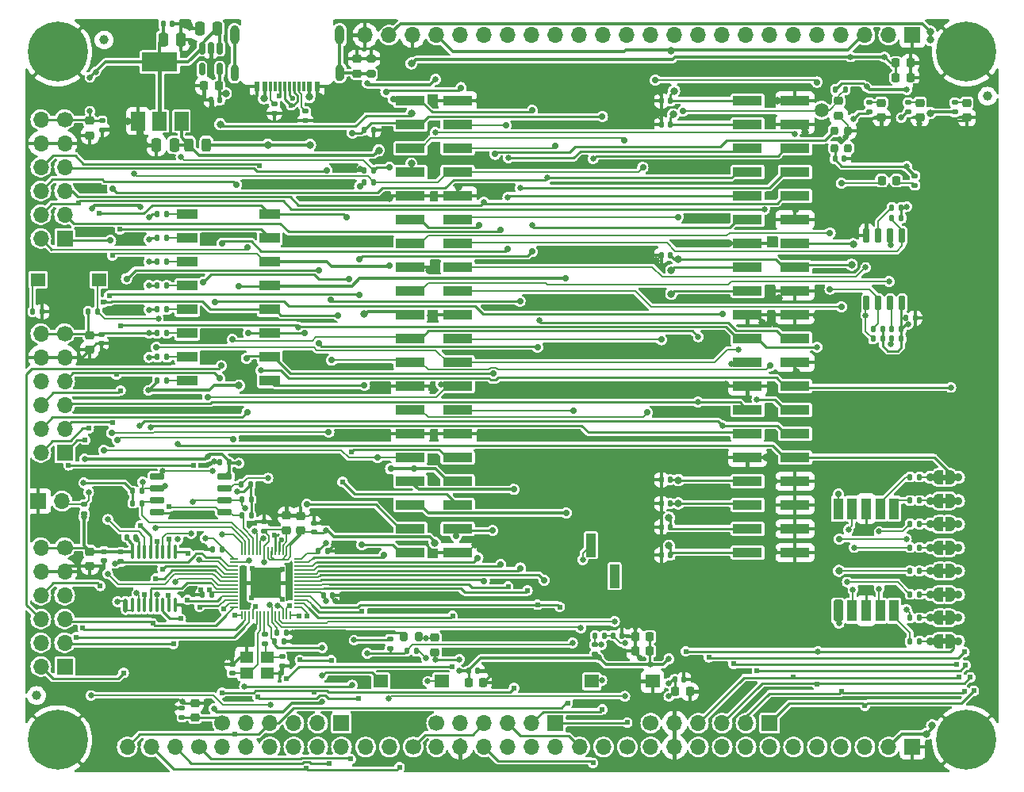
<source format=gbr>
G04 #@! TF.GenerationSoftware,KiCad,Pcbnew,7.0.9-7.0.9~ubuntu22.04.1*
G04 #@! TF.CreationDate,2023-12-15T15:20:43-05:00*
G04 #@! TF.ProjectId,tinytapeout-demo,74696e79-7461-4706-956f-75742d64656d,0.9.4*
G04 #@! TF.SameCoordinates,PX35e1f20PY8044ea0*
G04 #@! TF.FileFunction,Copper,L1,Top*
G04 #@! TF.FilePolarity,Positive*
%FSLAX46Y46*%
G04 Gerber Fmt 4.6, Leading zero omitted, Abs format (unit mm)*
G04 Created by KiCad (PCBNEW 7.0.9-7.0.9~ubuntu22.04.1) date 2023-12-15 15:20:43*
%MOMM*%
%LPD*%
G01*
G04 APERTURE LIST*
G04 Aperture macros list*
%AMRoundRect*
0 Rectangle with rounded corners*
0 $1 Rounding radius*
0 $2 $3 $4 $5 $6 $7 $8 $9 X,Y pos of 4 corners*
0 Add a 4 corners polygon primitive as box body*
4,1,4,$2,$3,$4,$5,$6,$7,$8,$9,$2,$3,0*
0 Add four circle primitives for the rounded corners*
1,1,$1+$1,$2,$3*
1,1,$1+$1,$4,$5*
1,1,$1+$1,$6,$7*
1,1,$1+$1,$8,$9*
0 Add four rect primitives between the rounded corners*
20,1,$1+$1,$2,$3,$4,$5,0*
20,1,$1+$1,$4,$5,$6,$7,0*
20,1,$1+$1,$6,$7,$8,$9,0*
20,1,$1+$1,$8,$9,$2,$3,0*%
%AMFreePoly0*
4,1,19,0.500000,-0.750000,0.000000,-0.750000,0.000000,-0.744911,-0.071157,-0.744911,-0.207708,-0.704816,-0.327430,-0.627875,-0.420627,-0.520320,-0.479746,-0.390866,-0.500000,-0.250000,-0.500000,0.250000,-0.479746,0.390866,-0.420627,0.520320,-0.327430,0.627875,-0.207708,0.704816,-0.071157,0.744911,0.000000,0.744911,0.000000,0.750000,0.500000,0.750000,0.500000,-0.750000,0.500000,-0.750000,
$1*%
%AMFreePoly1*
4,1,19,0.000000,0.744911,0.071157,0.744911,0.207708,0.704816,0.327430,0.627875,0.420627,0.520320,0.479746,0.390866,0.500000,0.250000,0.500000,-0.250000,0.479746,-0.390866,0.420627,-0.520320,0.327430,-0.627875,0.207708,-0.704816,0.071157,-0.744911,0.000000,-0.744911,0.000000,-0.750000,-0.500000,-0.750000,-0.500000,0.750000,0.000000,0.750000,0.000000,0.744911,0.000000,0.744911,
$1*%
G04 Aperture macros list end*
G04 #@! TA.AperFunction,ComponentPad*
%ADD10C,0.900000*%
G04 #@! TD*
G04 #@! TA.AperFunction,SMDPad,CuDef*
%ADD11FreePoly0,180.000000*%
G04 #@! TD*
G04 #@! TA.AperFunction,SMDPad,CuDef*
%ADD12FreePoly1,180.000000*%
G04 #@! TD*
G04 #@! TA.AperFunction,SMDPad,CuDef*
%ADD13RoundRect,0.225000X0.225000X0.250000X-0.225000X0.250000X-0.225000X-0.250000X0.225000X-0.250000X0*%
G04 #@! TD*
G04 #@! TA.AperFunction,ComponentPad*
%ADD14C,0.620000*%
G04 #@! TD*
G04 #@! TA.AperFunction,SMDPad,CuDef*
%ADD15RoundRect,0.135000X0.185000X-0.135000X0.185000X0.135000X-0.185000X0.135000X-0.185000X-0.135000X0*%
G04 #@! TD*
G04 #@! TA.AperFunction,SMDPad,CuDef*
%ADD16RoundRect,0.225000X-0.250000X0.225000X-0.250000X-0.225000X0.250000X-0.225000X0.250000X0.225000X0*%
G04 #@! TD*
G04 #@! TA.AperFunction,SMDPad,CuDef*
%ADD17RoundRect,0.140000X-0.140000X-0.170000X0.140000X-0.170000X0.140000X0.170000X-0.140000X0.170000X0*%
G04 #@! TD*
G04 #@! TA.AperFunction,SMDPad,CuDef*
%ADD18RoundRect,0.135000X-0.185000X0.135000X-0.185000X-0.135000X0.185000X-0.135000X0.185000X0.135000X0*%
G04 #@! TD*
G04 #@! TA.AperFunction,ComponentPad*
%ADD19C,6.400000*%
G04 #@! TD*
G04 #@! TA.AperFunction,SMDPad,CuDef*
%ADD20C,1.000000*%
G04 #@! TD*
G04 #@! TA.AperFunction,SMDPad,CuDef*
%ADD21RoundRect,0.135000X0.135000X0.185000X-0.135000X0.185000X-0.135000X-0.185000X0.135000X-0.185000X0*%
G04 #@! TD*
G04 #@! TA.AperFunction,SMDPad,CuDef*
%ADD22R,0.600000X1.100000*%
G04 #@! TD*
G04 #@! TA.AperFunction,SMDPad,CuDef*
%ADD23R,0.300000X1.100000*%
G04 #@! TD*
G04 #@! TA.AperFunction,ComponentPad*
%ADD24O,0.950000X2.100000*%
G04 #@! TD*
G04 #@! TA.AperFunction,ComponentPad*
%ADD25O,0.900000X1.800000*%
G04 #@! TD*
G04 #@! TA.AperFunction,ComponentPad*
%ADD26R,1.700000X1.700000*%
G04 #@! TD*
G04 #@! TA.AperFunction,ComponentPad*
%ADD27O,1.700000X1.700000*%
G04 #@! TD*
G04 #@! TA.AperFunction,ComponentPad*
%ADD28C,1.700000*%
G04 #@! TD*
G04 #@! TA.AperFunction,SMDPad,CuDef*
%ADD29RoundRect,0.250000X0.250000X0.475000X-0.250000X0.475000X-0.250000X-0.475000X0.250000X-0.475000X0*%
G04 #@! TD*
G04 #@! TA.AperFunction,SMDPad,CuDef*
%ADD30RoundRect,0.135000X-0.135000X-0.185000X0.135000X-0.185000X0.135000X0.185000X-0.135000X0.185000X0*%
G04 #@! TD*
G04 #@! TA.AperFunction,SMDPad,CuDef*
%ADD31RoundRect,0.140000X-0.170000X0.140000X-0.170000X-0.140000X0.170000X-0.140000X0.170000X0.140000X0*%
G04 #@! TD*
G04 #@! TA.AperFunction,SMDPad,CuDef*
%ADD32RoundRect,0.200000X0.200000X0.275000X-0.200000X0.275000X-0.200000X-0.275000X0.200000X-0.275000X0*%
G04 #@! TD*
G04 #@! TA.AperFunction,SMDPad,CuDef*
%ADD33RoundRect,0.140000X0.170000X-0.140000X0.170000X0.140000X-0.170000X0.140000X-0.170000X-0.140000X0*%
G04 #@! TD*
G04 #@! TA.AperFunction,SMDPad,CuDef*
%ADD34C,0.500000*%
G04 #@! TD*
G04 #@! TA.AperFunction,SMDPad,CuDef*
%ADD35R,1.400000X1.200000*%
G04 #@! TD*
G04 #@! TA.AperFunction,SMDPad,CuDef*
%ADD36RoundRect,0.225000X-0.225000X-0.250000X0.225000X-0.250000X0.225000X0.250000X-0.225000X0.250000X0*%
G04 #@! TD*
G04 #@! TA.AperFunction,SMDPad,CuDef*
%ADD37RoundRect,0.050000X-0.050000X-0.050000X0.050000X-0.050000X0.050000X0.050000X-0.050000X0.050000X0*%
G04 #@! TD*
G04 #@! TA.AperFunction,SMDPad,CuDef*
%ADD38RoundRect,0.140000X0.140000X0.170000X-0.140000X0.170000X-0.140000X-0.170000X0.140000X-0.170000X0*%
G04 #@! TD*
G04 #@! TA.AperFunction,SMDPad,CuDef*
%ADD39RoundRect,0.225000X0.250000X-0.225000X0.250000X0.225000X-0.250000X0.225000X-0.250000X-0.225000X0*%
G04 #@! TD*
G04 #@! TA.AperFunction,SMDPad,CuDef*
%ADD40R,1.500000X1.400000*%
G04 #@! TD*
G04 #@! TA.AperFunction,SMDPad,CuDef*
%ADD41R,1.000000X2.510000*%
G04 #@! TD*
G04 #@! TA.AperFunction,SMDPad,CuDef*
%ADD42R,2.200000X1.100000*%
G04 #@! TD*
G04 #@! TA.AperFunction,SMDPad,CuDef*
%ADD43RoundRect,0.150000X-0.150000X0.650000X-0.150000X-0.650000X0.150000X-0.650000X0.150000X0.650000X0*%
G04 #@! TD*
G04 #@! TA.AperFunction,SMDPad,CuDef*
%ADD44RoundRect,0.200000X0.300000X-0.950000X0.300000X0.950000X-0.300000X0.950000X-0.300000X-0.950000X0*%
G04 #@! TD*
G04 #@! TA.AperFunction,SMDPad,CuDef*
%ADD45R,1.000000X2.300000*%
G04 #@! TD*
G04 #@! TA.AperFunction,SMDPad,CuDef*
%ADD46RoundRect,0.150000X-0.650000X-0.150000X0.650000X-0.150000X0.650000X0.150000X-0.650000X0.150000X0*%
G04 #@! TD*
G04 #@! TA.AperFunction,SMDPad,CuDef*
%ADD47RoundRect,0.050000X-0.387500X-0.050000X0.387500X-0.050000X0.387500X0.050000X-0.387500X0.050000X0*%
G04 #@! TD*
G04 #@! TA.AperFunction,SMDPad,CuDef*
%ADD48RoundRect,0.050000X-0.050000X-0.387500X0.050000X-0.387500X0.050000X0.387500X-0.050000X0.387500X0*%
G04 #@! TD*
G04 #@! TA.AperFunction,SMDPad,CuDef*
%ADD49R,3.200000X3.200000*%
G04 #@! TD*
G04 #@! TA.AperFunction,SMDPad,CuDef*
%ADD50RoundRect,0.243750X0.243750X0.456250X-0.243750X0.456250X-0.243750X-0.456250X0.243750X-0.456250X0*%
G04 #@! TD*
G04 #@! TA.AperFunction,SMDPad,CuDef*
%ADD51RoundRect,0.200000X0.200000X0.250000X-0.200000X0.250000X-0.200000X-0.250000X0.200000X-0.250000X0*%
G04 #@! TD*
G04 #@! TA.AperFunction,SMDPad,CuDef*
%ADD52RoundRect,0.200000X0.275000X-0.200000X0.275000X0.200000X-0.275000X0.200000X-0.275000X-0.200000X0*%
G04 #@! TD*
G04 #@! TA.AperFunction,SMDPad,CuDef*
%ADD53RoundRect,0.100000X0.100000X-0.637500X0.100000X0.637500X-0.100000X0.637500X-0.100000X-0.637500X0*%
G04 #@! TD*
G04 #@! TA.AperFunction,SMDPad,CuDef*
%ADD54RoundRect,0.150000X-0.150000X0.512500X-0.150000X-0.512500X0.150000X-0.512500X0.150000X0.512500X0*%
G04 #@! TD*
G04 #@! TA.AperFunction,SMDPad,CuDef*
%ADD55R,1.500000X2.000000*%
G04 #@! TD*
G04 #@! TA.AperFunction,SMDPad,CuDef*
%ADD56R,3.800000X2.000000*%
G04 #@! TD*
G04 #@! TA.AperFunction,SMDPad,CuDef*
%ADD57R,3.150000X1.000000*%
G04 #@! TD*
G04 #@! TA.AperFunction,SMDPad,CuDef*
%ADD58RoundRect,0.218750X0.256250X-0.218750X0.256250X0.218750X-0.256250X0.218750X-0.256250X-0.218750X0*%
G04 #@! TD*
G04 #@! TA.AperFunction,SMDPad,CuDef*
%ADD59C,1.500000*%
G04 #@! TD*
G04 #@! TA.AperFunction,SMDPad,CuDef*
%ADD60RoundRect,0.250000X-0.250000X-0.475000X0.250000X-0.475000X0.250000X0.475000X-0.250000X0.475000X0*%
G04 #@! TD*
G04 #@! TA.AperFunction,SMDPad,CuDef*
%ADD61RoundRect,0.218750X-0.218750X-0.256250X0.218750X-0.256250X0.218750X0.256250X-0.218750X0.256250X0*%
G04 #@! TD*
G04 #@! TA.AperFunction,ViaPad*
%ADD62C,0.650000*%
G04 #@! TD*
G04 #@! TA.AperFunction,ViaPad*
%ADD63C,0.800000*%
G04 #@! TD*
G04 #@! TA.AperFunction,ViaPad*
%ADD64C,0.620000*%
G04 #@! TD*
G04 #@! TA.AperFunction,ViaPad*
%ADD65C,0.700000*%
G04 #@! TD*
G04 #@! TA.AperFunction,ViaPad*
%ADD66C,0.600000*%
G04 #@! TD*
G04 #@! TA.AperFunction,Conductor*
%ADD67C,0.200000*%
G04 #@! TD*
G04 #@! TA.AperFunction,Conductor*
%ADD68C,0.400000*%
G04 #@! TD*
G04 #@! TA.AperFunction,Conductor*
%ADD69C,0.250000*%
G04 #@! TD*
G04 #@! TA.AperFunction,Conductor*
%ADD70C,0.180000*%
G04 #@! TD*
G04 #@! TA.AperFunction,Conductor*
%ADD71C,0.300000*%
G04 #@! TD*
G04 #@! TA.AperFunction,Conductor*
%ADD72C,0.160000*%
G04 #@! TD*
G04 #@! TA.AperFunction,Conductor*
%ADD73C,0.245000*%
G04 #@! TD*
G04 #@! TA.AperFunction,Conductor*
%ADD74C,0.230000*%
G04 #@! TD*
G04 APERTURE END LIST*
G04 #@! TA.AperFunction,EtchedComponent*
G04 #@! TO.C,JP7*
G36*
X99650000Y16480000D02*
G01*
X99150000Y16480000D01*
X99150000Y17080000D01*
X99650000Y17080000D01*
X99650000Y16480000D01*
G37*
G04 #@! TD.AperFunction*
G04 #@! TA.AperFunction,EtchedComponent*
G36*
X98650000Y16480000D02*
G01*
X98150000Y16480000D01*
X98150000Y17080000D01*
X98650000Y17080000D01*
X98650000Y16480000D01*
G37*
G04 #@! TD.AperFunction*
G04 #@! TA.AperFunction,EtchedComponent*
G36*
X97650000Y16480000D02*
G01*
X97150000Y16480000D01*
X97150000Y17080000D01*
X97650000Y17080000D01*
X97650000Y16480000D01*
G37*
G04 #@! TD.AperFunction*
G04 #@! TA.AperFunction,EtchedComponent*
G04 #@! TO.C,JP1*
G36*
X99650000Y31480000D02*
G01*
X99150000Y31480000D01*
X99150000Y32080000D01*
X99650000Y32080000D01*
X99650000Y31480000D01*
G37*
G04 #@! TD.AperFunction*
G04 #@! TA.AperFunction,EtchedComponent*
G36*
X98650000Y31480000D02*
G01*
X98150000Y31480000D01*
X98150000Y32080000D01*
X98650000Y32080000D01*
X98650000Y31480000D01*
G37*
G04 #@! TD.AperFunction*
G04 #@! TA.AperFunction,EtchedComponent*
G36*
X97650000Y31480000D02*
G01*
X97150000Y31480000D01*
X97150000Y32080000D01*
X97650000Y32080000D01*
X97650000Y31480000D01*
G37*
G04 #@! TD.AperFunction*
G04 #@! TA.AperFunction,EtchedComponent*
G04 #@! TO.C,NT1*
G36*
X11250000Y17600000D02*
G01*
X10750000Y17600000D01*
X10750000Y18600000D01*
X11250000Y18600000D01*
X11250000Y17600000D01*
G37*
G04 #@! TD.AperFunction*
G04 #@! TA.AperFunction,EtchedComponent*
G04 #@! TO.C,JP3*
G36*
X99650000Y26480000D02*
G01*
X99150000Y26480000D01*
X99150000Y27080000D01*
X99650000Y27080000D01*
X99650000Y26480000D01*
G37*
G04 #@! TD.AperFunction*
G04 #@! TA.AperFunction,EtchedComponent*
G36*
X98650000Y26480000D02*
G01*
X98150000Y26480000D01*
X98150000Y27080000D01*
X98650000Y27080000D01*
X98650000Y26480000D01*
G37*
G04 #@! TD.AperFunction*
G04 #@! TA.AperFunction,EtchedComponent*
G36*
X97650000Y26480000D02*
G01*
X97150000Y26480000D01*
X97150000Y27080000D01*
X97650000Y27080000D01*
X97650000Y26480000D01*
G37*
G04 #@! TD.AperFunction*
G04 #@! TA.AperFunction,EtchedComponent*
G04 #@! TO.C,JP8*
G36*
X99650000Y13980000D02*
G01*
X99150000Y13980000D01*
X99150000Y14580000D01*
X99650000Y14580000D01*
X99650000Y13980000D01*
G37*
G04 #@! TD.AperFunction*
G04 #@! TA.AperFunction,EtchedComponent*
G36*
X98650000Y13980000D02*
G01*
X98150000Y13980000D01*
X98150000Y14580000D01*
X98650000Y14580000D01*
X98650000Y13980000D01*
G37*
G04 #@! TD.AperFunction*
G04 #@! TA.AperFunction,EtchedComponent*
G36*
X97650000Y13980000D02*
G01*
X97150000Y13980000D01*
X97150000Y14580000D01*
X97650000Y14580000D01*
X97650000Y13980000D01*
G37*
G04 #@! TD.AperFunction*
G04 #@! TA.AperFunction,EtchedComponent*
G04 #@! TO.C,JP2*
G36*
X99650000Y28980000D02*
G01*
X99150000Y28980000D01*
X99150000Y29580000D01*
X99650000Y29580000D01*
X99650000Y28980000D01*
G37*
G04 #@! TD.AperFunction*
G04 #@! TA.AperFunction,EtchedComponent*
G36*
X98650000Y28980000D02*
G01*
X98150000Y28980000D01*
X98150000Y29580000D01*
X98650000Y29580000D01*
X98650000Y28980000D01*
G37*
G04 #@! TD.AperFunction*
G04 #@! TA.AperFunction,EtchedComponent*
G36*
X97650000Y28980000D02*
G01*
X97150000Y28980000D01*
X97150000Y29580000D01*
X97650000Y29580000D01*
X97650000Y28980000D01*
G37*
G04 #@! TD.AperFunction*
G04 #@! TA.AperFunction,EtchedComponent*
G04 #@! TO.C,JP5*
G36*
X99650000Y21480000D02*
G01*
X99150000Y21480000D01*
X99150000Y22080000D01*
X99650000Y22080000D01*
X99650000Y21480000D01*
G37*
G04 #@! TD.AperFunction*
G04 #@! TA.AperFunction,EtchedComponent*
G36*
X98650000Y21480000D02*
G01*
X98150000Y21480000D01*
X98150000Y22080000D01*
X98650000Y22080000D01*
X98650000Y21480000D01*
G37*
G04 #@! TD.AperFunction*
G04 #@! TA.AperFunction,EtchedComponent*
G36*
X97650000Y21480000D02*
G01*
X97150000Y21480000D01*
X97150000Y22080000D01*
X97650000Y22080000D01*
X97650000Y21480000D01*
G37*
G04 #@! TD.AperFunction*
G04 #@! TA.AperFunction,EtchedComponent*
G04 #@! TO.C,JP6*
G36*
X99650000Y18980000D02*
G01*
X99150000Y18980000D01*
X99150000Y19580000D01*
X99650000Y19580000D01*
X99650000Y18980000D01*
G37*
G04 #@! TD.AperFunction*
G04 #@! TA.AperFunction,EtchedComponent*
G36*
X98650000Y18980000D02*
G01*
X98150000Y18980000D01*
X98150000Y19580000D01*
X98650000Y19580000D01*
X98650000Y18980000D01*
G37*
G04 #@! TD.AperFunction*
G04 #@! TA.AperFunction,EtchedComponent*
G36*
X97650000Y18980000D02*
G01*
X97150000Y18980000D01*
X97150000Y19580000D01*
X97650000Y19580000D01*
X97650000Y18980000D01*
G37*
G04 #@! TD.AperFunction*
G04 #@! TA.AperFunction,EtchedComponent*
G04 #@! TO.C,JP4*
G36*
X99650000Y23980000D02*
G01*
X99150000Y23980000D01*
X99150000Y24580000D01*
X99650000Y24580000D01*
X99650000Y23980000D01*
G37*
G04 #@! TD.AperFunction*
G04 #@! TA.AperFunction,EtchedComponent*
G36*
X98650000Y23980000D02*
G01*
X98150000Y23980000D01*
X98150000Y24580000D01*
X98650000Y24580000D01*
X98650000Y23980000D01*
G37*
G04 #@! TD.AperFunction*
G04 #@! TA.AperFunction,EtchedComponent*
G36*
X97650000Y23980000D02*
G01*
X97150000Y23980000D01*
X97150000Y24580000D01*
X97650000Y24580000D01*
X97650000Y23980000D01*
G37*
G04 #@! TD.AperFunction*
G04 #@! TD*
D10*
G04 #@! TO.P,JP7,1,A*
G04 #@! TO.N,out6*
X99900000Y16780000D03*
D11*
X99050000Y16780000D03*
D12*
G04 #@! TO.P,JP7,2,B*
G04 #@! TO.N,Net-(JP7-B)*
X97750000Y16780000D03*
D10*
X96900000Y16780000D03*
G04 #@! TD*
D13*
G04 #@! TO.P,C21,1*
G04 #@! TO.N,GND*
X94775000Y74500000D03*
G04 #@! TO.P,C21,2*
G04 #@! TO.N,+1V8*
X93225000Y74500000D03*
G04 #@! TD*
D14*
G04 #@! TO.P,STITCH1,1*
G04 #@! TO.N,GND*
X27700000Y18800000D03*
G04 #@! TD*
G04 #@! TO.P,STITCH1,1*
G04 #@! TO.N,GND*
X95800000Y18000000D03*
G04 #@! TD*
G04 #@! TO.P,STITCH1,1*
G04 #@! TO.N,GND*
X54900000Y50100000D03*
G04 #@! TD*
D15*
G04 #@! TO.P,R15,1*
G04 #@! TO.N,+5V*
X99500000Y70790000D03*
G04 #@! TO.P,R15,2*
G04 #@! TO.N,Net-(D1-A)*
X99500000Y71810000D03*
G04 #@! TD*
D14*
G04 #@! TO.P,STITCH1,1*
G04 #@! TO.N,GND*
X62200000Y55600000D03*
G04 #@! TD*
D16*
G04 #@! TO.P,C32,1*
G04 #@! TO.N,GND*
X28200000Y27700000D03*
G04 #@! TO.P,C32,2*
G04 #@! TO.N,/RP2040/DVDD*
X28200000Y26150000D03*
G04 #@! TD*
D17*
G04 #@! TO.P,C23,1*
G04 #@! TO.N,GND*
X68195000Y72000000D03*
G04 #@! TO.P,C23,2*
G04 #@! TO.N,+3V3*
X69155000Y72000000D03*
G04 #@! TD*
G04 #@! TO.P,C36,1*
G04 #@! TO.N,+3V3*
X26920000Y14250000D03*
G04 #@! TO.P,C36,2*
G04 #@! TO.N,GND*
X27880000Y14250000D03*
G04 #@! TD*
D10*
G04 #@! TO.P,JP1,1,A*
G04 #@! TO.N,out0*
X99900000Y31780000D03*
D11*
X99050000Y31780000D03*
D12*
G04 #@! TO.P,JP1,2,B*
G04 #@! TO.N,Net-(JP1-B)*
X97750000Y31780000D03*
D10*
X96900000Y31780000D03*
G04 #@! TD*
D18*
G04 #@! TO.P,R20,1*
G04 #@! TO.N,/CC2*
X26900000Y71710000D03*
G04 #@! TO.P,R20,2*
G04 #@! TO.N,GND*
X26900000Y70690000D03*
G04 #@! TD*
D19*
G04 #@! TO.P,MT3,1,1*
G04 #@! TO.N,GND*
X3750000Y77250000D03*
G04 #@! TD*
D14*
G04 #@! TO.P,STITCH1,1*
G04 #@! TO.N,GND*
X87100000Y23000000D03*
G04 #@! TD*
G04 #@! TO.P,STITCH1,1*
G04 #@! TO.N,GND*
X83600000Y75600000D03*
G04 #@! TD*
D20*
G04 #@! TO.P,FID3,*
G04 #@! TO.N,*
X103000000Y72500000D03*
G04 #@! TD*
D21*
G04 #@! TO.P,R38,1*
G04 #@! TO.N,+3V3*
X24360000Y31050000D03*
G04 #@! TO.P,R38,2*
G04 #@! TO.N,/RP2040/QSPI_SD3*
X23340000Y31050000D03*
G04 #@! TD*
D14*
G04 #@! TO.P,STITCH8,1*
G04 #@! TO.N,GND*
X103700000Y64100000D03*
G04 #@! TD*
G04 #@! TO.P,STITCH1,1*
G04 #@! TO.N,GND*
X700000Y58600000D03*
G04 #@! TD*
D22*
G04 #@! TO.P,J15,A1_B12,GND*
G04 #@! TO.N,GND*
X31450000Y73550000D03*
G04 #@! TO.P,J15,A4_B9,VBUS*
G04 #@! TO.N,VBUS*
X30650000Y73550000D03*
D23*
G04 #@! TO.P,J15,A5,CC1*
G04 #@! TO.N,/CC1*
X29500000Y73550000D03*
G04 #@! TO.P,J15,A6,DP1*
G04 #@! TO.N,usb_d+*
X28500000Y73550000D03*
G04 #@! TO.P,J15,A7,DN1*
G04 #@! TO.N,usb_d-*
X28000000Y73550000D03*
G04 #@! TO.P,J15,A8,SBU1*
G04 #@! TO.N,unconnected-(J15-SBU1-PadA8)*
X27000000Y73550000D03*
D22*
G04 #@! TO.P,J15,B1_A12,GND*
G04 #@! TO.N,GND*
X25050000Y73550000D03*
G04 #@! TO.P,J15,B4_A9,VBUS*
G04 #@! TO.N,VBUS*
X25850000Y73550000D03*
D23*
G04 #@! TO.P,J15,B5,CC2*
G04 #@! TO.N,/CC2*
X26500000Y73550000D03*
G04 #@! TO.P,J15,B6,DP2*
G04 #@! TO.N,usb_d+*
X27500000Y73550000D03*
G04 #@! TO.P,J15,B7,DN2*
G04 #@! TO.N,usb_d-*
X29000000Y73550000D03*
G04 #@! TO.P,J15,B8,SBU2*
G04 #@! TO.N,unconnected-(J15-SBU2-PadB8)*
X30000000Y73550000D03*
D24*
G04 #@! TO.P,J15,S1,SHIELD*
G04 #@! TO.N,Net-(C3-Pad1)*
X33870000Y79000000D03*
D25*
G04 #@! TO.P,J15,S2,SHIELD*
X22630000Y75000000D03*
G04 #@! TO.P,J15,S3,SHIELD*
X33870000Y75000000D03*
D24*
G04 #@! TO.P,J15,S4,SHIELD*
X22630000Y79000000D03*
G04 #@! TD*
D14*
G04 #@! TO.P,STITCH1,1*
G04 #@! TO.N,GND*
X67400000Y75600000D03*
G04 #@! TD*
G04 #@! TO.P,STITCH1,1*
G04 #@! TO.N,GND*
X11200000Y54700000D03*
G04 #@! TD*
D26*
G04 #@! TO.P,J13,1,IO1*
G04 #@! TO.N,in0*
X4500000Y34440000D03*
D27*
G04 #@! TO.P,J13,2,IO2*
G04 #@! TO.N,in2*
X4500000Y36980000D03*
G04 #@! TO.P,J13,3,IO3*
G04 #@! TO.N,out3*
X4500000Y39520000D03*
G04 #@! TO.P,J13,4,IO4*
G04 #@! TO.N,in1*
X4500000Y42060000D03*
G04 #@! TO.P,J13,5,GND*
G04 #@! TO.N,GND*
X4500000Y44600000D03*
D28*
G04 #@! TO.P,J13,6,VCC*
G04 #@! TO.N,+3V3*
X4500000Y47140000D03*
D27*
G04 #@! TO.P,J13,7,IO5*
G04 #@! TO.N,in4*
X1960000Y34440000D03*
G04 #@! TO.P,J13,8,IO6*
G04 #@! TO.N,in6*
X1960000Y36980000D03*
G04 #@! TO.P,J13,9,IO7*
G04 #@! TO.N,out7*
X1960000Y39520000D03*
G04 #@! TO.P,J13,10,IO8*
G04 #@! TO.N,in5*
X1960000Y42060000D03*
G04 #@! TO.P,J13,11,GND*
G04 #@! TO.N,GND*
X1960000Y44600000D03*
G04 #@! TO.P,J13,12,VCC*
G04 #@! TO.N,+3V3*
X1960000Y47140000D03*
G04 #@! TD*
D14*
G04 #@! TO.P,STITCH1,1*
G04 #@! TO.N,GND*
X43900000Y36400000D03*
G04 #@! TD*
D29*
G04 #@! TO.P,C6,1*
G04 #@! TO.N,+5V*
X16190000Y67290000D03*
G04 #@! TO.P,C6,2*
G04 #@! TO.N,GND*
X14290000Y67290000D03*
G04 #@! TD*
D14*
G04 #@! TO.P,STITCH11,1*
G04 #@! TO.N,GND*
X53060000Y800000D03*
G04 #@! TD*
G04 #@! TO.P,STITCH1,1*
G04 #@! TO.N,GND*
X20000000Y48800000D03*
G04 #@! TD*
D30*
G04 #@! TO.P,R5,1*
G04 #@! TO.N,+3V3*
X14390000Y52271429D03*
G04 #@! TO.P,R5,2*
G04 #@! TO.N,Net-(R5-Pad2)*
X15410000Y52271429D03*
G04 #@! TD*
D14*
G04 #@! TO.P,STITCH1,1*
G04 #@! TO.N,GND*
X62200000Y45300000D03*
G04 #@! TD*
D31*
G04 #@! TO.P,C56,1*
G04 #@! TO.N,+3V3*
X8700000Y23880000D03*
G04 #@! TO.P,C56,2*
G04 #@! TO.N,GND*
X8700000Y22920000D03*
G04 #@! TD*
D29*
G04 #@! TO.P,C7,1*
G04 #@! TO.N,+3V3*
X20800000Y79700000D03*
G04 #@! TO.P,C7,2*
G04 #@! TO.N,GND*
X18900000Y79700000D03*
G04 #@! TD*
D14*
G04 #@! TO.P,STITCH1,1*
G04 #@! TO.N,GND*
X26000000Y20500000D03*
G04 #@! TD*
G04 #@! TO.P,STITCH1,1*
G04 #@! TO.N,GND*
X70900000Y75600000D03*
G04 #@! TD*
D32*
G04 #@! TO.P,R7,1*
G04 #@! TO.N,Net-(C1-Pad2)*
X42325000Y14750000D03*
G04 #@! TO.P,R7,2*
G04 #@! TO.N,GND*
X40675000Y14750000D03*
G04 #@! TD*
D30*
G04 #@! TO.P,R1,1*
G04 #@! TO.N,+3V3*
X14390000Y42100000D03*
G04 #@! TO.P,R1,2*
G04 #@! TO.N,Net-(R1-Pad2)*
X15410000Y42100000D03*
G04 #@! TD*
D33*
G04 #@! TO.P,C29,1*
G04 #@! TO.N,Net-(U6-XIN)*
X22400000Y10870000D03*
G04 #@! TO.P,C29,2*
G04 #@! TO.N,GND*
X22400000Y11830000D03*
G04 #@! TD*
D14*
G04 #@! TO.P,STITCH1,1*
G04 #@! TO.N,GND*
X62200000Y65300000D03*
G04 #@! TD*
D28*
G04 #@! TO.P,J2,1,Pin_1*
G04 #@! TO.N,in0*
X18810000Y3000000D03*
D27*
G04 #@! TO.P,J2,2,Pin_2*
G04 #@! TO.N,in1*
X16270000Y3000000D03*
G04 #@! TO.P,J2,3,Pin_3*
G04 #@! TO.N,in2*
X13730000Y3000000D03*
G04 #@! TO.P,J2,4,Pin_4*
G04 #@! TO.N,in3*
X11190000Y3000000D03*
G04 #@! TD*
D14*
G04 #@! TO.P,STITCH1,1*
G04 #@! TO.N,GND*
X8500000Y19100000D03*
G04 #@! TD*
G04 #@! TO.P,STITCH1,1*
G04 #@! TO.N,GND*
X40400000Y5600000D03*
G04 #@! TD*
D17*
G04 #@! TO.P,C24,1*
G04 #@! TO.N,GND*
X68195000Y29000000D03*
G04 #@! TO.P,C24,2*
G04 #@! TO.N,+1V8*
X69155000Y29000000D03*
G04 #@! TD*
G04 #@! TO.P,C8,1*
G04 #@! TO.N,+3V3*
X47595000Y11100000D03*
G04 #@! TO.P,C8,2*
G04 #@! TO.N,GND*
X48555000Y11100000D03*
G04 #@! TD*
D14*
G04 #@! TO.P,STITCH4,1*
G04 #@! TO.N,GND*
X103700000Y44100000D03*
G04 #@! TD*
D34*
G04 #@! TO.P,NT1,1,1*
G04 #@! TO.N,HK_CSB*
X11000000Y18600000D03*
G04 #@! TO.P,NT1,2,2*
G04 #@! TO.N,MUX_SEL*
X11000000Y17600000D03*
G04 #@! TD*
D14*
G04 #@! TO.P,STITCH16,1*
G04 #@! TO.N,GND*
X78460000Y800000D03*
G04 #@! TD*
D35*
G04 #@! TO.P,Y1,1,1*
G04 #@! TO.N,Net-(U6-XIN)*
X23900000Y10900000D03*
G04 #@! TO.P,Y1,2,2*
G04 #@! TO.N,GND*
X26100000Y10900000D03*
G04 #@! TO.P,Y1,3,3*
G04 #@! TO.N,Net-(C30-Pad1)*
X26100000Y12600000D03*
G04 #@! TO.P,Y1,4,4*
G04 #@! TO.N,GND*
X23900000Y12600000D03*
G04 #@! TD*
D14*
G04 #@! TO.P,STITCH1,1*
G04 #@! TO.N,GND*
X71300000Y27400000D03*
G04 #@! TD*
G04 #@! TO.P,STITCH1,1*
G04 #@! TO.N,GND*
X83500000Y6800000D03*
G04 #@! TD*
G04 #@! TO.P,STITCH1,1*
G04 #@! TO.N,GND*
X3700000Y9000000D03*
G04 #@! TD*
D15*
G04 #@! TO.P,R18,1*
G04 #@! TO.N,+1V8*
X90400000Y70790000D03*
G04 #@! TO.P,R18,2*
G04 #@! TO.N,Net-(D3-A)*
X90400000Y71810000D03*
G04 #@! TD*
D14*
G04 #@! TO.P,STITCH17,1*
G04 #@! TO.N,GND*
X83540000Y800000D03*
G04 #@! TD*
G04 #@! TO.P,STITCH1,1*
G04 #@! TO.N,GND*
X10300000Y29300000D03*
G04 #@! TD*
G04 #@! TO.P,STITCH1,1*
G04 #@! TO.N,GND*
X35700000Y5600000D03*
G04 #@! TD*
G04 #@! TO.P,STITCH1,1*
G04 #@! TO.N,GND*
X48800000Y66000000D03*
G04 #@! TD*
G04 #@! TO.P,STITCH1,1*
G04 #@! TO.N,GND*
X86000000Y37500000D03*
G04 #@! TD*
D31*
G04 #@! TO.P,C58,1*
G04 #@! TO.N,+3V3*
X8500000Y69880000D03*
G04 #@! TO.P,C58,2*
G04 #@! TO.N,GND*
X8500000Y68920000D03*
G04 #@! TD*
D14*
G04 #@! TO.P,STITCH1,1*
G04 #@! TO.N,GND*
X66600000Y26500000D03*
G04 #@! TD*
G04 #@! TO.P,STITCH1,1*
G04 #@! TO.N,GND*
X66600000Y23500000D03*
G04 #@! TD*
D17*
G04 #@! TO.P,C27,1*
G04 #@! TO.N,+3V3*
X11120000Y25400000D03*
G04 #@! TO.P,C27,2*
G04 #@! TO.N,GND*
X12080000Y25400000D03*
G04 #@! TD*
D14*
G04 #@! TO.P,STITCH1,1*
G04 #@! TO.N,GND*
X48100000Y75600000D03*
G04 #@! TD*
D30*
G04 #@! TO.P,R11,1*
G04 #@! TO.N,+3V3*
X14390000Y59900000D03*
G04 #@! TO.P,R11,2*
G04 #@! TO.N,Net-(R11-Pad2)*
X15410000Y59900000D03*
G04 #@! TD*
D36*
G04 #@! TO.P,C16,1*
G04 #@! TO.N,GND*
X65400000Y13260000D03*
G04 #@! TO.P,C16,2*
G04 #@! TO.N,+3V3*
X66950000Y13260000D03*
G04 #@! TD*
D14*
G04 #@! TO.P,STITCH1,1*
G04 #@! TO.N,GND*
X50100000Y17200000D03*
G04 #@! TD*
G04 #@! TO.P,STITCH6,1*
G04 #@! TO.N,GND*
X42900000Y800000D03*
G04 #@! TD*
G04 #@! TO.P,STITCH1,1*
G04 #@! TO.N,GND*
X31200000Y56800000D03*
G04 #@! TD*
D37*
G04 #@! TO.P,J18,1,1*
G04 #@! TO.N,GND*
X79920000Y47900000D03*
G04 #@! TD*
D21*
G04 #@! TO.P,R43,1*
G04 #@! TO.N,+3V3*
X93810000Y59500000D03*
G04 #@! TO.P,R43,2*
G04 #@! TO.N,Caravel_CSB*
X92790000Y59500000D03*
G04 #@! TD*
D14*
G04 #@! TO.P,STITCH1,1*
G04 #@! TO.N,GND*
X3400000Y49500000D03*
G04 #@! TD*
D33*
G04 #@! TO.P,C4,1*
G04 #@! TO.N,+3V3*
X17020000Y6165000D03*
G04 #@! TO.P,C4,2*
G04 #@! TO.N,GND*
X17020000Y7125000D03*
G04 #@! TD*
D21*
G04 #@! TO.P,R24,1*
G04 #@! TO.N,Net-(JP3-B)*
X95765000Y26808572D03*
G04 #@! TO.P,R24,2*
G04 #@! TO.N,Net-(U1-C)*
X94745000Y26808572D03*
G04 #@! TD*
D14*
G04 #@! TO.P,STITCH1,1*
G04 #@! TO.N,GND*
X86000000Y43100000D03*
G04 #@! TD*
D21*
G04 #@! TO.P,R22,1*
G04 #@! TO.N,Net-(JP1-B)*
X95765000Y31820000D03*
G04 #@! TO.P,R22,2*
G04 #@! TO.N,Net-(U1-A)*
X94745000Y31820000D03*
G04 #@! TD*
D14*
G04 #@! TO.P,STITCH1,1*
G04 #@! TO.N,GND*
X35500000Y19000000D03*
G04 #@! TD*
G04 #@! TO.P,STITCH1,1*
G04 #@! TO.N,GND*
X58700000Y13200000D03*
G04 #@! TD*
G04 #@! TO.P,STITCH1,1*
G04 #@! TO.N,GND*
X26000000Y63000000D03*
G04 #@! TD*
G04 #@! TO.P,STITCH1,1*
G04 #@! TO.N,GND*
X63300000Y75600000D03*
G04 #@! TD*
D10*
G04 #@! TO.P,JP3,1,A*
G04 #@! TO.N,out2*
X99900000Y26780000D03*
D11*
X99050000Y26780000D03*
D12*
G04 #@! TO.P,JP3,2,B*
G04 #@! TO.N,Net-(JP3-B)*
X97750000Y26780000D03*
D10*
X96900000Y26780000D03*
G04 #@! TD*
D14*
G04 #@! TO.P,STITCH1,1*
G04 #@! TO.N,GND*
X900000Y72300000D03*
G04 #@! TD*
G04 #@! TO.P,STITCH7,1*
G04 #@! TO.N,GND*
X103700000Y59100000D03*
G04 #@! TD*
D30*
G04 #@! TO.P,R3,1*
G04 #@! TO.N,+3V3*
X14390000Y47185715D03*
G04 #@! TO.P,R3,2*
G04 #@! TO.N,Net-(R3-Pad2)*
X15410000Y47185715D03*
G04 #@! TD*
D14*
G04 #@! TO.P,STITCH13,1*
G04 #@! TO.N,GND*
X63220000Y800000D03*
G04 #@! TD*
G04 #@! TO.P,STITCH1,1*
G04 #@! TO.N,GND*
X12400000Y71800000D03*
G04 #@! TD*
D10*
G04 #@! TO.P,JP8,1,A*
G04 #@! TO.N,out7*
X99900000Y14280000D03*
D11*
X99050000Y14280000D03*
D12*
G04 #@! TO.P,JP8,2,B*
G04 #@! TO.N,Net-(JP8-B)*
X97750000Y14280000D03*
D10*
X96900000Y14280000D03*
G04 #@! TD*
D28*
G04 #@! TO.P,J8,1,Pin_1*
G04 #@! TO.N,uio0*
X64545000Y3000000D03*
D27*
G04 #@! TO.P,J8,2,Pin_2*
G04 #@! TO.N,uio1*
X62005000Y3000000D03*
G04 #@! TO.P,J8,3,Pin_3*
G04 #@! TO.N,uio2*
X59465000Y3000000D03*
G04 #@! TD*
D14*
G04 #@! TO.P,STITCH1,1*
G04 #@! TO.N,GND*
X12500000Y5200000D03*
G04 #@! TD*
G04 #@! TO.P,STITCH1,1*
G04 #@! TO.N,GND*
X80700000Y14200000D03*
G04 #@! TD*
D17*
G04 #@! TO.P,C2,1*
G04 #@! TO.N,~{project_rst}*
X63020000Y14900000D03*
G04 #@! TO.P,C2,2*
G04 #@! TO.N,GND*
X63980000Y14900000D03*
G04 #@! TD*
D26*
G04 #@! TO.P,J12,1,IO1*
G04 #@! TO.N,out4*
X4500000Y11580000D03*
D27*
G04 #@! TO.P,J12,2,IO2*
G04 #@! TO.N,out3*
X4500000Y14120000D03*
G04 #@! TO.P,J12,3,IO3*
G04 #@! TO.N,in2*
X4500000Y16660000D03*
G04 #@! TO.P,J12,4,IO4*
G04 #@! TO.N,out5*
X4500000Y19200000D03*
G04 #@! TO.P,J12,5,GND*
G04 #@! TO.N,GND*
X4500000Y21740000D03*
D28*
G04 #@! TO.P,J12,6,VCC*
G04 #@! TO.N,+3V3*
X4500000Y24280000D03*
D27*
G04 #@! TO.P,J12,7,IO5*
G04 #@! TO.N,uio0*
X1960000Y11580000D03*
G04 #@! TO.P,J12,8,IO6*
G04 #@! TO.N,out7*
X1960000Y14120000D03*
G04 #@! TO.P,J12,9,IO7*
G04 #@! TO.N,uio2*
X1960000Y16660000D03*
G04 #@! TO.P,J12,10,IO8*
G04 #@! TO.N,uio1*
X1960000Y19200000D03*
G04 #@! TO.P,J12,11,GND*
G04 #@! TO.N,GND*
X1960000Y21740000D03*
G04 #@! TO.P,J12,12,VCC*
G04 #@! TO.N,+3V3*
X1960000Y24280000D03*
G04 #@! TD*
D14*
G04 #@! TO.P,STITCH1,1*
G04 #@! TO.N,GND*
X101400000Y26600000D03*
G04 #@! TD*
G04 #@! TO.P,STITCH1,1*
G04 #@! TO.N,GND*
X23000000Y43300000D03*
G04 #@! TD*
D38*
G04 #@! TO.P,C18,1*
G04 #@! TO.N,+3V3*
X69155000Y26500000D03*
G04 #@! TO.P,C18,2*
G04 #@! TO.N,GND*
X68195000Y26500000D03*
G04 #@! TD*
D14*
G04 #@! TO.P,STITCH1,1*
G04 #@! TO.N,GND*
X96200000Y43100000D03*
G04 #@! TD*
D18*
G04 #@! TO.P,R41,1*
G04 #@! TO.N,RP_proj_clk*
X39250000Y14547500D03*
G04 #@! TO.P,R41,2*
G04 #@! TO.N,project_clk*
X39250000Y13527500D03*
G04 #@! TD*
D14*
G04 #@! TO.P,STITCH1,1*
G04 #@! TO.N,GND*
X7200000Y34800000D03*
G04 #@! TD*
D39*
G04 #@! TO.P,C42,1*
G04 #@! TO.N,GND*
X87100000Y70425000D03*
G04 #@! TO.P,C42,2*
G04 #@! TO.N,/~{CRVRST}*
X87100000Y71975000D03*
G04 #@! TD*
D14*
G04 #@! TO.P,STITCH1,1*
G04 #@! TO.N,GND*
X35500000Y26400000D03*
G04 #@! TD*
G04 #@! TO.P,STITCH1,1*
G04 #@! TO.N,GND*
X86200000Y75600000D03*
G04 #@! TD*
D40*
G04 #@! TO.P,SW2,1,1*
G04 #@! TO.N,GND*
X67250000Y10000000D03*
G04 #@! TO.P,SW2,2,2*
G04 #@! TO.N,Net-(R13-Pad1)*
X60750000Y10000000D03*
G04 #@! TD*
D14*
G04 #@! TO.P,STITCH1,1*
G04 #@! TO.N,GND*
X90100000Y59200000D03*
G04 #@! TD*
G04 #@! TO.P,STITCH1,1*
G04 #@! TO.N,GND*
X71300000Y32600000D03*
G04 #@! TD*
G04 #@! TO.P,STITCH1,1*
G04 #@! TO.N,GND*
X40200000Y19100000D03*
G04 #@! TD*
D15*
G04 #@! TO.P,R8,1*
G04 #@! TO.N,+3V3*
X61100000Y12890000D03*
G04 #@! TO.P,R8,2*
G04 #@! TO.N,Net-(R13-Pad1)*
X61100000Y13910000D03*
G04 #@! TD*
D38*
G04 #@! TO.P,C28,1*
G04 #@! TO.N,GND*
X87680000Y65800000D03*
G04 #@! TO.P,C28,2*
G04 #@! TO.N,+3V3*
X86720000Y65800000D03*
G04 #@! TD*
D17*
G04 #@! TO.P,C35,1*
G04 #@! TO.N,+3V3*
X32120000Y19200000D03*
G04 #@! TO.P,C35,2*
G04 #@! TO.N,GND*
X33080000Y19200000D03*
G04 #@! TD*
D14*
G04 #@! TO.P,STITCH1,1*
G04 #@! TO.N,GND*
X88800000Y6800000D03*
G04 #@! TD*
D26*
G04 #@! TO.P,J3,1,IO1*
G04 #@! TO.N,in0*
X34045000Y5545000D03*
D27*
G04 #@! TO.P,J3,2,IO2*
G04 #@! TO.N,in1*
X31505000Y5545000D03*
G04 #@! TO.P,J3,3,IO3*
G04 #@! TO.N,in2*
X28965000Y5545000D03*
G04 #@! TO.P,J3,4,IO4*
G04 #@! TO.N,in3*
X26425000Y5545000D03*
G04 #@! TO.P,J3,5,GND*
G04 #@! TO.N,GND*
X23885000Y5545000D03*
D28*
G04 #@! TO.P,J3,6,VCC*
G04 #@! TO.N,+3V3*
X21345000Y5545000D03*
D27*
G04 #@! TO.P,J3,7,IO5*
G04 #@! TO.N,in4*
X34045000Y3005000D03*
G04 #@! TO.P,J3,8,IO6*
G04 #@! TO.N,in5*
X31505000Y3005000D03*
G04 #@! TO.P,J3,9,IO7*
G04 #@! TO.N,in6*
X28965000Y3005000D03*
G04 #@! TO.P,J3,10,IO8*
G04 #@! TO.N,in7*
X26425000Y3005000D03*
G04 #@! TO.P,J3,11,GND*
G04 #@! TO.N,GND*
X23885000Y3005000D03*
G04 #@! TO.P,J3,12,VCC*
G04 #@! TO.N,+3V3*
X21345000Y3005000D03*
G04 #@! TD*
D14*
G04 #@! TO.P,STITCH1,1*
G04 #@! TO.N,GND*
X66600000Y31600000D03*
G04 #@! TD*
G04 #@! TO.P,STITCH1,1*
G04 #@! TO.N,GND*
X12500000Y13100000D03*
G04 #@! TD*
G04 #@! TO.P,STITCH1,1*
G04 #@! TO.N,GND*
X35200000Y72200000D03*
G04 #@! TD*
D41*
G04 #@! TO.P,J7,1,Pin_1*
G04 #@! TO.N,/RP2040/SWDIO*
X63190000Y21245000D03*
G04 #@! TO.P,J7,2,Pin_2*
G04 #@! TO.N,/RP2040/SWCLK*
X60650000Y24555000D03*
G04 #@! TD*
D14*
G04 #@! TO.P,STITCH1,1*
G04 #@! TO.N,GND*
X34400000Y10300000D03*
G04 #@! TD*
G04 #@! TO.P,STITCH1,1*
G04 #@! TO.N,GND*
X73600000Y75600000D03*
G04 #@! TD*
D30*
G04 #@! TO.P,R12,1*
G04 #@! TO.N,project_clk*
X40990000Y13250000D03*
G04 #@! TO.P,R12,2*
G04 #@! TO.N,Net-(C1-Pad2)*
X42010000Y13250000D03*
G04 #@! TD*
D13*
G04 #@! TO.P,C25,1*
G04 #@! TO.N,GND*
X94775000Y76040000D03*
G04 #@! TO.P,C25,2*
G04 #@! TO.N,+1V8*
X93225000Y76040000D03*
G04 #@! TD*
D19*
G04 #@! TO.P,MT4,1,1*
G04 #@! TO.N,GND*
X100750000Y77250000D03*
G04 #@! TD*
D14*
G04 #@! TO.P,STITCH3,1*
G04 #@! TO.N,GND*
X103700000Y39100000D03*
G04 #@! TD*
G04 #@! TO.P,STITCH1,1*
G04 #@! TO.N,GND*
X23600000Y8100000D03*
G04 #@! TD*
G04 #@! TO.P,STITCH1,1*
G04 #@! TO.N,GND*
X35700000Y32900000D03*
G04 #@! TD*
G04 #@! TO.P,STITCH1,1*
G04 #@! TO.N,GND*
X29000000Y70400000D03*
G04 #@! TD*
G04 #@! TO.P,STITCH1,1*
G04 #@! TO.N,GND*
X12500000Y49700000D03*
G04 #@! TD*
D19*
G04 #@! TO.P,MT2,1,1*
G04 #@! TO.N,GND*
X100750000Y3750000D03*
G04 #@! TD*
D16*
G04 #@! TO.P,C5,1*
G04 #@! TO.N,GND*
X18400000Y7675000D03*
G04 #@! TO.P,C5,2*
G04 #@! TO.N,+3V3*
X18400000Y6125000D03*
G04 #@! TD*
D30*
G04 #@! TO.P,R13,1*
G04 #@! TO.N,Net-(R13-Pad1)*
X61090000Y14900000D03*
G04 #@! TO.P,R13,2*
G04 #@! TO.N,~{project_rst}*
X62110000Y14900000D03*
G04 #@! TD*
D14*
G04 #@! TO.P,STITCH6,1*
G04 #@! TO.N,GND*
X12500000Y700000D03*
G04 #@! TD*
D18*
G04 #@! TO.P,R21,1*
G04 #@! TO.N,/CC1*
X30200000Y70910000D03*
G04 #@! TO.P,R21,2*
G04 #@! TO.N,GND*
X30200000Y69890000D03*
G04 #@! TD*
D14*
G04 #@! TO.P,STITCH1,1*
G04 #@! TO.N,GND*
X34500000Y14800000D03*
G04 #@! TD*
G04 #@! TO.P,STITCH1,1*
G04 #@! TO.N,GND*
X71300000Y22100000D03*
G04 #@! TD*
G04 #@! TO.P,STITCH1,1*
G04 #@! TO.N,GND*
X71200000Y59400000D03*
G04 #@! TD*
D30*
G04 #@! TO.P,R42,1*
G04 #@! TO.N,+3V3*
X86790000Y73200000D03*
G04 #@! TO.P,R42,2*
G04 #@! TO.N,/~{CRVRST}*
X87810000Y73200000D03*
G04 #@! TD*
D14*
G04 #@! TO.P,STITCH1,1*
G04 #@! TO.N,GND*
X53100000Y75600000D03*
G04 #@! TD*
G04 #@! TO.P,STITCH1,1*
G04 #@! TO.N,GND*
X12500000Y45700000D03*
G04 #@! TD*
D26*
G04 #@! TO.P,J5,1,IO1*
G04 #@! TO.N,uio0*
X56905000Y5545000D03*
D27*
G04 #@! TO.P,J5,2,IO2*
G04 #@! TO.N,uio1*
X54365000Y5545000D03*
G04 #@! TO.P,J5,3,IO3*
G04 #@! TO.N,uio2*
X51825000Y5545000D03*
G04 #@! TO.P,J5,4,IO4*
G04 #@! TO.N,uio3*
X49285000Y5545000D03*
G04 #@! TO.P,J5,5,GND*
G04 #@! TO.N,GND*
X46745000Y5545000D03*
D28*
G04 #@! TO.P,J5,6,VCC*
G04 #@! TO.N,+3V3*
X44205000Y5545000D03*
D27*
G04 #@! TO.P,J5,7,IO5*
G04 #@! TO.N,uio4*
X56905000Y3005000D03*
G04 #@! TO.P,J5,8,IO6*
G04 #@! TO.N,uio5*
X54365000Y3005000D03*
G04 #@! TO.P,J5,9,IO7*
G04 #@! TO.N,uio6*
X51825000Y3005000D03*
G04 #@! TO.P,J5,10,IO8*
G04 #@! TO.N,uio7*
X49285000Y3005000D03*
G04 #@! TO.P,J5,11,GND*
G04 #@! TO.N,GND*
X46745000Y3005000D03*
G04 #@! TO.P,J5,12,VCC*
G04 #@! TO.N,+3V3*
X44205000Y3005000D03*
G04 #@! TD*
D14*
G04 #@! TO.P,STITCH1,1*
G04 #@! TO.N,GND*
X10300000Y39000000D03*
G04 #@! TD*
G04 #@! TO.P,STITCH1,1*
G04 #@! TO.N,GND*
X27000000Y68200000D03*
G04 #@! TD*
G04 #@! TO.P,STITCH1,1*
G04 #@! TO.N,GND*
X39900000Y9700000D03*
G04 #@! TD*
D30*
G04 #@! TO.P,R2,1*
G04 #@! TO.N,+3V3*
X14390000Y44642858D03*
G04 #@! TO.P,R2,2*
G04 #@! TO.N,Net-(R2-Pad2)*
X15410000Y44642858D03*
G04 #@! TD*
D42*
G04 #@! TO.P,SW4,1*
G04 #@! TO.N,Net-(R11-Pad2)*
X17600000Y59890000D03*
G04 #@! TO.P,SW4,2*
G04 #@! TO.N,Net-(R10-Pad2)*
X17600000Y57350000D03*
G04 #@! TO.P,SW4,3*
G04 #@! TO.N,Net-(R6-Pad2)*
X17600000Y54810000D03*
G04 #@! TO.P,SW4,4*
G04 #@! TO.N,Net-(R5-Pad2)*
X17600000Y52270000D03*
G04 #@! TO.P,SW4,5*
G04 #@! TO.N,Net-(R4-Pad2)*
X17600000Y49730000D03*
G04 #@! TO.P,SW4,6*
G04 #@! TO.N,Net-(R3-Pad2)*
X17600000Y47190000D03*
G04 #@! TO.P,SW4,7*
G04 #@! TO.N,Net-(R2-Pad2)*
X17600000Y44650000D03*
G04 #@! TO.P,SW4,8*
G04 #@! TO.N,Net-(R1-Pad2)*
X17600000Y42110000D03*
G04 #@! TO.P,SW4,9*
G04 #@! TO.N,in7*
X26400000Y42110000D03*
G04 #@! TO.P,SW4,10*
G04 #@! TO.N,in6*
X26400000Y44650000D03*
G04 #@! TO.P,SW4,11*
G04 #@! TO.N,in5*
X26400000Y47190000D03*
G04 #@! TO.P,SW4,12*
G04 #@! TO.N,in4*
X26400000Y49730000D03*
G04 #@! TO.P,SW4,13*
G04 #@! TO.N,in3*
X26400000Y52270000D03*
G04 #@! TO.P,SW4,14*
G04 #@! TO.N,in2*
X26400000Y54810000D03*
G04 #@! TO.P,SW4,15*
G04 #@! TO.N,in1*
X26400000Y57350000D03*
G04 #@! TO.P,SW4,16*
G04 #@! TO.N,in0*
X26400000Y59890000D03*
G04 #@! TD*
D18*
G04 #@! TO.P,R19,1*
G04 #@! TO.N,+3V3*
X95250000Y64010000D03*
G04 #@! TO.P,R19,2*
G04 #@! TO.N,Net-(D4-A)*
X95250000Y62990000D03*
G04 #@! TD*
D14*
G04 #@! TO.P,STITCH18,1*
G04 #@! TO.N,GND*
X88620000Y800000D03*
G04 #@! TD*
G04 #@! TO.P,STITCH9,1*
G04 #@! TO.N,GND*
X103700000Y69100000D03*
G04 #@! TD*
D10*
G04 #@! TO.P,JP2,1,A*
G04 #@! TO.N,out1*
X99900000Y29280000D03*
D11*
X99050000Y29280000D03*
D12*
G04 #@! TO.P,JP2,2,B*
G04 #@! TO.N,Net-(JP2-B)*
X97750000Y29280000D03*
D10*
X96900000Y29280000D03*
G04 #@! TD*
D43*
G04 #@! TO.P,U7,1,~{CS}*
G04 #@! TO.N,Caravel_CSB*
X93905000Y57600000D03*
G04 #@! TO.P,U7,2,DO(IO1)*
G04 #@! TO.N,Caravel_D1*
X92635000Y57600000D03*
G04 #@! TO.P,U7,3,IO2*
G04 #@! TO.N,Net-(U7-IO2)*
X91365000Y57600000D03*
G04 #@! TO.P,U7,4,GND*
G04 #@! TO.N,GND*
X90095000Y57600000D03*
G04 #@! TO.P,U7,5,DI(IO0)*
G04 #@! TO.N,Caravel_D0*
X90095000Y50400000D03*
G04 #@! TO.P,U7,6,CLK*
G04 #@! TO.N,Caravel_SCK*
X91365000Y50400000D03*
G04 #@! TO.P,U7,7,IO3*
G04 #@! TO.N,Net-(U7-IO3)*
X92635000Y50400000D03*
G04 #@! TO.P,U7,8,VCC*
G04 #@! TO.N,+3V3*
X93905000Y50400000D03*
G04 #@! TD*
D31*
G04 #@! TO.P,C30,1*
G04 #@! TO.N,Net-(C30-Pad1)*
X27700000Y12630000D03*
G04 #@! TO.P,C30,2*
G04 #@! TO.N,GND*
X27700000Y11670000D03*
G04 #@! TD*
D21*
G04 #@! TO.P,R28,1*
G04 #@! TO.N,Net-(JP7-B)*
X95765000Y16785716D03*
G04 #@! TO.P,R28,2*
G04 #@! TO.N,Net-(U1-G)*
X94745000Y16785716D03*
G04 #@! TD*
D38*
G04 #@! TO.P,C39,1*
G04 #@! TO.N,+3V3*
X21280000Y24100000D03*
G04 #@! TO.P,C39,2*
G04 #@! TO.N,GND*
X20320000Y24100000D03*
G04 #@! TD*
D44*
G04 #@! TO.P,U1,1,E*
G04 #@! TO.N,Net-(U1-E)*
X87050000Y17550000D03*
D45*
G04 #@! TO.P,U1,2,D*
G04 #@! TO.N,Net-(U1-D)*
X88550000Y17550000D03*
G04 #@! TO.P,U1,3,CC*
G04 #@! TO.N,GND*
X90050000Y17550000D03*
G04 #@! TO.P,U1,4,C*
G04 #@! TO.N,Net-(U1-C)*
X91550000Y17550000D03*
G04 #@! TO.P,U1,5,DP*
G04 #@! TO.N,Net-(U1-DP)*
X93050000Y17550000D03*
G04 #@! TO.P,U1,6,B*
G04 #@! TO.N,Net-(U1-B)*
X93050000Y28450000D03*
G04 #@! TO.P,U1,7,A*
G04 #@! TO.N,Net-(U1-A)*
X91550000Y28450000D03*
G04 #@! TO.P,U1,8,CC*
G04 #@! TO.N,GND*
X90050000Y28450000D03*
G04 #@! TO.P,U1,9,F*
G04 #@! TO.N,Net-(U1-F)*
X88550000Y28450000D03*
G04 #@! TO.P,U1,10,G*
G04 #@! TO.N,Net-(U1-G)*
X87050000Y28450000D03*
G04 #@! TD*
D21*
G04 #@! TO.P,R23,1*
G04 #@! TO.N,Net-(JP2-B)*
X95765000Y29314286D03*
G04 #@! TO.P,R23,2*
G04 #@! TO.N,Net-(U1-B)*
X94745000Y29314286D03*
G04 #@! TD*
D38*
G04 #@! TO.P,C38,1*
G04 #@! TO.N,+3V3*
X20180000Y19300000D03*
G04 #@! TO.P,C38,2*
G04 #@! TO.N,GND*
X19220000Y19300000D03*
G04 #@! TD*
D14*
G04 #@! TO.P,STITCH1,1*
G04 #@! TO.N,GND*
X56600000Y55500000D03*
G04 #@! TD*
G04 #@! TO.P,STITCH1,1*
G04 #@! TO.N,GND*
X71300000Y46300000D03*
G04 #@! TD*
G04 #@! TO.P,STITCH1,1*
G04 #@! TO.N,GND*
X700000Y12900000D03*
G04 #@! TD*
G04 #@! TO.P,STITCH1,1*
G04 #@! TO.N,GND*
X81100000Y75600000D03*
G04 #@! TD*
G04 #@! TO.P,STITCH1,1*
G04 #@! TO.N,GND*
X62200000Y19100000D03*
G04 #@! TD*
D21*
G04 #@! TO.P,R45,1*
G04 #@! TO.N,+3V3*
X93810000Y47600000D03*
G04 #@! TO.P,R45,2*
G04 #@! TO.N,Net-(U7-IO3)*
X92790000Y47600000D03*
G04 #@! TD*
D46*
G04 #@! TO.P,U5,1,~{CS}*
G04 #@! TO.N,boot_mode*
X14400000Y31905000D03*
G04 #@! TO.P,U5,2,DO(IO1)*
G04 #@! TO.N,/RP2040/QSPI_SD1*
X14400000Y30635000D03*
G04 #@! TO.P,U5,3,IO2*
G04 #@! TO.N,/RP2040/QSPI_SD2*
X14400000Y29365000D03*
G04 #@! TO.P,U5,4,GND*
G04 #@! TO.N,GND*
X14400000Y28095000D03*
G04 #@! TO.P,U5,5,DI(IO0)*
G04 #@! TO.N,/RP2040/QSPI_SD0*
X21600000Y28095000D03*
G04 #@! TO.P,U5,6,CLK*
G04 #@! TO.N,/RP2040/QSPI_CLK*
X21600000Y29365000D03*
G04 #@! TO.P,U5,7,IO3*
G04 #@! TO.N,/RP2040/QSPI_SD3*
X21600000Y30635000D03*
G04 #@! TO.P,U5,8,VCC*
G04 #@! TO.N,+3V3*
X21600000Y31905000D03*
G04 #@! TD*
D14*
G04 #@! TO.P,STITCH1,1*
G04 #@! TO.N,GND*
X8500000Y13100000D03*
G04 #@! TD*
G04 #@! TO.P,STITCH1,1*
G04 #@! TO.N,GND*
X63200000Y6300000D03*
G04 #@! TD*
G04 #@! TO.P,STITCH14,1*
G04 #@! TO.N,GND*
X68300000Y800000D03*
G04 #@! TD*
G04 #@! TO.P,STITCH1,1*
G04 #@! TO.N,GND*
X12300000Y21300000D03*
G04 #@! TD*
D39*
G04 #@! TO.P,C37,1*
G04 #@! TO.N,+3V3*
X29700000Y26125000D03*
G04 #@! TO.P,C37,2*
G04 #@! TO.N,GND*
X29700000Y27675000D03*
G04 #@! TD*
D30*
G04 #@! TO.P,R35,1*
G04 #@! TO.N,+3V3*
X11740000Y29035000D03*
G04 #@! TO.P,R35,2*
G04 #@! TO.N,/RP2040/QSPI_SD2*
X12760000Y29035000D03*
G04 #@! TD*
D26*
G04 #@! TO.P,J10,1,Pin_1*
G04 #@! TO.N,GND*
X1690000Y29260000D03*
D27*
G04 #@! TO.P,J10,2,Pin_2*
G04 #@! TO.N,/RP2040/RUN*
X4230000Y29260000D03*
G04 #@! TD*
D47*
G04 #@! TO.P,U6,1,IOVDD*
G04 #@! TO.N,+3V3*
X22562500Y23100000D03*
G04 #@! TO.P,U6,2,GPIO0*
G04 #@! TO.N,RP_proj_clk*
X22562500Y22700000D03*
G04 #@! TO.P,U6,3,GPIO1*
G04 #@! TO.N,HK_CSB*
X22562500Y22300000D03*
G04 #@! TO.P,U6,4,GPIO2*
G04 #@! TO.N,HK_SCK*
X22562500Y21900000D03*
G04 #@! TO.P,U6,5,GPIO3*
G04 #@! TO.N,SDI{slash}out0*
X22562500Y21500000D03*
G04 #@! TO.P,U6,6,GPIO4*
G04 #@! TO.N,SDO{slash}out1*
X22562500Y21100000D03*
G04 #@! TO.P,U6,7,GPIO5*
G04 #@! TO.N,~{project_rst}*
X22562500Y20700000D03*
G04 #@! TO.P,U6,8,GPIO6*
G04 #@! TO.N,ctrl_ena*
X22562500Y20300000D03*
G04 #@! TO.P,U6,9,GPIO7*
G04 #@! TO.N,~{crst}{slash}out2*
X22562500Y19900000D03*
G04 #@! TO.P,U6,10,IOVDD*
G04 #@! TO.N,+3V3*
X22562500Y19500000D03*
G04 #@! TO.P,U6,11,GPIO8*
G04 #@! TO.N,cinc{slash}out3*
X22562500Y19100000D03*
G04 #@! TO.P,U6,12,GPIO9*
G04 #@! TO.N,in0*
X22562500Y18700000D03*
G04 #@! TO.P,U6,13,GPIO10*
G04 #@! TO.N,in1*
X22562500Y18300000D03*
G04 #@! TO.P,U6,14,GPIO11*
G04 #@! TO.N,in2*
X22562500Y17900000D03*
D48*
G04 #@! TO.P,U6,15,GPIO12*
G04 #@! TO.N,in3*
X23400000Y17062500D03*
G04 #@! TO.P,U6,16,GPIO13*
G04 #@! TO.N,out4*
X23800000Y17062500D03*
G04 #@! TO.P,U6,17,GPIO14*
G04 #@! TO.N,out5*
X24200000Y17062500D03*
G04 #@! TO.P,U6,18,GPIO15*
G04 #@! TO.N,out6*
X24600000Y17062500D03*
G04 #@! TO.P,U6,19,TESTEN*
G04 #@! TO.N,GND*
X25000000Y17062500D03*
G04 #@! TO.P,U6,20,XIN*
G04 #@! TO.N,Net-(U6-XIN)*
X25400000Y17062500D03*
G04 #@! TO.P,U6,21,XOUT*
G04 #@! TO.N,Net-(U6-XOUT)*
X25800000Y17062500D03*
G04 #@! TO.P,U6,22,IOVDD*
G04 #@! TO.N,+3V3*
X26200000Y17062500D03*
G04 #@! TO.P,U6,23,DVDD*
G04 #@! TO.N,/RP2040/DVDD*
X26600000Y17062500D03*
G04 #@! TO.P,U6,24,SWCLK*
G04 #@! TO.N,/RP2040/SWCLK*
X27000000Y17062500D03*
G04 #@! TO.P,U6,25,SWD*
G04 #@! TO.N,/RP2040/SWDIO*
X27400000Y17062500D03*
G04 #@! TO.P,U6,26,RUN*
G04 #@! TO.N,/RP2040/RUN*
X27800000Y17062500D03*
G04 #@! TO.P,U6,27,GPIO16*
G04 #@! TO.N,out7*
X28200000Y17062500D03*
G04 #@! TO.P,U6,28,GPIO17*
G04 #@! TO.N,in4*
X28600000Y17062500D03*
D47*
G04 #@! TO.P,U6,29,GPIO18*
G04 #@! TO.N,in5*
X29437500Y17900000D03*
G04 #@! TO.P,U6,30,GPIO19*
G04 #@! TO.N,in6*
X29437500Y18300000D03*
G04 #@! TO.P,U6,31,GPIO20*
G04 #@! TO.N,in7*
X29437500Y18700000D03*
G04 #@! TO.P,U6,32,GPIO21*
G04 #@! TO.N,uio0*
X29437500Y19100000D03*
G04 #@! TO.P,U6,33,IOVDD*
G04 #@! TO.N,+3V3*
X29437500Y19500000D03*
G04 #@! TO.P,U6,34,GPIO22*
G04 #@! TO.N,uio1*
X29437500Y19900000D03*
G04 #@! TO.P,U6,35,GPIO23*
G04 #@! TO.N,uio2*
X29437500Y20300000D03*
G04 #@! TO.P,U6,36,GPIO24*
G04 #@! TO.N,uio3*
X29437500Y20700000D03*
G04 #@! TO.P,U6,37,GPIO25*
G04 #@! TO.N,uio4*
X29437500Y21100000D03*
G04 #@! TO.P,U6,38,GPIO26_ADC0*
G04 #@! TO.N,uio5*
X29437500Y21500000D03*
G04 #@! TO.P,U6,39,GPIO27_ADC1*
G04 #@! TO.N,uio6*
X29437500Y21900000D03*
G04 #@! TO.P,U6,40,GPIO28_ADC2*
G04 #@! TO.N,uio7*
X29437500Y22300000D03*
G04 #@! TO.P,U6,41,GPIO29_ADC3*
G04 #@! TO.N,RPIO29*
X29437500Y22700000D03*
G04 #@! TO.P,U6,42,IOVDD*
G04 #@! TO.N,+3V3*
X29437500Y23100000D03*
D48*
G04 #@! TO.P,U6,43,ADC_AVDD*
X28600000Y23937500D03*
G04 #@! TO.P,U6,44,VREG_IN*
X28200000Y23937500D03*
G04 #@! TO.P,U6,45,VREG_VOUT*
G04 #@! TO.N,/RP2040/DVDD*
X27800000Y23937500D03*
G04 #@! TO.P,U6,46,USB_DM*
G04 #@! TO.N,usb_d-*
X27400000Y23937500D03*
G04 #@! TO.P,U6,47,USB_DP*
G04 #@! TO.N,usb_d+*
X27000000Y23937500D03*
G04 #@! TO.P,U6,48,USB_VDD*
G04 #@! TO.N,+3V3*
X26600000Y23937500D03*
G04 #@! TO.P,U6,49,IOVDD*
X26200000Y23937500D03*
G04 #@! TO.P,U6,50,DVDD*
G04 #@! TO.N,/RP2040/DVDD*
X25800000Y23937500D03*
G04 #@! TO.P,U6,51,QSPI_SD3*
G04 #@! TO.N,/RP2040/QSPI_SD3*
X25400000Y23937500D03*
G04 #@! TO.P,U6,52,QSPI_SCLK*
G04 #@! TO.N,/RP2040/QSPI_CLK*
X25000000Y23937500D03*
G04 #@! TO.P,U6,53,QSPI_SD0*
G04 #@! TO.N,/RP2040/QSPI_SD0*
X24600000Y23937500D03*
G04 #@! TO.P,U6,54,QSPI_SD2*
G04 #@! TO.N,/RP2040/QSPI_SD2*
X24200000Y23937500D03*
G04 #@! TO.P,U6,55,QSPI_SD1*
G04 #@! TO.N,/RP2040/QSPI_SD1*
X23800000Y23937500D03*
G04 #@! TO.P,U6,56,QSPI_SS*
G04 #@! TO.N,boot_mode*
X23400000Y23937500D03*
D49*
G04 #@! TO.P,U6,57,GND*
G04 #@! TO.N,GND*
X26000000Y20500000D03*
G04 #@! TD*
D33*
G04 #@! TO.P,C33,1*
G04 #@! TO.N,+3V3*
X31100000Y25920000D03*
G04 #@! TO.P,C33,2*
G04 #@! TO.N,GND*
X31100000Y26880000D03*
G04 #@! TD*
D21*
G04 #@! TO.P,R27,1*
G04 #@! TO.N,Net-(JP6-B)*
X95765000Y19291430D03*
G04 #@! TO.P,R27,2*
G04 #@! TO.N,Net-(U1-F)*
X94745000Y19291430D03*
G04 #@! TD*
D17*
G04 #@! TO.P,C20,1*
G04 #@! TO.N,GND*
X68195000Y55500000D03*
G04 #@! TO.P,C20,2*
G04 #@! TO.N,+1V8*
X69155000Y55500000D03*
G04 #@! TD*
D14*
G04 #@! TO.P,STITCH1,1*
G04 #@! TO.N,GND*
X24400000Y18900000D03*
G04 #@! TD*
G04 #@! TO.P,STITCH1,1*
G04 #@! TO.N,GND*
X8600000Y58200000D03*
G04 #@! TD*
D28*
G04 #@! TO.P,J17,1,Pin_1*
G04 #@! TO.N,uio3*
X41700000Y3000000D03*
D27*
G04 #@! TO.P,J17,2,Pin_2*
G04 #@! TO.N,~{project_rst}*
X39160000Y3000000D03*
G04 #@! TO.P,J17,3,Pin_3*
G04 #@! TO.N,project_clk*
X36620000Y3000000D03*
G04 #@! TD*
D13*
G04 #@! TO.P,C9,1*
G04 #@! TO.N,GND*
X49150000Y9900000D03*
G04 #@! TO.P,C9,2*
G04 #@! TO.N,+3V3*
X47600000Y9900000D03*
G04 #@! TD*
D14*
G04 #@! TO.P,STITCH1,1*
G04 #@! TO.N,GND*
X92900000Y23000000D03*
G04 #@! TD*
G04 #@! TO.P,STITCH1,1*
G04 #@! TO.N,GND*
X56500000Y9200000D03*
G04 #@! TD*
D50*
G04 #@! TO.P,F1,1*
G04 #@! TO.N,VBUS*
X19627500Y67302500D03*
G04 #@! TO.P,F1,2*
G04 #@! TO.N,+5V*
X17752500Y67302500D03*
G04 #@! TD*
D26*
G04 #@! TO.P,J9,1,Pin_1*
G04 #@! TO.N,GND*
X95000000Y79000000D03*
D27*
G04 #@! TO.P,J9,2,Pin_2*
G04 #@! TO.N,+1V8*
X92460000Y79000000D03*
G04 #@! TO.P,J9,3,Pin_3*
G04 #@! TO.N,+3V3*
X89920000Y79000000D03*
G04 #@! TO.P,J9,4,Pin_4*
G04 #@! TO.N,GND*
X87380000Y79000000D03*
G04 #@! TO.P,J9,5,Pin_5*
G04 #@! TO.N,usrclk2*
X84840000Y79000000D03*
G04 #@! TO.P,J9,6,Pin_6*
G04 #@! TO.N,HK_SCK*
X82300000Y79000000D03*
G04 #@! TO.P,J9,7,Pin_7*
G04 #@! TO.N,HK_CSB*
X79760000Y79000000D03*
G04 #@! TO.P,J9,8,Pin_8*
G04 #@! TO.N,GND*
X77220000Y79000000D03*
G04 #@! TO.P,J9,9,Pin_9*
G04 #@! TO.N,HK_SDI*
X74680000Y79000000D03*
G04 #@! TO.P,J9,10,Pin_10*
G04 #@! TO.N,HK_SDO*
X72140000Y79000000D03*
G04 #@! TO.P,J9,11,Pin_11*
G04 #@! TO.N,mprj_io0*
X69600000Y79000000D03*
G04 #@! TO.P,J9,12,Pin_12*
G04 #@! TO.N,~{ctrl_sel_rst}*
X67060000Y79000000D03*
G04 #@! TO.P,J9,13,Pin_13*
G04 #@! TO.N,mio37*
X64520000Y79000000D03*
G04 #@! TO.P,J9,14,Pin_14*
G04 #@! TO.N,ctrl_sel_inc*
X61980000Y79000000D03*
G04 #@! TO.P,J9,15,Pin_15*
G04 #@! TO.N,GND*
X59440000Y79000000D03*
G04 #@! TO.P,J9,16,Pin_16*
G04 #@! TO.N,mio35*
X56900000Y79000000D03*
G04 #@! TO.P,J9,17,Pin_17*
G04 #@! TO.N,ctrl_ena*
X54360000Y79000000D03*
G04 #@! TO.P,J9,18,Pin_18*
G04 #@! TO.N,mio33*
X51820000Y79000000D03*
G04 #@! TO.P,J9,19,Pin_19*
G04 #@! TO.N,GND*
X49280000Y79000000D03*
G04 #@! TO.P,J9,20,Pin_20*
G04 #@! TO.N,RPIO29*
X46740000Y79000000D03*
G04 #@! TO.P,J9,21,Pin_21*
G04 #@! TO.N,+3V3*
X44200000Y79000000D03*
G04 #@! TO.P,J9,22,Pin_22*
G04 #@! TO.N,GND*
X41660000Y79000000D03*
G04 #@! TO.P,J9,23,Pin_23*
G04 #@! TO.N,+5V*
X39120000Y79000000D03*
G04 #@! TO.P,J9,24,Pin_24*
G04 #@! TO.N,GND*
X36580000Y79000000D03*
G04 #@! TD*
D17*
G04 #@! TO.P,C12,1*
G04 #@! TO.N,+3V3*
X15020000Y80200000D03*
G04 #@! TO.P,C12,2*
G04 #@! TO.N,GND*
X15980000Y80200000D03*
G04 #@! TD*
D14*
G04 #@! TO.P,STITCH1,1*
G04 #@! TO.N,GND*
X43600000Y41300000D03*
G04 #@! TD*
G04 #@! TO.P,STITCH1,1*
G04 #@! TO.N,GND*
X62200000Y27100000D03*
G04 #@! TD*
D30*
G04 #@! TO.P,R40,1*
G04 #@! TO.N,+3V3*
X11740000Y30335000D03*
G04 #@! TO.P,R40,2*
G04 #@! TO.N,/RP2040/QSPI_SD1*
X12760000Y30335000D03*
G04 #@! TD*
D14*
G04 #@! TO.P,STITCH1,1*
G04 #@! TO.N,GND*
X101400000Y21500000D03*
G04 #@! TD*
D15*
G04 #@! TO.P,R37,1*
G04 #@! TO.N,Net-(C30-Pad1)*
X25900000Y13990000D03*
G04 #@! TO.P,R37,2*
G04 #@! TO.N,Net-(U6-XOUT)*
X25900000Y15010000D03*
G04 #@! TD*
D14*
G04 #@! TO.P,STITCH1,1*
G04 #@! TO.N,GND*
X19700000Y5200000D03*
G04 #@! TD*
D17*
G04 #@! TO.P,C26,1*
G04 #@! TO.N,GND*
X68195000Y23500000D03*
G04 #@! TO.P,C26,2*
G04 #@! TO.N,+3V3*
X69155000Y23500000D03*
G04 #@! TD*
G04 #@! TO.P,C19,1*
G04 #@! TO.N,GND*
X68195000Y69500000D03*
G04 #@! TO.P,C19,2*
G04 #@! TO.N,+3V3*
X69155000Y69500000D03*
G04 #@! TD*
D51*
G04 #@! TO.P,X1,1,Tri-State*
G04 #@! TO.N,unconnected-(X1-Tri-State-Pad1)*
X88125000Y66975000D03*
G04 #@! TO.P,X1,2,GND*
G04 #@! TO.N,GND*
X88125000Y68825000D03*
G04 #@! TO.P,X1,3,OUT*
G04 #@! TO.N,xclk*
X86675000Y68825000D03*
G04 #@! TO.P,X1,4,VDD*
G04 #@! TO.N,+3V3*
X86675000Y66975000D03*
G04 #@! TD*
D13*
G04 #@! TO.P,C15,1*
G04 #@! TO.N,GND*
X71225000Y8900000D03*
G04 #@! TO.P,C15,2*
G04 #@! TO.N,+3V3*
X69675000Y8900000D03*
G04 #@! TD*
D40*
G04 #@! TO.P,SW3,1,1*
G04 #@! TO.N,Net-(R14-Pad1)*
X1650000Y52900000D03*
G04 #@! TO.P,SW3,2,2*
G04 #@! TO.N,boot_mode*
X8150000Y52900000D03*
G04 #@! TD*
D52*
G04 #@! TO.P,R16,1*
G04 #@! TO.N,Net-(C3-Pad1)*
X37200000Y74875000D03*
G04 #@! TO.P,R16,2*
G04 #@! TO.N,GND*
X37200000Y76525000D03*
G04 #@! TD*
D36*
G04 #@! TO.P,C17,1*
G04 #@! TO.N,GND*
X65400000Y14760000D03*
G04 #@! TO.P,C17,2*
G04 #@! TO.N,+3V3*
X66950000Y14760000D03*
G04 #@! TD*
D14*
G04 #@! TO.P,STITCH1,1*
G04 #@! TO.N,GND*
X55700000Y75600000D03*
G04 #@! TD*
D53*
G04 #@! TO.P,U4,1,S*
G04 #@! TO.N,MUX_SEL*
X11725000Y18137500D03*
G04 #@! TO.P,U4,2*
G04 #@! TO.N,~{ctrl_sel_rst}*
X12375000Y18137500D03*
G04 #@! TO.P,U4,3*
G04 #@! TO.N,out2*
X13025000Y18137500D03*
G04 #@! TO.P,U4,4*
G04 #@! TO.N,~{crst}{slash}out2*
X13675000Y18137500D03*
G04 #@! TO.P,U4,5*
G04 #@! TO.N,HK_SDI*
X14325000Y18137500D03*
G04 #@! TO.P,U4,6*
G04 #@! TO.N,out0*
X14975000Y18137500D03*
G04 #@! TO.P,U4,7*
G04 #@! TO.N,SDI{slash}out0*
X15625000Y18137500D03*
G04 #@! TO.P,U4,8,GND*
G04 #@! TO.N,GND*
X16275000Y18137500D03*
G04 #@! TO.P,U4,9*
G04 #@! TO.N,cinc{slash}out3*
X16275000Y23862500D03*
G04 #@! TO.P,U4,10*
G04 #@! TO.N,out3*
X15625000Y23862500D03*
G04 #@! TO.P,U4,11*
G04 #@! TO.N,ctrl_sel_inc*
X14975000Y23862500D03*
G04 #@! TO.P,U4,12*
G04 #@! TO.N,SDO{slash}out1*
X14325000Y23862500D03*
G04 #@! TO.P,U4,13*
G04 #@! TO.N,out1*
X13675000Y23862500D03*
G04 #@! TO.P,U4,14*
G04 #@! TO.N,HK_SDO*
X13025000Y23862500D03*
G04 #@! TO.P,U4,15,~{OE}*
G04 #@! TO.N,GND*
X12375000Y23862500D03*
G04 #@! TO.P,U4,16,VCC*
G04 #@! TO.N,+3V3*
X11725000Y23862500D03*
G04 #@! TD*
D14*
G04 #@! TO.P,STITCH1,1*
G04 #@! TO.N,GND*
X74400000Y73500000D03*
G04 #@! TD*
D40*
G04 #@! TO.P,SW1,1,1*
G04 #@! TO.N,Net-(C1-Pad2)*
X44750000Y10000000D03*
G04 #@! TO.P,SW1,2,2*
G04 #@! TO.N,+3V3*
X38250000Y10000000D03*
G04 #@! TD*
D39*
G04 #@! TO.P,C3,1*
G04 #@! TO.N,Net-(C3-Pad1)*
X35700000Y74925000D03*
G04 #@! TO.P,C3,2*
G04 #@! TO.N,GND*
X35700000Y76475000D03*
G04 #@! TD*
D20*
G04 #@! TO.P,FID2,*
G04 #@! TO.N,*
X8700000Y78500000D03*
G04 #@! TD*
D14*
G04 #@! TO.P,STITCH1,1*
G04 #@! TO.N,GND*
X8450000Y67550000D03*
G04 #@! TD*
D15*
G04 #@! TO.P,R17,1*
G04 #@! TO.N,+3V3*
X94550000Y70790000D03*
G04 #@! TO.P,R17,2*
G04 #@! TO.N,Net-(D2-A)*
X94550000Y71810000D03*
G04 #@! TD*
D17*
G04 #@! TO.P,C34,1*
G04 #@! TO.N,+3V3*
X31570000Y23900000D03*
G04 #@! TO.P,C34,2*
G04 #@! TO.N,GND*
X32530000Y23900000D03*
G04 #@! TD*
D14*
G04 #@! TO.P,STITCH6,1*
G04 #@! TO.N,GND*
X103700000Y54100000D03*
G04 #@! TD*
G04 #@! TO.P,STITCH1,1*
G04 #@! TO.N,GND*
X93400000Y55100000D03*
G04 #@! TD*
D10*
G04 #@! TO.P,JP5,1,A*
G04 #@! TO.N,out4*
X99900000Y21780000D03*
D11*
X99050000Y21780000D03*
D12*
G04 #@! TO.P,JP5,2,B*
G04 #@! TO.N,Net-(JP5-B)*
X97750000Y21780000D03*
D10*
X96900000Y21780000D03*
G04 #@! TD*
D21*
G04 #@! TO.P,R31,1*
G04 #@! TO.N,ctrl_ena*
X37510000Y64600000D03*
G04 #@! TO.P,R31,2*
G04 #@! TO.N,GND*
X36490000Y64600000D03*
G04 #@! TD*
D14*
G04 #@! TO.P,STITCH1,1*
G04 #@! TO.N,GND*
X24500000Y22100000D03*
G04 #@! TD*
D54*
G04 #@! TO.P,U3,1,VIN*
G04 #@! TO.N,+3V3*
X21050000Y77637500D03*
G04 #@! TO.P,U3,2,GND*
G04 #@! TO.N,GND*
X20100000Y77637500D03*
G04 #@! TO.P,U3,3,EN*
G04 #@! TO.N,+3V3*
X19150000Y77637500D03*
G04 #@! TO.P,U3,4,NC*
G04 #@! TO.N,unconnected-(U3-NC-Pad4)*
X19150000Y75362500D03*
G04 #@! TO.P,U3,5,VOUT*
G04 #@! TO.N,+1V8*
X21050000Y75362500D03*
G04 #@! TD*
D31*
G04 #@! TO.P,C60,1*
G04 #@! TO.N,+3V3*
X8400000Y47030000D03*
G04 #@! TO.P,C60,2*
G04 #@! TO.N,GND*
X8400000Y46070000D03*
G04 #@! TD*
D55*
G04 #@! TO.P,U2,1,GND*
G04 #@! TO.N,GND*
X12350000Y69850000D03*
G04 #@! TO.P,U2,2,VO*
G04 #@! TO.N,+3V3*
X14650000Y69850000D03*
D56*
X14650000Y76150000D03*
D55*
G04 #@! TO.P,U2,3,VI*
G04 #@! TO.N,+5V*
X16950000Y69850000D03*
G04 #@! TD*
D14*
G04 #@! TO.P,STITCH1,1*
G04 #@! TO.N,GND*
X95300000Y73600000D03*
G04 #@! TD*
G04 #@! TO.P,STITCH1,1*
G04 #@! TO.N,GND*
X62200000Y41100000D03*
G04 #@! TD*
G04 #@! TO.P,STITCH1,1*
G04 #@! TO.N,GND*
X62200000Y34000000D03*
G04 #@! TD*
G04 #@! TO.P,STITCH1,1*
G04 #@! TO.N,GND*
X56700000Y19100000D03*
G04 #@! TD*
D21*
G04 #@! TO.P,R25,1*
G04 #@! TO.N,Net-(JP4-B)*
X95765000Y24302858D03*
G04 #@! TO.P,R25,2*
G04 #@! TO.N,Net-(U1-D)*
X94745000Y24302858D03*
G04 #@! TD*
D14*
G04 #@! TO.P,STITCH1,1*
G04 #@! TO.N,GND*
X24000000Y73300000D03*
G04 #@! TD*
G04 #@! TO.P,STITCH10,1*
G04 #@! TO.N,GND*
X47980000Y800000D03*
G04 #@! TD*
G04 #@! TO.P,STITCH1,1*
G04 #@! TO.N,GND*
X24200000Y33300000D03*
G04 #@! TD*
G04 #@! TO.P,STITCH1,1*
G04 #@! TO.N,GND*
X20200000Y57300000D03*
G04 #@! TD*
G04 #@! TO.P,STITCH1,1*
G04 #@! TO.N,GND*
X71600000Y12000000D03*
G04 #@! TD*
D26*
G04 #@! TO.P,J14,1,IO1*
G04 #@! TO.N,uio4*
X4500000Y57300000D03*
D27*
G04 #@! TO.P,J14,2,IO2*
G04 #@! TO.N,uio6*
X4500000Y59840000D03*
G04 #@! TO.P,J14,3,IO3*
G04 #@! TO.N,uio3*
X4500000Y62380000D03*
G04 #@! TO.P,J14,4,IO4*
G04 #@! TO.N,uio5*
X4500000Y64920000D03*
G04 #@! TO.P,J14,5,GND*
G04 #@! TO.N,GND*
X4500000Y67460000D03*
D28*
G04 #@! TO.P,J14,6,VCC*
G04 #@! TO.N,+3V3*
X4500000Y70000000D03*
D27*
G04 #@! TO.P,J14,7,IO5*
G04 #@! TO.N,in5*
X1960000Y57300000D03*
G04 #@! TO.P,J14,8,IO6*
G04 #@! TO.N,out4*
X1960000Y59840000D03*
G04 #@! TO.P,J14,9,IO7*
G04 #@! TO.N,in3*
X1960000Y62380000D03*
G04 #@! TO.P,J14,10,IO8*
G04 #@! TO.N,out6*
X1960000Y64920000D03*
G04 #@! TO.P,J14,11,GND*
G04 #@! TO.N,GND*
X1960000Y67460000D03*
G04 #@! TO.P,J14,12,VCC*
G04 #@! TO.N,+3V3*
X1960000Y70000000D03*
G04 #@! TD*
D20*
G04 #@! TO.P,FID1,*
G04 #@! TO.N,*
X1500000Y8500000D03*
G04 #@! TD*
D14*
G04 #@! TO.P,STITCH1,1*
G04 #@! TO.N,GND*
X103700000Y29100000D03*
G04 #@! TD*
D21*
G04 #@! TO.P,R29,1*
G04 #@! TO.N,Net-(JP8-B)*
X95765000Y14280000D03*
G04 #@! TO.P,R29,2*
G04 #@! TO.N,Net-(U1-DP)*
X94745000Y14280000D03*
G04 #@! TD*
D39*
G04 #@! TO.P,C61,1*
G04 #@! TO.N,GND*
X7150000Y45425000D03*
G04 #@! TO.P,C61,2*
G04 #@! TO.N,+3V3*
X7150000Y46975000D03*
G04 #@! TD*
D14*
G04 #@! TO.P,STITCH2,1*
G04 #@! TO.N,GND*
X103700000Y34100000D03*
G04 #@! TD*
G04 #@! TO.P,STITCH1,1*
G04 #@! TO.N,GND*
X53000000Y69500000D03*
G04 #@! TD*
G04 #@! TO.P,STITCH1,1*
G04 #@! TO.N,GND*
X71200000Y50900000D03*
G04 #@! TD*
D21*
G04 #@! TO.P,R47,1*
G04 #@! TO.N,+3V3*
X93810000Y46600000D03*
G04 #@! TO.P,R47,2*
G04 #@! TO.N,Caravel_D1*
X92790000Y46600000D03*
G04 #@! TD*
D30*
G04 #@! TO.P,R6,1*
G04 #@! TO.N,+3V3*
X14390000Y54814286D03*
G04 #@! TO.P,R6,2*
G04 #@! TO.N,Net-(R6-Pad2)*
X15410000Y54814286D03*
G04 #@! TD*
D10*
G04 #@! TO.P,JP6,1,A*
G04 #@! TO.N,out5*
X99900000Y19280000D03*
D11*
X99050000Y19280000D03*
D12*
G04 #@! TO.P,JP6,2,B*
G04 #@! TO.N,Net-(JP6-B)*
X97750000Y19280000D03*
D10*
X96900000Y19280000D03*
G04 #@! TD*
D13*
G04 #@! TO.P,C11,1*
G04 #@! TO.N,+1V8*
X20925000Y73600000D03*
G04 #@! TO.P,C11,2*
G04 #@! TO.N,GND*
X19375000Y73600000D03*
G04 #@! TD*
D14*
G04 #@! TO.P,STITCH1,1*
G04 #@! TO.N,GND*
X86000000Y31400000D03*
G04 #@! TD*
D57*
G04 #@! TO.P,J4,A1,mio[32]/ctrl_ena*
G04 #@! TO.N,ctrl_ena*
X41395000Y72030000D03*
G04 #@! TO.P,J4,A2,GND*
G04 #@! TO.N,GND*
X46445000Y72030000D03*
G04 #@! TO.P,J4,A3,mio[34]/ctrl_sel_inc*
G04 #@! TO.N,ctrl_sel_inc*
X41395000Y69490000D03*
G04 #@! TO.P,J4,A4,mio[33]*
G04 #@! TO.N,mio33*
X46445000Y69490000D03*
G04 #@! TO.P,J4,A5,mio[37]*
G04 #@! TO.N,mio37*
X41395000Y66950000D03*
G04 #@! TO.P,J4,A6,mio[35]*
G04 #@! TO.N,mio35*
X46445000Y66950000D03*
G04 #@! TO.P,J4,A7,VCCD*
G04 #@! TO.N,+1V8*
X41395000Y64410000D03*
G04 #@! TO.P,J4,A8,mio[36]/~{ctrl_sel_rst}*
G04 #@! TO.N,~{ctrl_sel_rst}*
X46445000Y64410000D03*
G04 #@! TO.P,J4,A9,GND*
G04 #@! TO.N,GND*
X41395000Y61870000D03*
G04 #@! TO.P,J4,A10,GND*
X46445000Y61870000D03*
G04 #@! TO.P,J4,A11,XCLK*
G04 #@! TO.N,xclk*
X41395000Y59330000D03*
G04 #@! TO.P,J4,A12,RST*
G04 #@! TO.N,/~{CRVRST}*
X46445000Y59330000D03*
G04 #@! TO.P,J4,A13,CARAVEL_SCK*
G04 #@! TO.N,Caravel_SCK*
X41395000Y56790000D03*
G04 #@! TO.P,J4,A14,CARAVEL_CSB*
G04 #@! TO.N,Caravel_CSB*
X46445000Y56790000D03*
G04 #@! TO.P,J4,A15,GND*
G04 #@! TO.N,GND*
X41395000Y54250000D03*
G04 #@! TO.P,J4,A16,CARAVEL_D0*
G04 #@! TO.N,Caravel_D0*
X46445000Y54250000D03*
G04 #@! TO.P,J4,A17,CARAVEL_D1*
G04 #@! TO.N,Caravel_D1*
X41395000Y51710000D03*
G04 #@! TO.P,J4,A18,GPIO*
G04 #@! TO.N,gpio*
X46445000Y51710000D03*
G04 #@! TO.P,J4,A19,VDDA*
G04 #@! TO.N,+3V3*
X41395000Y49170000D03*
G04 #@! TO.P,J4,A20,GND*
G04 #@! TO.N,GND*
X46445000Y49170000D03*
G04 #@! TO.P,J4,A21,SDO/mio[1]*
G04 #@! TO.N,HK_SDO*
X41395000Y46630000D03*
G04 #@! TO.P,J4,A22,JTAG/mio[0]*
G04 #@! TO.N,mprj_io0*
X46445000Y46630000D03*
G04 #@! TO.P,J4,A23,CSB/mio[3]*
G04 #@! TO.N,HK_CSB*
X41395000Y44090000D03*
G04 #@! TO.P,J4,A24,SDI/mio[2]*
G04 #@! TO.N,HK_SDI*
X46445000Y44090000D03*
G04 #@! TO.P,J4,A25,GND*
G04 #@! TO.N,GND*
X41395000Y41550000D03*
G04 #@! TO.P,J4,A26,SCK/mio[4]*
G04 #@! TO.N,HK_SCK*
X46445000Y41550000D03*
G04 #@! TO.P,J4,A27,usrclk2/mio[5]*
G04 #@! TO.N,usrclk2*
X41395000Y39010000D03*
G04 #@! TO.P,J4,A28,clk/mio[6]*
G04 #@! TO.N,project_clk*
X46445000Y39010000D03*
G04 #@! TO.P,J4,A29,GND*
G04 #@! TO.N,GND*
X41395000Y36470000D03*
G04 #@! TO.P,J4,A30,GND*
X46445000Y36470000D03*
G04 #@! TO.P,J4,A31,~{rst}/mio[7]*
G04 #@! TO.N,~{project_rst}*
X41395000Y33930000D03*
G04 #@! TO.P,J4,A32,ui_in[0]/mio[8]*
G04 #@! TO.N,in0*
X46445000Y33930000D03*
G04 #@! TO.P,J4,A33,ui_in[1]/mio[9]*
G04 #@! TO.N,in1*
X41395000Y31390000D03*
G04 #@! TO.P,J4,A34,ui_in[2]/mio[10]*
G04 #@! TO.N,in2*
X46445000Y31390000D03*
G04 #@! TO.P,J4,A35,ui_in[3]/mio[11]*
G04 #@! TO.N,in3*
X41395000Y28850000D03*
G04 #@! TO.P,J4,A36,ui_in[4]/mio[12]*
G04 #@! TO.N,in4*
X46445000Y28850000D03*
G04 #@! TO.P,J4,A37,ui_in[5]/mio[13]*
G04 #@! TO.N,in5*
X41395000Y26310000D03*
G04 #@! TO.P,J4,A38,ui_in[6]/mio[14]*
G04 #@! TO.N,in6*
X46445000Y26310000D03*
G04 #@! TO.P,J4,A39,ui_in[7]/mio[15]*
G04 #@! TO.N,in7*
X41395000Y23770000D03*
G04 #@! TO.P,J4,A40,GND*
G04 #@! TO.N,GND*
X46445000Y23770000D03*
G04 #@! TO.P,J4,B1,VDDA2*
G04 #@! TO.N,+3V3*
X77395000Y72030000D03*
G04 #@! TO.P,J4,B2,GND*
G04 #@! TO.N,GND*
X82445000Y72030000D03*
G04 #@! TO.P,J4,B3,VDDA2*
G04 #@! TO.N,+3V3*
X77395000Y69490000D03*
G04 #@! TO.P,J4,B4,GND*
G04 #@! TO.N,GND*
X82445000Y69490000D03*
G04 #@! TO.P,J4,B5,mio[30]/uio[6]*
G04 #@! TO.N,uio6*
X77395000Y66950000D03*
G04 #@! TO.P,J4,B6,mio[31]/uio[7]*
G04 #@! TO.N,uio7*
X82445000Y66950000D03*
G04 #@! TO.P,J4,B7,mio[28]/uio[4]*
G04 #@! TO.N,uio4*
X77395000Y64410000D03*
G04 #@! TO.P,J4,B8,mio[29]/uio[5]*
G04 #@! TO.N,uio5*
X82445000Y64410000D03*
G04 #@! TO.P,J4,B9,mio[26]/uio[2]*
G04 #@! TO.N,uio2*
X77395000Y61870000D03*
G04 #@! TO.P,J4,B10,mio[27]/uio[3]*
G04 #@! TO.N,uio3*
X82445000Y61870000D03*
G04 #@! TO.P,J4,B11,mio[25]/uio[1]*
G04 #@! TO.N,uio1*
X77395000Y59330000D03*
G04 #@! TO.P,J4,B12,GND*
G04 #@! TO.N,GND*
X82445000Y59330000D03*
G04 #@! TO.P,J4,B13,GND*
X77395000Y56790000D03*
G04 #@! TO.P,J4,B14,VCCD2*
G04 #@! TO.N,+1V8*
X82445000Y56790000D03*
G04 #@! TO.P,J4,B15,VDDIO*
G04 #@! TO.N,+3V3*
X77395000Y54250000D03*
G04 #@! TO.P,J4,B16,VCCD2*
G04 #@! TO.N,+1V8*
X82445000Y54250000D03*
G04 #@! TO.P,J4,B17,VDDIO*
G04 #@! TO.N,+3V3*
X77395000Y51710000D03*
G04 #@! TO.P,J4,B18,GND*
G04 #@! TO.N,GND*
X82445000Y51710000D03*
G04 #@! TO.P,J4,B19,GND*
X77395000Y49170000D03*
G04 #@! TO.P,J4,B20,GND*
X82445000Y49170000D03*
G04 #@! TO.P,J4,B21,mio[23]/uo_out[7]*
G04 #@! TO.N,out7*
X77395000Y46630000D03*
G04 #@! TO.P,J4,B22,mio[24]/uio[0]*
G04 #@! TO.N,uio0*
X82445000Y46630000D03*
G04 #@! TO.P,J4,B23,mio[21]/uo_out[5]*
G04 #@! TO.N,out5*
X77395000Y44090000D03*
G04 #@! TO.P,J4,B24,GND*
G04 #@! TO.N,GND*
X82445000Y44090000D03*
G04 #@! TO.P,J4,B25,GND*
X77395000Y41550000D03*
G04 #@! TO.P,J4,B26,mio[22]/uo_out[6]*
G04 #@! TO.N,out6*
X82445000Y41550000D03*
G04 #@! TO.P,J4,B27,mio[19]/uo_out[3]*
G04 #@! TO.N,out3*
X77395000Y39010000D03*
G04 #@! TO.P,J4,B28,mio[20]/uo_out[4]*
G04 #@! TO.N,out4*
X82445000Y39010000D03*
G04 #@! TO.P,J4,B29,uo_out[1]/mio[17]*
G04 #@! TO.N,out1*
X77395000Y36470000D03*
G04 #@! TO.P,J4,B30,uo_out[2]/mio[18]*
G04 #@! TO.N,out2*
X82445000Y36470000D03*
G04 #@! TO.P,J4,B31,GND*
G04 #@! TO.N,GND*
X77395000Y33930000D03*
G04 #@! TO.P,J4,B32,uo_out[0]/mio[16]*
G04 #@! TO.N,out0*
X82445000Y33930000D03*
G04 #@! TO.P,J4,B33,VCCD1*
G04 #@! TO.N,+1V8*
X77395000Y31390000D03*
G04 #@! TO.P,J4,B34,GND*
G04 #@! TO.N,GND*
X82445000Y31390000D03*
G04 #@! TO.P,J4,B35,VCCD1*
G04 #@! TO.N,+1V8*
X77395000Y28850000D03*
G04 #@! TO.P,J4,B36,GND*
G04 #@! TO.N,GND*
X82445000Y28850000D03*
G04 #@! TO.P,J4,B37,VDDA1*
G04 #@! TO.N,+3V3*
X77395000Y26310000D03*
G04 #@! TO.P,J4,B38,GND*
G04 #@! TO.N,GND*
X82445000Y26310000D03*
G04 #@! TO.P,J4,B39,VDDA1*
G04 #@! TO.N,+3V3*
X77395000Y23770000D03*
G04 #@! TO.P,J4,B40,GND*
G04 #@! TO.N,GND*
X82445000Y23770000D03*
G04 #@! TD*
D38*
G04 #@! TO.P,C43,1*
G04 #@! TO.N,GND*
X95280000Y48800000D03*
G04 #@! TO.P,C43,2*
G04 #@! TO.N,+3V3*
X94320000Y48800000D03*
G04 #@! TD*
D14*
G04 #@! TO.P,STITCH1,1*
G04 #@! TO.N,GND*
X90050000Y23000000D03*
G04 #@! TD*
D26*
G04 #@! TO.P,J1,1,Pin_1*
G04 #@! TO.N,GND*
X95000000Y3000000D03*
D27*
G04 #@! TO.P,J1,2,Pin_2*
G04 #@! TO.N,+5V*
X92460000Y3000000D03*
G04 #@! TO.P,J1,3,Pin_3*
G04 #@! TO.N,out0*
X89920000Y3000000D03*
G04 #@! TO.P,J1,4,Pin_4*
G04 #@! TO.N,out1*
X87380000Y3000000D03*
G04 #@! TO.P,J1,5,Pin_5*
G04 #@! TO.N,out2*
X84840000Y3000000D03*
G04 #@! TO.P,J1,6,Pin_6*
G04 #@! TO.N,out3*
X82300000Y3000000D03*
G04 #@! TD*
D14*
G04 #@! TO.P,STITCH1,1*
G04 #@! TO.N,GND*
X91800000Y75600000D03*
G04 #@! TD*
G04 #@! TO.P,STITCH1,1*
G04 #@! TO.N,GND*
X12500000Y41900000D03*
G04 #@! TD*
D30*
G04 #@! TO.P,R10,1*
G04 #@! TO.N,+3V3*
X14390000Y57357143D03*
G04 #@! TO.P,R10,2*
G04 #@! TO.N,Net-(R10-Pad2)*
X15410000Y57357143D03*
G04 #@! TD*
D14*
G04 #@! TO.P,STITCH1,1*
G04 #@! TO.N,GND*
X52000000Y62800000D03*
G04 #@! TD*
G04 #@! TO.P,STITCH1,1*
G04 #@! TO.N,GND*
X56500000Y30300000D03*
G04 #@! TD*
G04 #@! TO.P,STITCH1,1*
G04 #@! TO.N,GND*
X71200000Y65200000D03*
G04 #@! TD*
G04 #@! TO.P,STITCH1,1*
G04 #@! TO.N,GND*
X32800000Y73300000D03*
G04 #@! TD*
G04 #@! TO.P,STITCH5,1*
G04 #@! TO.N,GND*
X103700000Y49100000D03*
G04 #@! TD*
D58*
G04 #@! TO.P,D2,1,K*
G04 #@! TO.N,GND*
X95800000Y70212500D03*
G04 #@! TO.P,D2,2,A*
G04 #@! TO.N,Net-(D2-A)*
X95800000Y71787500D03*
G04 #@! TD*
D14*
G04 #@! TO.P,STITCH1,1*
G04 #@! TO.N,GND*
X78900000Y73500000D03*
G04 #@! TD*
D30*
G04 #@! TO.P,R30,1*
G04 #@! TO.N,ctrl_sel_inc*
X36490000Y68900000D03*
G04 #@! TO.P,R30,2*
G04 #@! TO.N,GND*
X37510000Y68900000D03*
G04 #@! TD*
D14*
G04 #@! TO.P,STITCH1,1*
G04 #@! TO.N,GND*
X8100000Y62900000D03*
G04 #@! TD*
G04 #@! TO.P,STITCH1,1*
G04 #@! TO.N,GND*
X37800000Y41500000D03*
G04 #@! TD*
D21*
G04 #@! TO.P,R44,1*
G04 #@! TO.N,+3V3*
X93810000Y60600000D03*
G04 #@! TO.P,R44,2*
G04 #@! TO.N,Net-(U7-IO2)*
X92790000Y60600000D03*
G04 #@! TD*
G04 #@! TO.P,R26,1*
G04 #@! TO.N,Net-(JP5-B)*
X95765000Y21797144D03*
G04 #@! TO.P,R26,2*
G04 #@! TO.N,Net-(U1-E)*
X94745000Y21797144D03*
G04 #@! TD*
D33*
G04 #@! TO.P,C41,1*
G04 #@! TO.N,/RP2040/DVDD*
X25800000Y26070000D03*
G04 #@! TO.P,C41,2*
G04 #@! TO.N,GND*
X25800000Y27030000D03*
G04 #@! TD*
D14*
G04 #@! TO.P,STITCH1,1*
G04 #@! TO.N,GND*
X8700000Y41900000D03*
G04 #@! TD*
D38*
G04 #@! TO.P,C13,1*
G04 #@! TO.N,+1V8*
X21080000Y72100000D03*
G04 #@! TO.P,C13,2*
G04 #@! TO.N,GND*
X20120000Y72100000D03*
G04 #@! TD*
D14*
G04 #@! TO.P,STITCH1,1*
G04 #@! TO.N,GND*
X97700000Y71700000D03*
G04 #@! TD*
D21*
G04 #@! TO.P,R48,1*
G04 #@! TO.N,+3V3*
X91810000Y47600000D03*
G04 #@! TO.P,R48,2*
G04 #@! TO.N,Caravel_SCK*
X90790000Y47600000D03*
G04 #@! TD*
D14*
G04 #@! TO.P,STITCH1,1*
G04 #@! TO.N,GND*
X17600000Y13900000D03*
G04 #@! TD*
D26*
G04 #@! TO.P,J6,1,IO1*
G04 #@! TO.N,out0*
X79765000Y5545000D03*
D27*
G04 #@! TO.P,J6,2,IO2*
G04 #@! TO.N,out1*
X77225000Y5545000D03*
G04 #@! TO.P,J6,3,IO3*
G04 #@! TO.N,out2*
X74685000Y5545000D03*
G04 #@! TO.P,J6,4,IO4*
G04 #@! TO.N,out3*
X72145000Y5545000D03*
G04 #@! TO.P,J6,5,GND*
G04 #@! TO.N,GND*
X69605000Y5545000D03*
D28*
G04 #@! TO.P,J6,6,VCC*
G04 #@! TO.N,+3V3*
X67065000Y5545000D03*
D27*
G04 #@! TO.P,J6,7,IO5*
G04 #@! TO.N,out4*
X79765000Y3005000D03*
G04 #@! TO.P,J6,8,IO6*
G04 #@! TO.N,out5*
X77225000Y3005000D03*
G04 #@! TO.P,J6,9,IO7*
G04 #@! TO.N,out6*
X74685000Y3005000D03*
G04 #@! TO.P,J6,10,IO8*
G04 #@! TO.N,out7*
X72145000Y3005000D03*
G04 #@! TO.P,J6,11,GND*
G04 #@! TO.N,GND*
X69605000Y3005000D03*
G04 #@! TO.P,J6,12,VCC*
G04 #@! TO.N,+3V3*
X67065000Y3005000D03*
G04 #@! TD*
D10*
G04 #@! TO.P,JP4,1,A*
G04 #@! TO.N,out3*
X99900000Y24280000D03*
D11*
X99050000Y24280000D03*
D12*
G04 #@! TO.P,JP4,2,B*
G04 #@! TO.N,Net-(JP4-B)*
X97750000Y24280000D03*
D10*
X96900000Y24280000D03*
G04 #@! TD*
D39*
G04 #@! TO.P,C57,1*
G04 #@! TO.N,GND*
X7200000Y22325000D03*
G04 #@! TO.P,C57,2*
G04 #@! TO.N,+3V3*
X7200000Y23875000D03*
G04 #@! TD*
D14*
G04 #@! TO.P,STITCH15,1*
G04 #@! TO.N,GND*
X73380000Y800000D03*
G04 #@! TD*
G04 #@! TO.P,STITCH12,1*
G04 #@! TO.N,GND*
X58140000Y800000D03*
G04 #@! TD*
G04 #@! TO.P,STITCH1,1*
G04 #@! TO.N,GND*
X43900000Y31500000D03*
G04 #@! TD*
D17*
G04 #@! TO.P,C14,1*
G04 #@! TO.N,+3V3*
X69620000Y10200000D03*
G04 #@! TO.P,C14,2*
G04 #@! TO.N,GND*
X70580000Y10200000D03*
G04 #@! TD*
D14*
G04 #@! TO.P,STITCH1,1*
G04 #@! TO.N,GND*
X700000Y63600000D03*
G04 #@! TD*
G04 #@! TO.P,STITCH1,1*
G04 #@! TO.N,GND*
X31900000Y67200000D03*
G04 #@! TD*
G04 #@! TO.P,STITCH1,1*
G04 #@! TO.N,GND*
X8600000Y54800000D03*
G04 #@! TD*
D58*
G04 #@! TO.P,D3,1,K*
G04 #@! TO.N,GND*
X91700000Y70212500D03*
G04 #@! TO.P,D3,2,A*
G04 #@! TO.N,Net-(D3-A)*
X91700000Y71787500D03*
G04 #@! TD*
D14*
G04 #@! TO.P,STITCH1,1*
G04 #@! TO.N,GND*
X23750000Y71000000D03*
G04 #@! TD*
D21*
G04 #@! TO.P,R34,1*
G04 #@! TO.N,+3V3*
X24410000Y29450000D03*
G04 #@! TO.P,R34,2*
G04 #@! TO.N,/RP2040/QSPI_CLK*
X23390000Y29450000D03*
G04 #@! TD*
D30*
G04 #@! TO.P,R9,1*
G04 #@! TO.N,+3V3*
X6990000Y49500000D03*
G04 #@! TO.P,R9,2*
G04 #@! TO.N,boot_mode*
X8010000Y49500000D03*
G04 #@! TD*
D21*
G04 #@! TO.P,R46,1*
G04 #@! TO.N,+3V3*
X91810000Y46600000D03*
G04 #@! TO.P,R46,2*
G04 #@! TO.N,Caravel_D0*
X90790000Y46600000D03*
G04 #@! TD*
D18*
G04 #@! TO.P,R33,1*
G04 #@! TO.N,+3V3*
X10500000Y23810000D03*
G04 #@! TO.P,R33,2*
G04 #@! TO.N,HK_CSB*
X10500000Y22790000D03*
G04 #@! TD*
D58*
G04 #@! TO.P,D1,1,K*
G04 #@! TO.N,GND*
X100800000Y70212500D03*
G04 #@! TO.P,D1,2,A*
G04 #@! TO.N,Net-(D1-A)*
X100800000Y71787500D03*
G04 #@! TD*
D59*
G04 #@! TO.P,TP1,1,1*
G04 #@! TO.N,/~{CRVRST}*
X85300000Y71000000D03*
G04 #@! TD*
D14*
G04 #@! TO.P,STITCH1,1*
G04 #@! TO.N,GND*
X96200000Y37500000D03*
G04 #@! TD*
G04 #@! TO.P,STITCH1,1*
G04 #@! TO.N,GND*
X66600000Y29000000D03*
G04 #@! TD*
D21*
G04 #@! TO.P,R39,1*
G04 #@! TO.N,+3V3*
X24410000Y27700000D03*
G04 #@! TO.P,R39,2*
G04 #@! TO.N,/RP2040/QSPI_SD0*
X23390000Y27700000D03*
G04 #@! TD*
D14*
G04 #@! TO.P,STITCH1,1*
G04 #@! TO.N,GND*
X62200000Y50300000D03*
G04 #@! TD*
D60*
G04 #@! TO.P,C10,1*
G04 #@! TO.N,+3V3*
X15000000Y78540000D03*
G04 #@! TO.P,C10,2*
G04 #@! TO.N,GND*
X16900000Y78540000D03*
G04 #@! TD*
D14*
G04 #@! TO.P,STITCH1,1*
G04 #@! TO.N,GND*
X88700000Y49400000D03*
G04 #@! TD*
G04 #@! TO.P,STITCH1,1*
G04 #@! TO.N,GND*
X101400000Y24100000D03*
G04 #@! TD*
G04 #@! TO.P,STITCH1,1*
G04 #@! TO.N,GND*
X8100000Y73600000D03*
G04 #@! TD*
D61*
G04 #@! TO.P,D4,1,K*
G04 #@! TO.N,gpio*
X91712500Y63500000D03*
G04 #@! TO.P,D4,2,A*
G04 #@! TO.N,Net-(D4-A)*
X93287500Y63500000D03*
G04 #@! TD*
D14*
G04 #@! TO.P,STITCH1,1*
G04 #@! TO.N,GND*
X95800000Y25600000D03*
G04 #@! TD*
G04 #@! TO.P,STITCH1,1*
G04 #@! TO.N,GND*
X86850000Y14200000D03*
G04 #@! TD*
G04 #@! TO.P,STITCH1,1*
G04 #@! TO.N,GND*
X31400000Y44500000D03*
G04 #@! TD*
D30*
G04 #@! TO.P,R32,1*
G04 #@! TO.N,+3V3*
X36490000Y63300000D03*
G04 #@! TO.P,R32,2*
G04 #@! TO.N,~{ctrl_sel_rst}*
X37510000Y63300000D03*
G04 #@! TD*
D19*
G04 #@! TO.P,MT1,1,1*
G04 #@! TO.N,GND*
X3750000Y3750000D03*
G04 #@! TD*
D30*
G04 #@! TO.P,R4,1*
G04 #@! TO.N,+3V3*
X14390000Y49728572D03*
G04 #@! TO.P,R4,2*
G04 #@! TO.N,Net-(R4-Pad2)*
X15410000Y49728572D03*
G04 #@! TD*
D17*
G04 #@! TO.P,C40,1*
G04 #@! TO.N,/RP2040/DVDD*
X27170000Y15200000D03*
G04 #@! TO.P,C40,2*
G04 #@! TO.N,GND*
X28130000Y15200000D03*
G04 #@! TD*
D39*
G04 #@! TO.P,C1,1*
G04 #@! TO.N,+3V3*
X44000000Y13125000D03*
G04 #@! TO.P,C1,2*
G04 #@! TO.N,Net-(C1-Pad2)*
X44000000Y14675000D03*
G04 #@! TD*
D14*
G04 #@! TO.P,STITCH1,1*
G04 #@! TO.N,GND*
X95900000Y59400000D03*
G04 #@! TD*
G04 #@! TO.P,STITCH1,1*
G04 #@! TO.N,GND*
X27700000Y22000000D03*
G04 #@! TD*
G04 #@! TO.P,STITCH1,1*
G04 #@! TO.N,GND*
X11250000Y80200000D03*
G04 #@! TD*
D15*
G04 #@! TO.P,R36,1*
G04 #@! TO.N,+3V3*
X6600000Y27890000D03*
G04 #@! TO.P,R36,2*
G04 #@! TO.N,/RP2040/RUN*
X6600000Y28910000D03*
G04 #@! TD*
D39*
G04 #@! TO.P,C59,1*
G04 #@! TO.N,GND*
X7200000Y68325000D03*
G04 #@! TO.P,C59,2*
G04 #@! TO.N,+3V3*
X7200000Y69875000D03*
G04 #@! TD*
D37*
G04 #@! TO.P,J16,1,1*
G04 #@! TO.N,out7*
X43920000Y47900000D03*
G04 #@! TD*
D14*
G04 #@! TO.P,STITCH1,1*
G04 #@! TO.N,GND*
X71300000Y38800000D03*
G04 #@! TD*
D17*
G04 #@! TO.P,C31,1*
G04 #@! TO.N,GND*
X21070000Y33400000D03*
G04 #@! TO.P,C31,2*
G04 #@! TO.N,+3V3*
X22030000Y33400000D03*
G04 #@! TD*
G04 #@! TO.P,C22,1*
G04 #@! TO.N,GND*
X68195000Y31540000D03*
G04 #@! TO.P,C22,2*
G04 #@! TO.N,+1V8*
X69155000Y31540000D03*
G04 #@! TD*
D30*
G04 #@! TO.P,R14,1*
G04 #@! TO.N,Net-(R14-Pad1)*
X1090000Y49500000D03*
G04 #@! TO.P,R14,2*
G04 #@! TO.N,GND*
X2110000Y49500000D03*
G04 #@! TD*
D62*
G04 #@! TO.N,/RP2040/SWCLK*
X59800000Y23000000D03*
G04 #@! TO.N,/RP2040/SWDIO*
X63190000Y21245000D03*
G04 #@! TO.N,GND*
X12180000Y25176684D03*
D63*
X75100000Y41700000D03*
D62*
X8650000Y45300000D03*
X28850000Y14300000D03*
X33263556Y24630665D03*
X90050000Y25900000D03*
X50000000Y10700000D03*
X17100000Y80200000D03*
X95700000Y69600000D03*
D63*
X43600000Y49100000D03*
D62*
X27100000Y27700000D03*
D63*
X43400000Y53900000D03*
X67600000Y54900000D03*
D62*
X20475870Y33495692D03*
X24650000Y15750000D03*
D63*
X80200000Y23800000D03*
X80100000Y28800000D03*
X48700000Y72000000D03*
X80700000Y50900000D03*
D62*
X18000000Y78200000D03*
X38506709Y15088028D03*
X35995000Y64746599D03*
D63*
X84700000Y49100000D03*
X46500000Y62800000D03*
D62*
X33370504Y18577500D03*
X9650000Y25850000D03*
X20100000Y76300000D03*
D63*
X11200000Y69800000D03*
D62*
X50100000Y11550000D03*
X27550000Y10900000D03*
X98600000Y69900000D03*
X28850000Y15195000D03*
X17100000Y7800000D03*
D63*
X80600000Y72000000D03*
D64*
X19000000Y19800004D03*
D62*
X17850000Y80150000D03*
X90050000Y19900000D03*
X90531110Y69424644D03*
X26505707Y26870895D03*
X32004169Y27006574D03*
X87820000Y68139740D03*
D63*
X79000000Y48300000D03*
X82600000Y43100000D03*
D62*
X21922500Y12600000D03*
D63*
X75400000Y56800000D03*
X67600000Y70500000D03*
X39200000Y61600000D03*
D62*
X16200000Y7150000D03*
D63*
X24701333Y72304581D03*
D62*
X17345704Y17700000D03*
X17648100Y27820600D03*
D63*
X80200000Y31400000D03*
X13100000Y67300000D03*
D62*
X65400000Y15800000D03*
X31027500Y28166411D03*
D63*
X83500000Y68600000D03*
X82500000Y60400000D03*
X67600000Y73000000D03*
D62*
X19476489Y24326489D03*
D63*
X80200000Y26300000D03*
X12700000Y68200000D03*
X79400000Y33900000D03*
X31700000Y72400000D03*
D62*
X20194005Y71301998D03*
X19200000Y72200000D03*
D63*
X48300000Y24600000D03*
D62*
X65900000Y12500000D03*
D63*
G04 #@! TO.N,+5V*
X96900000Y78500000D03*
X96900000Y79400000D03*
X96500000Y4400000D03*
X96900000Y70700000D03*
X97100000Y5300000D03*
X38027500Y66714631D03*
D62*
G04 #@! TO.N,Net-(C1-Pad2)*
X43097814Y12473001D03*
X43250000Y10000000D03*
X43100000Y14600000D03*
D65*
G04 #@! TO.N,gpio*
X87400000Y50000000D03*
X87400000Y63200000D03*
G04 #@! TO.N,Caravel_SCK*
X86200000Y57900000D03*
X86200000Y51900000D03*
D62*
G04 #@! TO.N,Caravel_D1*
X92500000Y52700000D03*
X92650000Y45980000D03*
X92702750Y56625000D03*
G04 #@! TO.N,Caravel_D0*
X90000000Y49100000D03*
X90000000Y54200000D03*
D65*
G04 #@! TO.N,xclk*
X50444327Y66300000D03*
X48740570Y58685000D03*
D62*
G04 #@! TO.N,+3V3*
X61510000Y12542981D03*
D63*
X69000000Y27500000D03*
D62*
X13500000Y57200000D03*
X69000000Y9800000D03*
X13500000Y49700000D03*
D63*
X69470000Y70537534D03*
D62*
X12625680Y60629996D03*
X13500000Y54800000D03*
X32370955Y26106049D03*
D63*
X69560000Y73066476D03*
D62*
X7800000Y75100000D03*
X32389808Y18577500D03*
D63*
X69250000Y51388959D03*
D62*
X94400000Y73200000D03*
X13500000Y44600000D03*
D65*
X35999996Y62899996D03*
D62*
X93800000Y70200000D03*
X44050000Y12300000D03*
X19762436Y34010878D03*
D63*
X36434879Y49270000D03*
D62*
X6525000Y31200000D03*
X19500000Y25300000D03*
X67000000Y11790000D03*
D63*
X23100000Y41600000D03*
D62*
X69000000Y12400000D03*
X13500000Y52300000D03*
X6542899Y27544557D03*
D63*
X69000000Y24500000D03*
D62*
X46650000Y12350000D03*
X32400000Y24800000D03*
X94400000Y65000000D03*
X7382427Y60530000D03*
X44100000Y74300000D03*
D64*
X19963914Y19793587D03*
D62*
X36800000Y73900000D03*
X90100000Y73500000D03*
X23100000Y33300000D03*
D63*
X69250000Y77385985D03*
D62*
X13450391Y41077500D03*
X22912443Y30237906D03*
X6632500Y33757998D03*
X7200000Y70900000D03*
X13505972Y59594028D03*
X46600000Y11100000D03*
D63*
X44000000Y24800000D03*
D62*
X31999996Y10600000D03*
X13500000Y47185715D03*
X31999996Y13600000D03*
D63*
X69250000Y53915069D03*
D62*
X69000000Y8400000D03*
X31999996Y7877500D03*
X94500000Y48100000D03*
X94400000Y60700000D03*
X20436373Y7085826D03*
X7200000Y74500000D03*
D65*
G04 #@! TO.N,~{project_rst}*
X37900000Y33900000D03*
X8674316Y34700000D03*
D62*
X64300000Y8400000D03*
X64330912Y14066103D03*
X9100000Y21500000D03*
X39100000Y8185000D03*
D63*
G04 #@! TO.N,+1V8*
X70000000Y55104992D03*
X41500000Y70619502D03*
X21100000Y69500002D03*
X88500000Y54500000D03*
X41500000Y76000000D03*
D62*
X88669022Y70061420D03*
D63*
X70000000Y31500000D03*
X70000000Y29000000D03*
X88669022Y56690000D03*
X21700000Y72800000D03*
D62*
X92000000Y76700000D03*
D63*
X41500000Y65300000D03*
D62*
X88400000Y76700000D03*
D63*
G04 #@! TO.N,VBUS*
X30700000Y67300000D03*
X25750000Y72251652D03*
X30600000Y72400000D03*
X26200000Y67300000D03*
D62*
G04 #@! TO.N,/RP2040/DVDD*
X25800000Y22700000D03*
X26407407Y18196891D03*
G04 #@! TO.N,project_clk*
X36800000Y13000000D03*
X58700000Y14100000D03*
D65*
X58800000Y38900000D03*
G04 #@! TO.N,usrclk2*
X66700000Y38700000D03*
X84800000Y74000000D03*
X67550000Y74200000D03*
G04 #@! TO.N,mprj_io0*
X68200000Y46500000D03*
G04 #@! TO.N,HK_SCK*
X19770240Y40372500D03*
D62*
X18807144Y23020175D03*
X44670042Y41734705D03*
X82400000Y68435498D03*
X44046215Y68625000D03*
D65*
G04 #@! TO.N,HK_CSB*
X9507156Y36528556D03*
D62*
X10152500Y18500000D03*
D65*
X33000000Y44300000D03*
D62*
X9900000Y22600000D03*
D65*
X79825000Y43700000D03*
X32688303Y36627500D03*
G04 #@! TO.N,HK_SDI*
X14291486Y45691486D03*
D62*
X76400000Y45400000D03*
X14322500Y19300000D03*
D65*
G04 #@! TO.N,HK_SDO*
X22520783Y35878556D03*
D62*
X9109077Y27285527D03*
D65*
X10153856Y35758111D03*
D62*
X72140000Y46800000D03*
D65*
X22400000Y46500000D03*
G04 #@! TO.N,uio1*
X54400000Y55900000D03*
D62*
X54400000Y58705000D03*
D64*
X61900000Y7000000D03*
D65*
X35970000Y51300000D03*
D64*
X53900000Y19700000D03*
D65*
X35986425Y55098159D03*
D64*
X8300000Y20200000D03*
X9252500Y51200000D03*
G04 #@! TO.N,uio0*
X57350000Y17950000D03*
D65*
X31600000Y53900000D03*
D64*
X64550000Y5600000D03*
D65*
X11102500Y53002498D03*
D64*
X54967500Y18183611D03*
D65*
X31600000Y46100000D03*
D64*
X10800000Y10900000D03*
D62*
X55151895Y48545000D03*
D65*
X54967500Y45700000D03*
G04 #@! TO.N,uio3*
X49284996Y20700000D03*
D62*
X49247500Y61196712D03*
D65*
G04 #@! TO.N,uio2*
X51755000Y56200000D03*
D64*
X51835085Y20132500D03*
D65*
X21200000Y43700000D03*
X21300000Y56800000D03*
D62*
X51800000Y61700000D03*
D65*
G04 #@! TO.N,uio5*
X53140000Y22100000D03*
X32888703Y50725000D03*
X53100000Y50600000D03*
X32500000Y64600000D03*
D62*
X53100000Y62700000D03*
G04 #@! TO.N,uio4*
X55999081Y63785000D03*
D65*
X55700000Y20800000D03*
X9600000Y62600000D03*
X9400000Y57100000D03*
D64*
G04 #@! TO.N,uio7*
X60900000Y1300000D03*
D62*
X60900000Y65800000D03*
D65*
X48600000Y23200000D03*
D62*
G04 #@! TO.N,uio6*
X51866731Y65880000D03*
D65*
X51041709Y58240000D03*
X51041709Y22500000D03*
D64*
G04 #@! TO.N,in0*
X35113846Y34500000D03*
X8200000Y60015000D03*
D65*
X34555581Y59572500D03*
D64*
X18900000Y17950000D03*
X35050000Y1700000D03*
X6677500Y35792035D03*
D65*
G04 #@! TO.N,mio33*
X51600000Y69400000D03*
D64*
G04 #@! TO.N,in2*
X9600000Y55495000D03*
D65*
X39300000Y32700000D03*
D64*
X30300000Y700004D03*
D65*
X39175619Y54413151D03*
D64*
X40249997Y850003D03*
X9600000Y37600000D03*
X13899998Y16200000D03*
D65*
X41800000Y32700000D03*
D64*
G04 #@! TO.N,in1*
X21300000Y8800000D03*
X10400000Y58267500D03*
X21500000Y17712500D03*
X31100000Y8837500D03*
D65*
X52427500Y30500000D03*
D64*
X32751635Y1195000D03*
X52467500Y9300000D03*
D65*
X21056706Y42373051D03*
D64*
X10025199Y42765000D03*
D65*
G04 #@! TO.N,in4*
X33700000Y49099998D03*
D64*
X32950000Y12250000D03*
X34167500Y31300000D03*
X7067348Y37014594D03*
X8620000Y50500000D03*
X29600000Y12300000D03*
X29500000Y16950000D03*
D65*
G04 #@! TO.N,in3*
X22800000Y63052500D03*
X58037500Y28000000D03*
D64*
X22637500Y17062500D03*
D65*
X58000000Y53050000D03*
X23100000Y52200000D03*
D64*
X22700000Y4342500D03*
X58200000Y7700000D03*
D65*
G04 #@! TO.N,in6*
X50267500Y42867500D03*
X46299998Y25500000D03*
D64*
X45896118Y11602773D03*
X45900000Y17000000D03*
D65*
X23980783Y38779941D03*
X50200000Y26100000D03*
D64*
X28161649Y10288351D03*
D65*
X23900000Y44500000D03*
G04 #@! TO.N,in5*
X24025527Y56332500D03*
X30350000Y28900000D03*
X30110000Y47190000D03*
D64*
X30350000Y16987500D03*
D65*
X24100000Y47200000D03*
D64*
G04 #@! TO.N,out0*
X89920000Y7400000D03*
D62*
X16555000Y35375000D03*
D64*
X101550879Y9000000D03*
X16900000Y16700000D03*
G04 #@! TO.N,in7*
X25099084Y8350826D03*
X36233849Y17455839D03*
D65*
X36233849Y24600000D03*
D64*
X35850000Y8150000D03*
D65*
X36500000Y41600000D03*
D64*
G04 #@! TO.N,out2*
X84800000Y9700000D03*
D62*
X12500000Y37300000D03*
X74700000Y37322500D03*
D64*
X13028555Y19296431D03*
X101173843Y10441214D03*
G04 #@! TO.N,out1*
X100528869Y8941163D03*
X12580000Y26638144D03*
D62*
X13709048Y37140000D03*
X77200000Y36600000D03*
D64*
X87450000Y8950000D03*
D62*
G04 #@! TO.N,out4*
X79200000Y60400000D03*
X78397500Y40097500D03*
D64*
X5998400Y61119996D03*
X100678872Y11735225D03*
X6432500Y15702009D03*
X78397500Y11167500D03*
D62*
G04 #@! TO.N,out3*
X72100000Y39832500D03*
D64*
X82300000Y10500002D03*
X15639110Y25176438D03*
X16100000Y14000000D03*
X100000000Y10500000D03*
G04 #@! TO.N,out6*
X24898272Y17987258D03*
D62*
X99100000Y41400000D03*
X25442386Y43218778D03*
D64*
X73255649Y12575000D03*
X25311780Y65092500D03*
X100552754Y13147246D03*
G04 #@! TO.N,out5*
X5724027Y14711613D03*
X99700000Y11800000D03*
X4900000Y33080498D03*
D65*
X20527500Y50527500D03*
D64*
X75900000Y11867500D03*
D62*
X75700000Y43915000D03*
D64*
X18220875Y33067998D03*
D65*
X74700000Y49200000D03*
G04 #@! TO.N,ctrl_ena*
X39172500Y64887119D03*
X54400000Y70985000D03*
D62*
X16286610Y20593750D03*
D65*
X39572500Y72173904D03*
D62*
X16602453Y25175000D03*
X16923797Y66012500D03*
G04 #@! TO.N,out7*
X84900000Y13207500D03*
D64*
X10470402Y41060522D03*
D62*
X84800000Y45700000D03*
X29444417Y47837500D03*
D64*
X10470000Y47994297D03*
X70807500Y13207500D03*
X28526514Y18117949D03*
D65*
G04 #@! TO.N,mio35*
X56900000Y67200000D03*
G04 #@! TO.N,ctrl_sel_inc*
X34879653Y52938355D03*
X35220040Y68560000D03*
D62*
X18000000Y25800000D03*
D65*
X19249502Y52600000D03*
X61900006Y70312500D03*
G04 #@! TO.N,mio37*
X64250000Y67750000D03*
D62*
G04 #@! TO.N,~{ctrl_sel_rst}*
X12200000Y19400000D03*
D65*
X66220000Y64900000D03*
D62*
X11902611Y64183009D03*
G04 #@! TO.N,/RP2040/SWDIO*
X63200000Y16400000D03*
G04 #@! TO.N,/RP2040/SWCLK*
X59600006Y15700000D03*
D65*
G04 #@! TO.N,RPIO29*
X46800000Y73400000D03*
X38800000Y72970000D03*
X38600000Y23500000D03*
D62*
G04 #@! TO.N,/RP2040/RUN*
X27246916Y18063739D03*
X7299999Y8500001D03*
X7055000Y30204934D03*
X26472662Y7480026D03*
G04 #@! TO.N,boot_mode*
X20300000Y32500000D03*
X14500000Y48710000D03*
X21300000Y25737836D03*
X14989220Y32433056D03*
G04 #@! TO.N,/RP2040/QSPI_CLK*
X24738386Y26063774D03*
X23730000Y28528511D03*
X18175000Y29200000D03*
D64*
G04 #@! TO.N,/RP2040/QSPI_SD0*
X15664621Y28665000D03*
D62*
G04 #@! TO.N,/RP2040/QSPI_SD1*
X12800000Y31300000D03*
X15250000Y30900002D03*
X14157102Y26345000D03*
G04 #@! TO.N,RP_proj_clk*
X35400000Y14400000D03*
X24159456Y22894603D03*
X23700121Y9474133D03*
X35200000Y9600000D03*
D66*
G04 #@! TO.N,usb_d+*
X26923624Y25615895D03*
X28800000Y72300000D03*
X27400000Y72500000D03*
G04 #@! TO.N,usb_d-*
X28670912Y71510481D03*
X27615000Y25133961D03*
D62*
G04 #@! TO.N,Net-(U1-C)*
X91450000Y26000000D03*
X91450000Y19900000D03*
G04 #@! TO.N,Net-(U1-D)*
X88650000Y19800000D03*
X88775000Y24298097D03*
G04 #@! TO.N,Net-(U1-E)*
X87150000Y16200000D03*
D63*
X87150000Y21800000D03*
D62*
G04 #@! TO.N,Net-(U1-F)*
X88150000Y26200000D03*
X88050000Y20600000D03*
D65*
G04 #@! TO.N,Net-(U1-G)*
X87100000Y30000000D03*
X87200000Y25200000D03*
D62*
X94350000Y17700000D03*
X94350000Y25200000D03*
G04 #@! TO.N,/RP2040/QSPI_SD3*
X25675000Y25260904D03*
X26200000Y31700000D03*
D64*
G04 #@! TO.N,SDI{slash}out0*
X14942403Y22000000D03*
X15557635Y19174581D03*
G04 #@! TO.N,SDO{slash}out1*
X14231760Y20994939D03*
X14325000Y24900002D03*
D62*
G04 #@! TO.N,Net-(R13-Pad1)*
X61800000Y13900000D03*
X61847500Y10100000D03*
D64*
G04 #@! TO.N,cinc{slash}out3*
X17600000Y18700000D03*
X17680000Y23700000D03*
D65*
G04 #@! TO.N,/~{CRVRST}*
X70000000Y59600000D03*
X70500000Y70900000D03*
G04 #@! TD*
D67*
G04 #@! TO.N,/RP2040/SWCLK*
X59800000Y23000000D02*
X59800000Y23705000D01*
X59800000Y23705000D02*
X60650000Y24555000D01*
D68*
G04 #@! TO.N,GND*
X19375000Y72375000D02*
X19200000Y72200000D01*
D69*
X31450000Y73650000D02*
X31450000Y72650000D01*
D67*
X43670000Y49170000D02*
X43600000Y49100000D01*
D69*
X19702978Y24100000D02*
X19476489Y24326489D01*
D67*
X82445000Y31390000D02*
X80210000Y31390000D01*
X75250000Y41550000D02*
X75100000Y41700000D01*
X41395000Y61870000D02*
X39470000Y61870000D01*
X82445000Y26310000D02*
X80210000Y26310000D01*
D70*
X19220000Y19300000D02*
X19000000Y19520000D01*
D69*
X26100000Y10900000D02*
X27550000Y10900000D01*
D67*
X43350000Y41550000D02*
X43600000Y41300000D01*
D69*
X100487500Y69900000D02*
X98600000Y69900000D01*
D67*
X43050000Y54250000D02*
X43400000Y53900000D01*
X68195000Y55495000D02*
X67600000Y54900000D01*
X75410000Y56790000D02*
X75400000Y56800000D01*
D69*
X91700000Y70212500D02*
X91637500Y70150000D01*
X16908204Y18137500D02*
X17345704Y17700000D01*
D67*
X80210000Y26310000D02*
X80200000Y26300000D01*
D69*
X23900000Y12600000D02*
X23170000Y12600000D01*
D68*
X19375000Y73600000D02*
X19375000Y72375000D01*
D67*
X82445000Y60345000D02*
X82500000Y60400000D01*
X31100000Y26880000D02*
X31877595Y26880000D01*
D69*
X12375000Y23862500D02*
X12375000Y24981684D01*
X16225000Y7125000D02*
X16200000Y7150000D01*
X27880000Y14250000D02*
X28800000Y14250000D01*
D67*
X46445000Y36470000D02*
X43970000Y36470000D01*
X46445000Y62745000D02*
X46500000Y62800000D01*
D69*
X17020000Y7125000D02*
X16225000Y7125000D01*
D67*
X88125000Y69400000D02*
X88125000Y68825000D01*
X46445000Y49170000D02*
X43670000Y49170000D01*
X48670000Y72030000D02*
X48700000Y72000000D01*
X82445000Y59330000D02*
X82445000Y60345000D01*
D68*
X11250000Y69850000D02*
X11200000Y69800000D01*
D67*
X46445000Y23770000D02*
X47470000Y23770000D01*
D69*
X65400000Y13000000D02*
X65900000Y12500000D01*
D67*
X31877595Y26880000D02*
X32004169Y27006574D01*
D69*
X26000000Y20500000D02*
X24400000Y18900000D01*
D68*
X20120000Y72100000D02*
X20194005Y72025995D01*
D69*
X15980000Y80200000D02*
X17100000Y80200000D01*
X95700000Y70112500D02*
X95700000Y69600000D01*
D71*
X8700000Y22920000D02*
X8700000Y22400000D01*
D69*
X18900000Y79700000D02*
X18300000Y79700000D01*
X100800000Y70212500D02*
X100487500Y69900000D01*
X12375000Y24981684D02*
X12180000Y25176684D01*
D67*
X39470000Y61870000D02*
X39200000Y61600000D01*
D69*
X32530000Y23900000D02*
X33260665Y24630665D01*
D67*
X46445000Y72030000D02*
X48670000Y72030000D01*
D68*
X12350000Y69850000D02*
X12700000Y69500000D01*
D69*
X31450000Y72650000D02*
X31700000Y72400000D01*
D67*
X82445000Y43255000D02*
X82600000Y43100000D01*
D69*
X16275000Y18137500D02*
X16908204Y18137500D01*
X36490000Y64600000D02*
X36141599Y64600000D01*
D68*
X12700000Y69500000D02*
X12700000Y68200000D01*
X12350000Y69850000D02*
X11250000Y69850000D01*
D69*
X28800000Y14250000D02*
X28850000Y14300000D01*
X18300000Y79700000D02*
X17850000Y80150000D01*
X48555000Y11100000D02*
X49650000Y11100000D01*
D67*
X68195000Y72405000D02*
X67600000Y73000000D01*
D69*
X27700000Y11050000D02*
X27550000Y10900000D01*
D67*
X82445000Y72030000D02*
X80630000Y72030000D01*
X82610000Y69490000D02*
X83500000Y68600000D01*
D68*
X13110000Y67290000D02*
X13100000Y67300000D01*
D67*
X28200000Y27700000D02*
X27100000Y27700000D01*
X79520000Y48300000D02*
X79920000Y47900000D01*
D69*
X49650000Y11100000D02*
X50100000Y11550000D01*
X8400000Y45550000D02*
X8650000Y45300000D01*
X88125000Y68444740D02*
X87820000Y68139740D01*
X20320000Y24100000D02*
X19702978Y24100000D01*
D67*
X68195000Y72000000D02*
X68195000Y72405000D01*
D69*
X24500000Y22000000D02*
X26000000Y20500000D01*
X21070000Y33400000D02*
X20571562Y33400000D01*
D67*
X68195000Y69905000D02*
X67600000Y70500000D01*
D69*
X65260000Y14900000D02*
X65400000Y14760000D01*
X8400000Y46070000D02*
X7870000Y46070000D01*
D67*
X87100000Y70425000D02*
X88125000Y69400000D01*
D69*
X17468700Y28000000D02*
X17648100Y27820600D01*
X40252500Y15172500D02*
X38591181Y15172500D01*
X7870000Y46070000D02*
X7225000Y45425000D01*
X22400000Y12122500D02*
X21922500Y12600000D01*
D67*
X77395000Y56790000D02*
X75410000Y56790000D01*
X26346602Y27030000D02*
X26505707Y26870895D01*
D69*
X33260665Y24630665D02*
X33263556Y24630665D01*
D67*
X68195000Y69500000D02*
X68195000Y69905000D01*
D71*
X8700000Y22400000D02*
X8625000Y22325000D01*
X5085000Y22325000D02*
X4500000Y21740000D01*
D67*
X79000000Y48300000D02*
X79520000Y48300000D01*
X82445000Y28850000D02*
X80150000Y28850000D01*
D69*
X20571562Y33400000D02*
X20475870Y33495692D01*
D67*
X80150000Y28850000D02*
X80100000Y28800000D01*
D69*
X8400000Y46070000D02*
X8400000Y45550000D01*
D67*
X30536089Y27675000D02*
X31027500Y28166411D01*
D69*
X26200000Y20500000D02*
X27700000Y22000000D01*
D67*
X80230000Y23770000D02*
X80200000Y23800000D01*
D69*
X33080000Y18868004D02*
X33370504Y18577500D01*
X90050000Y18000000D02*
X90050000Y19900000D01*
D67*
X41395000Y41550000D02*
X43350000Y41550000D01*
X77395000Y33930000D02*
X79370000Y33930000D01*
D69*
X91637500Y70150000D02*
X90700000Y70150000D01*
D67*
X82445000Y23770000D02*
X80230000Y23770000D01*
X25800000Y27030000D02*
X26346602Y27030000D01*
X46445000Y61870000D02*
X46445000Y62745000D01*
D69*
X17225000Y7675000D02*
X17100000Y7800000D01*
D71*
X8625000Y22325000D02*
X7200000Y22325000D01*
D69*
X28845000Y15200000D02*
X28850000Y15195000D01*
D67*
X68195000Y55500000D02*
X68195000Y55495000D01*
X82445000Y49170000D02*
X84630000Y49170000D01*
D71*
X7200000Y22325000D02*
X5085000Y22325000D01*
D67*
X43830000Y36470000D02*
X43900000Y36400000D01*
X41395000Y36470000D02*
X43830000Y36470000D01*
D69*
X24500000Y22100000D02*
X24500000Y22000000D01*
X14400000Y28095000D02*
X14495000Y28000000D01*
D67*
X79370000Y33930000D02*
X79400000Y33900000D01*
D69*
X90700000Y70150000D02*
X90531110Y69981110D01*
X49200000Y9900000D02*
X50000000Y10700000D01*
X25050000Y73650000D02*
X25050000Y72653248D01*
D67*
X80210000Y31390000D02*
X80200000Y31400000D01*
D68*
X20100000Y77637500D02*
X20100000Y76300000D01*
D72*
X25000000Y17062500D02*
X25000000Y16100000D01*
D69*
X23170000Y12600000D02*
X22400000Y11830000D01*
X27700000Y11670000D02*
X27700000Y11050000D01*
X25050000Y72653248D02*
X24701333Y72304581D01*
D67*
X84630000Y49170000D02*
X84700000Y49100000D01*
D69*
X38591181Y15172500D02*
X38506709Y15088028D01*
X88125000Y68825000D02*
X88125000Y68444740D01*
D72*
X25000000Y16100000D02*
X24650000Y15750000D01*
D69*
X22400000Y11830000D02*
X22400000Y12122500D01*
X65400000Y14760000D02*
X65400000Y13260000D01*
X18400000Y7675000D02*
X17225000Y7675000D01*
X36141599Y64600000D02*
X35995000Y64746599D01*
X7225000Y45425000D02*
X7150000Y45425000D01*
X90050000Y28000000D02*
X90050000Y25900000D01*
D68*
X14290000Y67290000D02*
X13110000Y67290000D01*
D69*
X16900000Y78540000D02*
X17660000Y78540000D01*
X26000000Y20500000D02*
X27700000Y18800000D01*
D67*
X78130000Y49170000D02*
X79000000Y48300000D01*
X77395000Y41550000D02*
X75250000Y41550000D01*
D69*
X17660000Y78540000D02*
X18000000Y78200000D01*
D67*
X47470000Y23770000D02*
X48300000Y24600000D01*
X29700000Y27675000D02*
X30536089Y27675000D01*
D69*
X14495000Y28000000D02*
X17468700Y28000000D01*
D67*
X41395000Y54250000D02*
X43050000Y54250000D01*
D69*
X6325000Y44600000D02*
X7150000Y45425000D01*
X28130000Y15200000D02*
X28845000Y15200000D01*
D67*
X81510000Y51710000D02*
X80700000Y50900000D01*
D68*
X20194005Y72025995D02*
X20194005Y71301998D01*
D69*
X90531110Y69981110D02*
X90531110Y69424644D01*
X26000000Y20500000D02*
X26200000Y20500000D01*
X4500000Y44600000D02*
X6325000Y44600000D01*
X1960000Y44600000D02*
X4500000Y44600000D01*
X40675000Y14750000D02*
X40252500Y15172500D01*
X49150000Y9900000D02*
X49200000Y9900000D01*
D67*
X77395000Y49170000D02*
X78130000Y49170000D01*
D69*
X95800000Y70212500D02*
X95700000Y70112500D01*
D67*
X82445000Y51710000D02*
X81510000Y51710000D01*
D69*
X63980000Y14900000D02*
X65260000Y14900000D01*
X65400000Y14760000D02*
X65400000Y15800000D01*
D67*
X82445000Y44090000D02*
X82445000Y43255000D01*
X82445000Y69490000D02*
X82610000Y69490000D01*
D69*
X33080000Y19200000D02*
X33080000Y18868004D01*
X65400000Y13260000D02*
X65400000Y13000000D01*
D67*
X80630000Y72030000D02*
X80600000Y72000000D01*
X43970000Y36470000D02*
X43900000Y36400000D01*
D70*
X19000000Y19520000D02*
X19000000Y19800004D01*
D71*
G04 #@! TO.N,+5V*
X99500000Y70790000D02*
X96990000Y70790000D01*
X97100000Y5300000D02*
X97100000Y5000000D01*
X16202500Y67302500D02*
X16190000Y67290000D01*
X97100000Y5000000D02*
X96500000Y4400000D01*
X96050000Y80250000D02*
X96900000Y79400000D01*
X18852500Y66202500D02*
X37515369Y66202500D01*
X17752500Y67302500D02*
X18852500Y66202500D01*
X16950000Y69850000D02*
X16950000Y68105000D01*
X39120000Y79000000D02*
X40370000Y80250000D01*
X93860000Y4400000D02*
X92460000Y3000000D01*
X96500000Y4400000D02*
X93860000Y4400000D01*
X16950000Y68105000D02*
X17752500Y67302500D01*
X17752500Y67302500D02*
X16202500Y67302500D01*
X96990000Y70790000D02*
X96900000Y70700000D01*
X40370000Y80250000D02*
X96050000Y80250000D01*
X37515369Y66202500D02*
X38027500Y66714631D01*
X96900000Y78500000D02*
X96900000Y79400000D01*
D67*
G04 #@! TO.N,Net-(C1-Pad2)*
X43100000Y14600000D02*
X42475000Y14600000D01*
X42320815Y13250000D02*
X42010000Y13250000D01*
X42475000Y14600000D02*
X42325000Y14750000D01*
X43100000Y14600000D02*
X43925000Y14600000D01*
X43925000Y14600000D02*
X44000000Y14675000D01*
X44750000Y10000000D02*
X43250000Y10000000D01*
X43097814Y12473001D02*
X42320815Y13250000D01*
G04 #@! TO.N,gpio*
X46445000Y51710000D02*
X65390000Y51710000D01*
X67100000Y50000000D02*
X85800000Y50000000D01*
X91412500Y63200000D02*
X87400000Y63200000D01*
X91712500Y63500000D02*
X91412500Y63200000D01*
X85800000Y50000000D02*
X87400000Y50000000D01*
X65390000Y51710000D02*
X67100000Y50000000D01*
G04 #@! TO.N,Caravel_SCK*
X86200000Y51900000D02*
X90400000Y51900000D01*
X75467624Y57900000D02*
X86200000Y57900000D01*
X90790000Y47600000D02*
X90790000Y47690000D01*
X75157624Y57590000D02*
X75467624Y57900000D01*
X91365000Y48265000D02*
X91365000Y50400000D01*
X90400000Y51900000D02*
X91365000Y50935000D01*
X90790000Y47690000D02*
X91365000Y48265000D01*
X41395000Y56790000D02*
X42490000Y56790000D01*
X43290000Y57590000D02*
X75157624Y57590000D01*
X91365000Y50935000D02*
X91365000Y50400000D01*
X42490000Y56790000D02*
X43290000Y57590000D01*
G04 #@! TO.N,Caravel_D1*
X75650000Y52700000D02*
X92500000Y52700000D01*
X92635000Y57600000D02*
X92702750Y57532250D01*
X92702750Y57532250D02*
X92702750Y56625000D01*
X41395000Y51710000D02*
X42510000Y51710000D01*
X43310000Y52510000D02*
X55890000Y52510000D01*
X92790000Y46600000D02*
X92790000Y46120000D01*
X55890000Y52510000D02*
X56000000Y52400000D01*
X42510000Y51710000D02*
X43310000Y52510000D01*
X56000000Y52400000D02*
X75350000Y52400000D01*
X92410000Y52610000D02*
X92500000Y52700000D01*
X92790000Y46120000D02*
X92650000Y45980000D01*
X75350000Y52400000D02*
X75650000Y52700000D01*
G04 #@! TO.N,Caravel_D0*
X90000000Y50305000D02*
X90095000Y50400000D01*
X68282555Y53185069D02*
X88985069Y53185069D01*
X67217624Y54250000D02*
X68282555Y53185069D01*
X90000000Y47390000D02*
X90790000Y46600000D01*
X46445000Y54250000D02*
X67217624Y54250000D01*
X89850000Y54350000D02*
X90000000Y54200000D01*
X90000000Y49100000D02*
X90000000Y50305000D01*
X88985069Y53185069D02*
X90000000Y54200000D01*
X90000000Y49100000D02*
X90000000Y47390000D01*
G04 #@! TO.N,Caravel_CSB*
X68783562Y56850000D02*
X46505000Y56850000D01*
X46505000Y56850000D02*
X46445000Y56790000D01*
X92790000Y59305000D02*
X93905000Y58190000D01*
X93905000Y57600000D02*
X93905000Y56505000D01*
X69673562Y55960000D02*
X68783562Y56850000D01*
X92790000Y59500000D02*
X92790000Y59305000D01*
X93360000Y55960000D02*
X69673562Y55960000D01*
X93905000Y56505000D02*
X93360000Y55960000D01*
X93905000Y58190000D02*
X93905000Y57600000D01*
D73*
G04 #@! TO.N,xclk*
X41395000Y59330000D02*
X42470000Y59330000D01*
X74477500Y67077500D02*
X58977500Y67077500D01*
X50671827Y66527500D02*
X50444327Y66300000D01*
X58427500Y66527500D02*
X50671827Y66527500D01*
X75172500Y67772500D02*
X74477500Y67077500D01*
X43305000Y58495000D02*
X48550570Y58495000D01*
X48550570Y58495000D02*
X48740570Y58685000D01*
X85622500Y67772500D02*
X75172500Y67772500D01*
X58977500Y67077500D02*
X58427500Y66527500D01*
X86675000Y68825000D02*
X85622500Y67772500D01*
X42470000Y59330000D02*
X43305000Y58495000D01*
D69*
G04 #@! TO.N,+3V3*
X91810000Y46600000D02*
X91810000Y47600000D01*
X69675000Y8900000D02*
X69500000Y8900000D01*
X93400000Y45300000D02*
X93810000Y45710000D01*
X24410000Y29450000D02*
X24410000Y27700000D01*
D71*
X43470000Y25430000D02*
X44000000Y24900000D01*
X6600000Y27890000D02*
X6542899Y27832899D01*
X22030000Y33400000D02*
X22030000Y32335000D01*
D69*
X13514286Y54814286D02*
X13500000Y54800000D01*
D72*
X20380000Y19500000D02*
X20180000Y19300000D01*
D69*
X13657143Y57357143D02*
X13500000Y57200000D01*
D72*
X26750000Y23000000D02*
X26398026Y23000000D01*
D69*
X27265000Y13585000D02*
X26920000Y13930000D01*
X7205000Y47030000D02*
X7150000Y46975000D01*
X69155000Y27345000D02*
X69000000Y27500000D01*
D72*
X28600000Y24550000D02*
X29700000Y25650000D01*
X28200000Y24347174D02*
X29700000Y25847174D01*
X31100000Y25920000D02*
X31070000Y25950000D01*
D71*
X21301177Y34220000D02*
X19971558Y34220000D01*
D70*
X32120000Y18980002D02*
X32389808Y18710194D01*
D72*
X30895000Y26125000D02*
X31100000Y25920000D01*
D71*
X14650000Y76150000D02*
X17662500Y76150000D01*
D69*
X17020000Y6165000D02*
X18360000Y6165000D01*
D72*
X28200000Y23937500D02*
X28200000Y23460208D01*
D69*
X69571041Y51710000D02*
X69250000Y51388959D01*
D72*
X28600000Y23937500D02*
X28600000Y24550000D01*
D71*
X20467376Y41600000D02*
X19969876Y41102500D01*
D69*
X69620000Y10200000D02*
X69400000Y10200000D01*
D72*
X22562500Y19500000D02*
X20380000Y19500000D01*
D71*
X14650000Y76150000D02*
X8850000Y76150000D01*
D69*
X13528572Y49728572D02*
X13500000Y49700000D01*
X77395000Y23770000D02*
X69425000Y23770000D01*
X94500000Y48100000D02*
X94310000Y48100000D01*
D71*
X61443648Y12476629D02*
X61510000Y12542981D01*
D69*
X23547906Y30237906D02*
X22912443Y30237906D01*
X69400000Y10200000D02*
X69000000Y9800000D01*
D72*
X26850000Y23000000D02*
X26800000Y23050000D01*
D71*
X19969876Y41102500D02*
X13475391Y41102500D01*
D69*
X13528571Y52271429D02*
X13500000Y52300000D01*
D71*
X64375517Y77405000D02*
X69230985Y77405000D01*
X13475391Y41102500D02*
X13450391Y41077500D01*
D69*
X44000000Y13125000D02*
X44000000Y12350000D01*
X4500000Y24280000D02*
X6795000Y24280000D01*
D73*
X32177004Y25900000D02*
X31120000Y25900000D01*
D71*
X27826192Y6775000D02*
X28753692Y7702500D01*
X20436373Y7085826D02*
X20747199Y6775000D01*
D72*
X26800000Y23050000D02*
X26750000Y23000000D01*
D69*
X94310000Y48100000D02*
X93810000Y47600000D01*
X69155000Y26500000D02*
X69155000Y27345000D01*
X8555715Y47185715D02*
X8400000Y47030000D01*
D71*
X94400000Y73200000D02*
X90400000Y73200000D01*
D69*
X8495000Y69875000D02*
X8500000Y69880000D01*
D71*
X22030000Y33400000D02*
X22130000Y33300000D01*
D72*
X26575000Y23275000D02*
X26575000Y23937500D01*
X29800000Y23100000D02*
X29437500Y23100000D01*
D71*
X44000000Y24900000D02*
X44000000Y24800000D01*
D69*
X66950000Y11840000D02*
X67000000Y11790000D01*
D71*
X41045000Y49520000D02*
X36914358Y49520000D01*
D70*
X32120000Y19200000D02*
X32120000Y18980002D01*
D71*
X19150000Y77637500D02*
X19150000Y78150000D01*
X28753692Y7702500D02*
X31824996Y7702500D01*
D69*
X93810000Y48700000D02*
X93810000Y50305000D01*
D71*
X20747199Y6775000D02*
X27826192Y6775000D01*
X43500000Y73700000D02*
X37000000Y73700000D01*
D72*
X26210000Y23188026D02*
X26210000Y23937500D01*
D69*
X14390000Y42100000D02*
X14390000Y42017109D01*
D71*
X22030000Y33400000D02*
X22030000Y33491177D01*
X21050000Y77637500D02*
X21050000Y79450000D01*
D69*
X6985000Y47140000D02*
X7150000Y46975000D01*
D72*
X26398026Y23000000D02*
X26210000Y23188026D01*
D69*
X69620000Y8955000D02*
X69675000Y8900000D01*
D71*
X68110000Y11790000D02*
X68390000Y11790000D01*
X15000000Y80180000D02*
X15020000Y80200000D01*
D72*
X28200000Y23937500D02*
X28200000Y24347174D01*
D69*
X69155000Y72000000D02*
X69155000Y72661476D01*
D72*
X32370955Y26106049D02*
X32377004Y26100000D01*
D69*
X14390000Y47185715D02*
X8555715Y47185715D01*
D71*
X15000000Y78540000D02*
X15000000Y80180000D01*
D69*
X31570000Y23900000D02*
X31570000Y23970000D01*
X7150000Y46975000D02*
X6990000Y47135000D01*
D71*
X67000000Y11790000D02*
X68110000Y11790000D01*
X12450680Y60804996D02*
X12625680Y60629996D01*
D69*
X37285000Y10965000D02*
X32364996Y10965000D01*
X93810000Y47600000D02*
X93810000Y48700000D01*
D71*
X45900000Y77300000D02*
X64270517Y77300000D01*
D69*
X1960000Y47140000D02*
X6985000Y47140000D01*
D71*
X14650000Y78190000D02*
X15000000Y78540000D01*
X14650000Y76150000D02*
X14650000Y75800000D01*
X41395000Y49170000D02*
X41045000Y49520000D01*
D69*
X4500000Y24280000D02*
X1960000Y24280000D01*
D71*
X17662500Y76150000D02*
X19150000Y77637500D01*
D72*
X26800000Y23050000D02*
X26575000Y23275000D01*
D67*
X26560000Y14610000D02*
X26560000Y15731888D01*
D71*
X64270517Y77300000D02*
X64375517Y77405000D01*
D69*
X77395000Y51710000D02*
X69571041Y51710000D01*
X31999996Y13600000D02*
X31984996Y13585000D01*
D71*
X47595000Y11189272D02*
X48882357Y12476629D01*
D69*
X69155000Y72661476D02*
X69560000Y73066476D01*
X61100000Y12890000D02*
X61447019Y12542981D01*
X47600000Y9900000D02*
X47600000Y11095000D01*
X66950000Y13260000D02*
X66950000Y11840000D01*
D71*
X32377004Y26100000D02*
X32600000Y26100000D01*
X11120000Y25310728D02*
X11120000Y25489272D01*
D69*
X24360000Y31050000D02*
X23547906Y30237906D01*
X86790000Y73200000D02*
X87465000Y73875000D01*
D71*
X36664358Y49270000D02*
X36434879Y49270000D01*
D69*
X69165000Y69490000D02*
X69155000Y69500000D01*
X18360000Y6165000D02*
X18400000Y6125000D01*
D72*
X21562500Y24100000D02*
X21280000Y24100000D01*
D71*
X22030000Y32335000D02*
X21600000Y31905000D01*
D69*
X69155000Y24345000D02*
X69000000Y24500000D01*
D72*
X29700000Y25847174D02*
X29700000Y26125000D01*
D69*
X46600000Y12300000D02*
X46650000Y12350000D01*
D70*
X26180000Y16111888D02*
X26180000Y17042500D01*
D72*
X28300000Y23000000D02*
X28600000Y23300000D01*
D69*
X14390000Y49728572D02*
X13528572Y49728572D01*
D71*
X7200000Y23875000D02*
X8695000Y23875000D01*
X22130000Y33300000D02*
X23100000Y33300000D01*
D69*
X69155000Y23500000D02*
X69155000Y24345000D01*
D72*
X30400000Y23700000D02*
X29800000Y23100000D01*
D69*
X94390000Y70790000D02*
X93800000Y70200000D01*
D71*
X69230985Y77405000D02*
X69250000Y77385985D01*
X23100000Y41600000D02*
X20467376Y41600000D01*
X6632500Y33757998D02*
X19509556Y33757998D01*
D69*
X69500000Y8900000D02*
X69000000Y8400000D01*
X91810000Y46600000D02*
X91810000Y45858334D01*
D72*
X21280000Y24100000D02*
X21280000Y24360000D01*
D69*
X1960000Y70000000D02*
X4500000Y70000000D01*
D71*
X94400000Y64860000D02*
X94400000Y65000000D01*
D72*
X27739792Y23000000D02*
X26850000Y23000000D01*
D69*
X87465000Y73875000D02*
X89725000Y73875000D01*
D71*
X69269015Y77405000D02*
X69250000Y77385985D01*
D73*
X36089996Y62899996D02*
X35999996Y62899996D01*
D72*
X21280000Y24360000D02*
X20340000Y25300000D01*
D71*
X6542899Y27832899D02*
X6542899Y27544557D01*
X8850000Y76150000D02*
X7200000Y74500000D01*
D69*
X77395000Y72030000D02*
X69185000Y72030000D01*
X24360000Y29500000D02*
X24410000Y29450000D01*
X94300000Y60600000D02*
X94400000Y60700000D01*
D71*
X37000000Y73700000D02*
X36800000Y73900000D01*
D69*
X14390000Y42017109D02*
X13450391Y41077500D01*
X92368334Y45300000D02*
X93400000Y45300000D01*
X69155000Y70222534D02*
X69470000Y70537534D01*
D71*
X68390000Y11790000D02*
X69000000Y12400000D01*
D69*
X7200000Y69875000D02*
X8495000Y69875000D01*
X93810000Y60600000D02*
X94300000Y60600000D01*
D71*
X20700000Y79700000D02*
X20800000Y79700000D01*
D69*
X44050000Y12300000D02*
X46600000Y12300000D01*
X8400000Y47030000D02*
X7205000Y47030000D01*
D72*
X28200000Y23460208D02*
X27739792Y23000000D01*
D69*
X14390000Y59900000D02*
X13811944Y59900000D01*
X69620000Y10200000D02*
X69620000Y8955000D01*
X77395000Y54250000D02*
X69584931Y54250000D01*
D72*
X32377004Y26100000D02*
X32177004Y25900000D01*
D69*
X14390000Y57357143D02*
X13657143Y57357143D01*
D71*
X22030000Y33491177D02*
X21301177Y34220000D01*
D69*
X69584931Y54250000D02*
X69250000Y53915069D01*
X94550000Y70790000D02*
X94390000Y70790000D01*
D71*
X36914358Y49520000D02*
X36664358Y49270000D01*
D69*
X61447019Y12542981D02*
X61510000Y12542981D01*
X7200000Y69875000D02*
X7200000Y70900000D01*
D71*
X11725000Y24619849D02*
X11460186Y24884663D01*
X33270000Y25430000D02*
X43470000Y25430000D01*
X31824996Y7702500D02*
X31999996Y7877500D01*
X44100000Y74300000D02*
X43500000Y73700000D01*
D69*
X14390000Y54814286D02*
X13514286Y54814286D01*
D71*
X7657423Y60804996D02*
X12450680Y60804996D01*
D69*
X14390000Y52271429D02*
X13528571Y52271429D01*
D70*
X20180000Y19300000D02*
X20180000Y19577501D01*
X32389808Y18710194D02*
X32389808Y18577500D01*
D71*
X14650000Y76150000D02*
X14650000Y78190000D01*
D72*
X22562500Y23100000D02*
X21562500Y24100000D01*
D69*
X31570000Y23970000D02*
X32400000Y24800000D01*
X44000000Y12350000D02*
X44050000Y12300000D01*
D72*
X31070000Y25950000D02*
X29875000Y25950000D01*
D69*
X31984996Y13585000D02*
X27265000Y13585000D01*
X18400000Y6125000D02*
X20765000Y6125000D01*
X93810000Y45710000D02*
X93810000Y46600000D01*
X86720000Y65746084D02*
X87466084Y65000000D01*
D71*
X7382427Y60530000D02*
X7657423Y60804996D01*
D69*
X20765000Y6125000D02*
X21345000Y5545000D01*
D71*
X89920000Y79000000D02*
X89702979Y79000000D01*
D72*
X29437500Y19500000D02*
X31820000Y19500000D01*
X31570000Y23900000D02*
X31370000Y23700000D01*
D71*
X47595000Y11100000D02*
X47595000Y11189272D01*
D69*
X10875000Y31200000D02*
X6525000Y31200000D01*
D73*
X36490000Y63300000D02*
X36089996Y62899996D01*
D72*
X31120000Y25900000D02*
X31100000Y25920000D01*
D71*
X19509556Y33757998D02*
X19762436Y34010878D01*
X32600000Y26100000D02*
X33270000Y25430000D01*
D72*
X28600000Y23300000D02*
X28600000Y23937500D01*
D71*
X48882357Y12476629D02*
X61443648Y12476629D01*
D70*
X26200000Y16091888D02*
X26180000Y16111888D01*
D71*
X11725000Y23862500D02*
X11725000Y24619849D01*
D69*
X66950000Y14760000D02*
X66950000Y13260000D01*
X4500000Y70000000D02*
X7075000Y70000000D01*
D71*
X11460186Y24970542D02*
X11120000Y25310728D01*
X95250000Y64010000D02*
X94400000Y64860000D01*
D69*
X91810000Y45858334D02*
X92368334Y45300000D01*
X86720000Y66930000D02*
X86675000Y66975000D01*
D72*
X31820000Y19500000D02*
X32120000Y19200000D01*
D69*
X69345000Y26310000D02*
X69155000Y26500000D01*
D70*
X26180000Y17042500D02*
X26200000Y17062500D01*
D72*
X27739792Y23000000D02*
X28300000Y23000000D01*
D69*
X93810000Y60600000D02*
X93810000Y59500000D01*
X38250000Y10000000D02*
X37285000Y10965000D01*
D72*
X29700000Y25650000D02*
X29700000Y26125000D01*
D71*
X88107979Y77405000D02*
X69269015Y77405000D01*
D72*
X31370000Y23700000D02*
X30400000Y23700000D01*
X20340000Y25300000D02*
X19500000Y25300000D01*
X29875000Y25950000D02*
X29700000Y26125000D01*
D71*
X21050000Y79450000D02*
X20800000Y79700000D01*
X62262981Y11790000D02*
X61510000Y12542981D01*
D68*
X14650000Y76150000D02*
X14650000Y69850000D01*
D70*
X20180000Y19577501D02*
X19963914Y19793587D01*
D69*
X94320000Y48800000D02*
X93910000Y48800000D01*
X6795000Y24280000D02*
X7200000Y23875000D01*
X93810000Y46600000D02*
X93810000Y47600000D01*
X47600000Y11095000D02*
X47595000Y11100000D01*
D71*
X11460186Y24884663D02*
X11460186Y24970542D01*
D69*
X69425000Y23770000D02*
X69155000Y23500000D01*
D67*
X26920000Y14250000D02*
X26560000Y14610000D01*
D69*
X24360000Y31050000D02*
X24360000Y29500000D01*
X69155000Y69500000D02*
X69155000Y70222534D01*
X69185000Y72030000D02*
X69155000Y72000000D01*
D71*
X7200000Y23875000D02*
X6542899Y24532101D01*
D69*
X93910000Y48800000D02*
X93810000Y48700000D01*
X77395000Y69490000D02*
X69165000Y69490000D01*
X87466084Y65000000D02*
X94400000Y65000000D01*
D71*
X19971558Y34220000D02*
X19762436Y34010878D01*
X8695000Y23875000D02*
X8700000Y23880000D01*
X19150000Y78150000D02*
X20700000Y79700000D01*
D69*
X11740000Y30335000D02*
X10875000Y31200000D01*
X7075000Y70000000D02*
X7200000Y69875000D01*
D71*
X90400000Y73200000D02*
X90100000Y73500000D01*
X8700000Y23880000D02*
X8717500Y23862500D01*
D69*
X93810000Y50305000D02*
X93905000Y50400000D01*
D67*
X26560000Y15731888D02*
X26200000Y16091888D01*
D71*
X89702979Y79000000D02*
X88107979Y77405000D01*
X67000000Y11790000D02*
X62262981Y11790000D01*
D69*
X86720000Y65800000D02*
X86720000Y65746084D01*
X26920000Y13930000D02*
X26920000Y14250000D01*
X6990000Y47135000D02*
X6990000Y49500000D01*
X11740000Y29035000D02*
X11740000Y30335000D01*
X77395000Y26310000D02*
X69345000Y26310000D01*
D71*
X8717500Y23862500D02*
X11725000Y23862500D01*
D69*
X13542858Y44642858D02*
X13500000Y44600000D01*
D71*
X6542899Y24532101D02*
X6542899Y27544557D01*
D69*
X86720000Y65800000D02*
X86720000Y66930000D01*
X14390000Y44642858D02*
X13542858Y44642858D01*
X89725000Y73875000D02*
X90100000Y73500000D01*
D71*
X47595000Y11100000D02*
X46600000Y11100000D01*
X44200000Y79000000D02*
X45900000Y77300000D01*
D69*
X13811944Y59900000D02*
X13505972Y59594028D01*
X32364996Y10965000D02*
X31999996Y10600000D01*
D67*
G04 #@! TO.N,~{project_rst}*
X63020000Y14881438D02*
X63020000Y14900000D01*
X37900000Y33900000D02*
X37890000Y33890000D01*
X16152500Y21352500D02*
X15184939Y20384939D01*
D72*
X21100000Y20700000D02*
X20500000Y21300000D01*
D67*
X41365000Y33900000D02*
X37900000Y33900000D01*
X63835335Y14066103D02*
X63020000Y14881438D01*
X63020000Y14900000D02*
X62110000Y14900000D01*
X37890000Y33890000D02*
X34847329Y33890000D01*
D70*
X20330000Y21470000D02*
X20500000Y21300000D01*
D67*
X34037329Y34700000D02*
X8674316Y34700000D01*
D70*
X16270000Y21470000D02*
X20330000Y21470000D01*
X16152500Y21352500D02*
X16270000Y21470000D01*
D72*
X22562500Y20700000D02*
X21100000Y20700000D01*
D67*
X41395000Y33930000D02*
X41365000Y33900000D01*
X34847329Y33890000D02*
X34037329Y34700000D01*
X64300000Y8400000D02*
X39315000Y8400000D01*
X39315000Y8400000D02*
X39100000Y8185000D01*
X10215061Y20384939D02*
X9100000Y21500000D01*
X64330912Y14066103D02*
X63835335Y14066103D01*
X15184939Y20384939D02*
X10215061Y20384939D01*
D71*
G04 #@! TO.N,+1V8*
X41500000Y64515000D02*
X41395000Y64410000D01*
D69*
X69155000Y31540000D02*
X69960000Y31540000D01*
X70000000Y31500000D02*
X77285000Y31500000D01*
D71*
X41500000Y65300000D02*
X41500000Y64515000D01*
D69*
X69155000Y29000000D02*
X70000000Y29000000D01*
X88569022Y56790000D02*
X88669022Y56690000D01*
D71*
X20925000Y73600000D02*
X21080000Y73445000D01*
X21080000Y69520002D02*
X21100000Y69500002D01*
D69*
X70000000Y29000000D02*
X77245000Y29000000D01*
X69550000Y55105000D02*
X69999992Y55105000D01*
X69960000Y31540000D02*
X70000000Y31500000D01*
X77245000Y29000000D02*
X77395000Y28850000D01*
X77285000Y31500000D02*
X77395000Y31390000D01*
X93225000Y76040000D02*
X92660000Y76040000D01*
X41330498Y70400000D02*
X36700000Y70400000D01*
D71*
X21080000Y73445000D02*
X21080000Y72800000D01*
X21050000Y73725000D02*
X20925000Y73600000D01*
D69*
X21335002Y69265000D02*
X21100000Y69500002D01*
X90400000Y70790000D02*
X90260000Y70650000D01*
X92660000Y76040000D02*
X92000000Y76700000D01*
X82445000Y54250000D02*
X82695000Y54500000D01*
X82445000Y56790000D02*
X88569022Y56790000D01*
X93225000Y74500000D02*
X93225000Y76040000D01*
X81250000Y54250000D02*
X80395000Y55105000D01*
X90260000Y70650000D02*
X89257602Y70650000D01*
X82445000Y54250000D02*
X81250000Y54250000D01*
X36700000Y70400000D02*
X35565000Y69265000D01*
X69999992Y55105000D02*
X70000000Y55104992D01*
D71*
X21050000Y75362500D02*
X21050000Y73725000D01*
X42000000Y76400000D02*
X41600000Y76000000D01*
X41600000Y76000000D02*
X41500000Y76000000D01*
X21080000Y72800000D02*
X21080000Y72100000D01*
D69*
X35565000Y69265000D02*
X21335002Y69265000D01*
D71*
X21700000Y72800000D02*
X21080000Y72800000D01*
X92000000Y76700000D02*
X69667102Y76700000D01*
D69*
X41500000Y70569502D02*
X41330498Y70400000D01*
D71*
X69367102Y76400000D02*
X42000000Y76400000D01*
X69667102Y76700000D02*
X69367102Y76400000D01*
D69*
X89257602Y70650000D02*
X88669022Y70061420D01*
X82695000Y54500000D02*
X88500000Y54500000D01*
X80395000Y55105000D02*
X69550000Y55105000D01*
X69550000Y55105000D02*
X69155000Y55500000D01*
D67*
G04 #@! TO.N,Net-(D1-A)*
X99500000Y71810000D02*
X100777500Y71810000D01*
X100777500Y71810000D02*
X100800000Y71787500D01*
D71*
G04 #@! TO.N,VBUS*
X19630000Y67300000D02*
X26200000Y67300000D01*
X30700000Y67300000D02*
X26200000Y67300000D01*
X30650000Y72450000D02*
X30600000Y72400000D01*
X25850000Y72351652D02*
X25750000Y72251652D01*
X25850000Y73650000D02*
X25850000Y72351652D01*
X30650000Y73650000D02*
X30650000Y72450000D01*
X19627500Y67302500D02*
X19630000Y67300000D01*
G04 #@! TO.N,Net-(C3-Pad1)*
X33870000Y75000000D02*
X35625000Y75000000D01*
X37150000Y74925000D02*
X37200000Y74875000D01*
X33870000Y75000000D02*
X33870000Y79000000D01*
X34200000Y74475000D02*
X34200000Y75400000D01*
X22630000Y79000000D02*
X22630000Y75000000D01*
X35625000Y75000000D02*
X35700000Y74925000D01*
X35700000Y74925000D02*
X37150000Y74925000D01*
D67*
G04 #@! TO.N,Net-(D2-A)*
X95777500Y71810000D02*
X95800000Y71787500D01*
X94550000Y71810000D02*
X95777500Y71810000D01*
G04 #@! TO.N,Net-(D3-A)*
X90311250Y71810000D02*
X91588750Y71810000D01*
G04 #@! TO.N,Net-(D4-A)*
X93587500Y63200000D02*
X95040000Y63200000D01*
X95040000Y63200000D02*
X95250000Y62990000D01*
X93287500Y63500000D02*
X93587500Y63200000D01*
G04 #@! TO.N,Net-(U6-XIN)*
X25100000Y15148924D02*
X25400000Y15448924D01*
X25100000Y11840000D02*
X25100000Y15148924D01*
X24160000Y10900000D02*
X25100000Y11840000D01*
X23870000Y10870000D02*
X23900000Y10900000D01*
X23900000Y10900000D02*
X24160000Y10900000D01*
D70*
X25400000Y15448924D02*
X25400000Y17062500D01*
D67*
X22400000Y10870000D02*
X23870000Y10870000D01*
G04 #@! TO.N,Net-(C30-Pad1)*
X26100000Y12600000D02*
X25950000Y12750000D01*
X25950000Y12750000D02*
X25950000Y13940000D01*
X26100000Y12600000D02*
X27670000Y12600000D01*
X25950000Y13940000D02*
X25900000Y13990000D01*
X27670000Y12600000D02*
X27700000Y12630000D01*
D72*
G04 #@! TO.N,/RP2040/DVDD*
X28200000Y24898717D02*
X28200000Y26150000D01*
D67*
X25800000Y23937500D02*
X25800000Y22700000D01*
D72*
X26600000Y17062500D02*
X26600000Y18004298D01*
X27800000Y23937500D02*
X27800000Y24498717D01*
X27800000Y24498717D02*
X28200000Y24898717D01*
D67*
X28134105Y26215895D02*
X28200000Y26150000D01*
X26620000Y16888530D02*
X26620000Y17062500D01*
X26600000Y16868530D02*
X26620000Y16888530D01*
X26300000Y24952824D02*
X26300000Y25570000D01*
X25800000Y23937500D02*
X25800000Y24452824D01*
X25945895Y26215895D02*
X28134105Y26215895D01*
X26600000Y16300000D02*
X26600000Y16868530D01*
X25800000Y24452824D02*
X26300000Y24952824D01*
D72*
X26600000Y18004298D02*
X26407407Y18196891D01*
D67*
X25800000Y26070000D02*
X25945895Y26215895D01*
X27170000Y15200000D02*
X27170000Y15730000D01*
X27170000Y15730000D02*
X26600000Y16300000D01*
X26300000Y25570000D02*
X25800000Y26070000D01*
G04 #@! TO.N,project_clk*
X40740000Y13000000D02*
X40990000Y13250000D01*
X41665000Y13925000D02*
X58525000Y13925000D01*
D73*
X39250000Y13050000D02*
X39200000Y13000000D01*
D67*
X40990000Y13250000D02*
X41665000Y13925000D01*
D73*
X39250000Y13527500D02*
X39250000Y13050000D01*
D67*
X46555000Y38900000D02*
X46445000Y39010000D01*
D73*
X39200000Y13000000D02*
X40740000Y13000000D01*
D67*
X58525000Y13925000D02*
X58700000Y14100000D01*
X58800000Y38900000D02*
X46555000Y38900000D01*
D73*
X36800000Y13000000D02*
X39200000Y13000000D01*
D67*
G04 #@! TO.N,usrclk2*
X66223556Y38223556D02*
X66700000Y38700000D01*
X43278944Y38223556D02*
X44570000Y38223556D01*
X44570000Y38223556D02*
X44570000Y38210000D01*
X41395000Y39010000D02*
X42492500Y39010000D01*
X44570000Y38210000D02*
X48320000Y38210000D01*
X42492500Y39010000D02*
X43278944Y38223556D01*
X48320000Y38210000D02*
X48320000Y38223556D01*
X84600000Y74200000D02*
X67550000Y74200000D01*
X48320000Y38223556D02*
X66223556Y38223556D01*
X84800000Y74000000D02*
X84600000Y74200000D01*
G04 #@! TO.N,mprj_io0*
X46575000Y46500000D02*
X46445000Y46630000D01*
X68200000Y46500000D02*
X46575000Y46500000D01*
G04 #@! TO.N,HK_SCK*
X82235498Y68600000D02*
X44071215Y68600000D01*
X44170000Y40370000D02*
X19772740Y40370000D01*
X45350000Y41550000D02*
X44170000Y40370000D01*
X19772740Y40370000D02*
X19770240Y40372500D01*
X44854747Y41550000D02*
X44670042Y41734705D01*
X46445000Y41550000D02*
X45350000Y41550000D01*
X22562500Y21900000D02*
X21800000Y21900000D01*
X46445000Y41550000D02*
X44854747Y41550000D01*
X20900000Y22800000D02*
X19027319Y22800000D01*
X44071215Y68600000D02*
X44046215Y68625000D01*
X19027319Y22800000D02*
X18807144Y23020175D01*
X82400000Y68435498D02*
X82235498Y68600000D01*
X21800000Y21900000D02*
X20900000Y22800000D01*
G04 #@! TO.N,HK_CSB*
X41395000Y44090000D02*
X42510000Y44090000D01*
D73*
X18312500Y23453204D02*
X18531796Y23672500D01*
D67*
X13967932Y36515000D02*
X14080432Y36627500D01*
X10252500Y18600000D02*
X10152500Y18500000D01*
X9520712Y36515000D02*
X13967932Y36515000D01*
X14080432Y36627500D02*
X32688303Y36627500D01*
X11000000Y18600000D02*
X10252500Y18600000D01*
X41185000Y44300000D02*
X41395000Y44090000D01*
X49998261Y43517500D02*
X50536739Y43517500D01*
D73*
X21077500Y23222500D02*
X21100000Y23200000D01*
D67*
X43310000Y43290000D02*
X49770761Y43290000D01*
D73*
X19143204Y23672500D02*
X19593204Y23222500D01*
D67*
X22000000Y22300000D02*
X21100000Y23200000D01*
X33000000Y44300000D02*
X41185000Y44300000D01*
D73*
X19593204Y23222500D02*
X21077500Y23222500D01*
D67*
X50536739Y43517500D02*
X50764239Y43290000D01*
X22562500Y22300000D02*
X22000000Y22300000D01*
X50764239Y43290000D02*
X79415000Y43290000D01*
X9507156Y36528556D02*
X9520712Y36515000D01*
X79415000Y43290000D02*
X79825000Y43700000D01*
D73*
X10500000Y22790000D02*
X10517500Y22772500D01*
D67*
X42510000Y44090000D02*
X43310000Y43290000D01*
D73*
X18312500Y23438009D02*
X18312500Y23453204D01*
D67*
X10310000Y22600000D02*
X10500000Y22790000D01*
X9900000Y22600000D02*
X10310000Y22600000D01*
D73*
X18531796Y23672500D02*
X19143204Y23672500D01*
X17646991Y22772500D02*
X18312500Y23438009D01*
X10517500Y22772500D02*
X17646991Y22772500D01*
D67*
X49770761Y43290000D02*
X49998261Y43517500D01*
G04 #@! TO.N,HK_SDI*
X31089275Y45691486D02*
X31395761Y45385000D01*
X73890000Y44090000D02*
X46445000Y44090000D01*
X14291486Y45691486D02*
X31089275Y45691486D01*
X14325000Y18137500D02*
X14325000Y19297500D01*
X76400000Y45400000D02*
X75200000Y45400000D01*
X44115000Y45385000D02*
X45410000Y44090000D01*
X14325000Y19297500D02*
X14322500Y19300000D01*
X75200000Y45400000D02*
X73890000Y44090000D01*
X31395761Y45385000D02*
X44115000Y45385000D01*
X45410000Y44090000D02*
X46445000Y44090000D01*
G04 #@! TO.N,HK_SDO*
X13025000Y25377175D02*
X12690000Y25712175D01*
X10395745Y36000000D02*
X22399339Y36000000D01*
X30920761Y46340000D02*
X22560000Y46340000D01*
D73*
X43352500Y47452500D02*
X71487500Y47452500D01*
X71487500Y47452500D02*
X72140000Y46800000D01*
D67*
X22399339Y36000000D02*
X22520783Y35878556D01*
D73*
X42530000Y46630000D02*
X43352500Y47452500D01*
D67*
X12690000Y25712175D02*
X12690000Y25768562D01*
X41275000Y46750000D02*
X31330761Y46750000D01*
D73*
X41395000Y46630000D02*
X42530000Y46630000D01*
D67*
X9140783Y27285527D02*
X9109077Y27285527D01*
X10153856Y35758111D02*
X10395745Y36000000D01*
X13025000Y23862500D02*
X13025000Y25377175D01*
X22560000Y46340000D02*
X22400000Y46500000D01*
X10386310Y26040000D02*
X9140783Y27285527D01*
X41395000Y46630000D02*
X41275000Y46750000D01*
X12418562Y26040000D02*
X10386310Y26040000D01*
X31330761Y46750000D02*
X30920761Y46340000D01*
X12690000Y25768562D02*
X12418562Y26040000D01*
D73*
G04 #@! TO.N,uio1*
X54400000Y55900000D02*
X53927500Y55427500D01*
X53927500Y55427500D02*
X36315766Y55427500D01*
D70*
X29437500Y19900000D02*
X32100000Y19900000D01*
D73*
X61655000Y6755000D02*
X61900000Y7000000D01*
X76330000Y59330000D02*
X75500000Y58500000D01*
X47200000Y19500000D02*
X53700000Y19500000D01*
X54605000Y58500000D02*
X54400000Y58705000D01*
X46750000Y19950000D02*
X47200000Y19500000D01*
X32150000Y19950000D02*
X46750000Y19950000D01*
X3260000Y20500000D02*
X8000000Y20500000D01*
X35970000Y51300000D02*
X35872500Y51397500D01*
X55575000Y6755000D02*
X61655000Y6755000D01*
X8000000Y20500000D02*
X8300000Y20200000D01*
D70*
X32100000Y19900000D02*
X32150000Y19950000D01*
D73*
X75500000Y58500000D02*
X54605000Y58500000D01*
X77395000Y59330000D02*
X76330000Y59330000D01*
X9450000Y51397500D02*
X9252500Y51200000D01*
X36315766Y55427500D02*
X35986425Y55098159D01*
X35872500Y51397500D02*
X9450000Y51397500D01*
X1960000Y19200000D02*
X3260000Y20500000D01*
X53700000Y19500000D02*
X53900000Y19700000D01*
X54365000Y5545000D02*
X55575000Y6755000D01*
D67*
G04 #@! TO.N,uio0*
X31800000Y17900000D02*
X31800000Y18015685D01*
X31800000Y18015685D02*
X30815687Y19000000D01*
D70*
X29437500Y19100000D02*
X30715687Y19100000D01*
D73*
X3240000Y10300000D02*
X10200000Y10300000D01*
X54892500Y45807500D02*
X54892500Y45775000D01*
X79696894Y47452500D02*
X76176826Y47452500D01*
X57350000Y17950000D02*
X57116389Y18183611D01*
X36067130Y18183611D02*
X54967500Y18183611D01*
X55354395Y48342500D02*
X55151895Y48545000D01*
X35783519Y17900000D02*
X36067130Y18183611D01*
X31892500Y45807500D02*
X54892500Y45807500D01*
D70*
X30715687Y19100000D02*
X30815687Y19000000D01*
D73*
X80492534Y47447500D02*
X79701894Y47447500D01*
X31562500Y53937500D02*
X31600000Y53900000D01*
X76176826Y47452500D02*
X75286825Y48342500D01*
X1960000Y11580000D02*
X3240000Y10300000D01*
X10200000Y10300000D02*
X10800000Y10900000D01*
X31800000Y17900000D02*
X35783519Y17900000D01*
X81310034Y46630000D02*
X80492534Y47447500D01*
X12037502Y53937500D02*
X31562500Y53937500D01*
X31600000Y46100000D02*
X31892500Y45807500D01*
X64495000Y5545000D02*
X64550000Y5600000D01*
X11102500Y53002498D02*
X12037502Y53937500D01*
X57116389Y18183611D02*
X54967500Y18183611D01*
X75286825Y48342500D02*
X55354395Y48342500D01*
X82445000Y46630000D02*
X81310034Y46630000D01*
X54892500Y45775000D02*
X54967500Y45700000D01*
X56905000Y5545000D02*
X64495000Y5545000D01*
X79701894Y47447500D02*
X79696894Y47452500D01*
D67*
G04 #@! TO.N,uio3*
X30600000Y20700000D02*
X31736809Y20700000D01*
D73*
X5929045Y61752496D02*
X28547504Y61752496D01*
X49285000Y5545000D02*
X48040000Y4300000D01*
X48898288Y60847500D02*
X49247500Y61196712D01*
X5301541Y62380000D02*
X5929045Y61752496D01*
X49396712Y61047500D02*
X49247500Y61196712D01*
X80547500Y61047500D02*
X49396712Y61047500D01*
D67*
X31736809Y20700000D02*
X31836809Y20800000D01*
X29437500Y20700000D02*
X30600000Y20700000D01*
D73*
X82445000Y61870000D02*
X81370000Y61870000D01*
X49134996Y20850000D02*
X49284996Y20700000D01*
X48040000Y4300000D02*
X43000000Y4300000D01*
X31886809Y20850000D02*
X49134996Y20850000D01*
X4500000Y62380000D02*
X5301541Y62380000D01*
X4500000Y62380000D02*
X4667500Y62212500D01*
X31836809Y20800000D02*
X31886809Y20850000D01*
X43000000Y4300000D02*
X41700000Y3000000D01*
X28547504Y61752496D02*
X29452500Y60847500D01*
X29452500Y60847500D02*
X48898288Y60847500D01*
X81370000Y61870000D02*
X80547500Y61047500D01*
G04 #@! TO.N,uio2*
X997500Y43397500D02*
X15963175Y43397500D01*
D67*
X31997495Y20395000D02*
X32750000Y20395000D01*
D73*
X21505000Y57005000D02*
X24450000Y57005000D01*
X20927500Y43427500D02*
X21200000Y43700000D01*
X422500Y42822500D02*
X997500Y43397500D01*
X47605000Y20395000D02*
X48000000Y20000000D01*
X77395000Y61870000D02*
X51970000Y61870000D01*
X1960000Y16660000D02*
X422500Y18197500D01*
X422500Y18197500D02*
X422500Y42822500D01*
X24450000Y57005000D02*
X25487500Y55967500D01*
X21300000Y56800000D02*
X21505000Y57005000D01*
X51825000Y5545000D02*
X53170000Y4200000D01*
X53170000Y4200000D02*
X58265000Y4200000D01*
X51970000Y61870000D02*
X51800000Y61700000D01*
X25487500Y55967500D02*
X51522500Y55967500D01*
X51522500Y55967500D02*
X51755000Y56200000D01*
X58265000Y4200000D02*
X59465000Y3000000D01*
D67*
X29437500Y20300000D02*
X31902495Y20300000D01*
D73*
X15963175Y43397500D02*
X15993175Y43427500D01*
D67*
X31902495Y20300000D02*
X31997495Y20395000D01*
D73*
X48000000Y20000000D02*
X51702585Y20000000D01*
X32750000Y20395000D02*
X47605000Y20395000D01*
X15993175Y43427500D02*
X20927500Y43427500D01*
X51702585Y20000000D02*
X51835085Y20132500D01*
G04 #@! TO.N,uio5*
X79700000Y62700000D02*
X53100000Y62700000D01*
X52857500Y21817500D02*
X53140000Y22100000D01*
X31641798Y21800000D02*
X31659298Y21817500D01*
D67*
X30600000Y21500000D02*
X31341798Y21500000D01*
D73*
X82445000Y64410000D02*
X81410000Y64410000D01*
X25049789Y64460000D02*
X32360000Y64460000D01*
X32360000Y64460000D02*
X32500000Y64600000D01*
X24679280Y64830509D02*
X25049789Y64460000D01*
X33013703Y50600000D02*
X32888703Y50725000D01*
X81410000Y64410000D02*
X79700000Y62700000D01*
X4589491Y64830509D02*
X24679280Y64830509D01*
X31659298Y21817500D02*
X52857500Y21817500D01*
X53100000Y50600000D02*
X33013703Y50600000D01*
X4500000Y64920000D02*
X4589491Y64830509D01*
D67*
X29437500Y21500000D02*
X30600000Y21500000D01*
X31341798Y21500000D02*
X31641798Y21800000D01*
D73*
G04 #@! TO.N,uio4*
X31811803Y21372500D02*
X55127500Y21372500D01*
X75685000Y63785000D02*
X55999081Y63785000D01*
X77395000Y64410000D02*
X76310000Y64410000D01*
X55801581Y63587500D02*
X45987500Y63587500D01*
X38440402Y62722500D02*
X37915398Y62197496D01*
D67*
X30600000Y21100000D02*
X31539303Y21100000D01*
D73*
X31739303Y21300000D02*
X31811803Y21372500D01*
X76310000Y64410000D02*
X75685000Y63785000D01*
X55999081Y63785000D02*
X55801581Y63587500D01*
X37915398Y62197496D02*
X10002504Y62197496D01*
X9400000Y57100000D02*
X4700000Y57100000D01*
X45987500Y63587500D02*
X45122500Y62722500D01*
X55127500Y21372500D02*
X55700000Y20800000D01*
D67*
X29437500Y21100000D02*
X30600000Y21100000D01*
D73*
X10002504Y62197496D02*
X9600000Y62600000D01*
D67*
X31539303Y21100000D02*
X31739303Y21300000D01*
D73*
X4700000Y57100000D02*
X4500000Y57300000D01*
X45122500Y62722500D02*
X38440402Y62722500D01*
G04 #@! TO.N,uio7*
X61227500Y66127500D02*
X60900000Y65800000D01*
X50790000Y1500000D02*
X60700000Y1500000D01*
X60700000Y1500000D02*
X60900000Y1300000D01*
D67*
X29437500Y22300000D02*
X30550000Y22300000D01*
X30946788Y22300000D02*
X31396788Y22750000D01*
D73*
X31396788Y22750000D02*
X48150000Y22750000D01*
D67*
X30550000Y22300000D02*
X30946788Y22300000D01*
D73*
X82445000Y66950000D02*
X81447500Y66950000D01*
X80625000Y66127500D02*
X61227500Y66127500D01*
X49285000Y3005000D02*
X50790000Y1500000D01*
X81447500Y66950000D02*
X80625000Y66127500D01*
X48150000Y22750000D02*
X48600000Y23200000D01*
G04 #@! TO.N,uio6*
X28387500Y58012500D02*
X50814209Y58012500D01*
X77077500Y66632500D02*
X59532500Y66632500D01*
X77395000Y66950000D02*
X77077500Y66632500D01*
D67*
X30550000Y21900000D02*
X31144293Y21900000D01*
D73*
X58780000Y65880000D02*
X51866731Y65880000D01*
X5440000Y58900000D02*
X27500000Y58900000D01*
X4500000Y59840000D02*
X5440000Y58900000D01*
X31544293Y22300000D02*
X50841709Y22300000D01*
D67*
X31144293Y21900000D02*
X31544293Y22300000D01*
D73*
X50841709Y22300000D02*
X51041709Y22500000D01*
X59532500Y66632500D02*
X58780000Y65880000D01*
X50814209Y58012500D02*
X51041709Y58240000D01*
D67*
X29437500Y21900000D02*
X30550000Y21900000D01*
D73*
X27500000Y58900000D02*
X28387500Y58012500D01*
D67*
G04 #@! TO.N,in0*
X21601544Y18700000D02*
X21001544Y18100000D01*
D73*
X4500000Y34440000D02*
X5852035Y35792035D01*
X29676183Y1700000D02*
X29803683Y1827500D01*
X44900000Y34300000D02*
X44447500Y34752500D01*
X19050000Y18100000D02*
X18900000Y17950000D01*
X44447500Y34752500D02*
X35366346Y34752500D01*
X46445000Y33930000D02*
X46075000Y34300000D01*
X46075000Y34300000D02*
X44900000Y34300000D01*
X18810000Y3000000D02*
X20110000Y1700000D01*
X20900000Y18100000D02*
X19050000Y18100000D01*
X25427504Y60862496D02*
X13816310Y60862496D01*
D67*
X22562500Y18700000D02*
X21601544Y18700000D01*
D73*
X5852035Y35792035D02*
X6677500Y35792035D01*
X35366346Y34752500D02*
X35113846Y34500000D01*
D67*
X21001544Y18100000D02*
X20900000Y18100000D01*
D73*
X12906310Y59952496D02*
X12345050Y59952496D01*
X29803683Y1827500D02*
X34922500Y1827500D01*
X13816310Y60862496D02*
X12906310Y59952496D01*
X12345050Y59952496D02*
X12335555Y59961991D01*
X12335555Y59961991D02*
X8253009Y59961991D01*
X26400000Y59890000D02*
X34238081Y59890000D01*
X8253009Y59961991D02*
X8200000Y60015000D01*
X34238081Y59890000D02*
X34555581Y59572500D01*
X34922500Y1827500D02*
X35050000Y1700000D01*
X20110000Y1700000D02*
X29676183Y1700000D01*
X26400000Y59890000D02*
X25427504Y60862496D01*
D67*
G04 #@! TO.N,mio33*
X46535000Y69400000D02*
X46445000Y69490000D01*
X51600000Y69400000D02*
X46535000Y69400000D01*
D73*
G04 #@! TO.N,in2*
X9500000Y55399996D02*
X9595004Y55495000D01*
X4500000Y36980000D02*
X5227500Y37707500D01*
X30209476Y609480D02*
X30300000Y700004D01*
D67*
X25017500Y55682500D02*
X25890001Y54809999D01*
D73*
X26400001Y54809999D02*
X26400002Y54809999D01*
X13699998Y16400000D02*
X13899998Y16200000D01*
D67*
X25890001Y54809999D02*
X26400002Y54809999D01*
D73*
X4760000Y16400000D02*
X13699998Y16400000D01*
D67*
X9787500Y55682500D02*
X25017500Y55682500D01*
D73*
X9787500Y55682500D02*
X9600000Y55495000D01*
D71*
X39300000Y32700000D02*
X41800000Y32700000D01*
D73*
X40249997Y850003D02*
X39962494Y562500D01*
X4500000Y16660000D02*
X4760000Y16400000D01*
X21742500Y17080000D02*
X20630000Y15967500D01*
X14132498Y15967500D02*
X13899998Y16200000D01*
X5227500Y37707500D02*
X9443224Y37707500D01*
X9443224Y37707500D02*
X9492500Y37707500D01*
D71*
X32490000Y54810000D02*
X32990000Y54310000D01*
X41800000Y32700000D02*
X44100000Y32700000D01*
D73*
X9492500Y37707500D02*
X9600000Y37600000D01*
X26400000Y54810000D02*
X26400001Y54809999D01*
D71*
X44100000Y32700000D02*
X45410000Y31390000D01*
D73*
X39962494Y562500D02*
X30437504Y562500D01*
D71*
X26400000Y54810000D02*
X32490000Y54810000D01*
D73*
X9595004Y55495000D02*
X9600000Y55495000D01*
X13730000Y3000000D02*
X16120520Y609480D01*
D71*
X45410000Y31390000D02*
X46445000Y31390000D01*
D73*
X30437504Y562500D02*
X30300000Y700004D01*
X20630000Y15967500D02*
X14132498Y15967500D01*
D71*
X32990000Y54310000D02*
X39072468Y54310000D01*
D70*
X22562500Y17900000D02*
X21742500Y17080000D01*
D71*
X39072468Y54310000D02*
X39175619Y54413151D01*
D73*
X16120520Y609480D02*
X30209476Y609480D01*
G04 #@! TO.N,in1*
X10212699Y42952500D02*
X16147500Y42952500D01*
X30908367Y9029133D02*
X31100000Y8837500D01*
X18028000Y1242000D02*
X29847509Y1242000D01*
X24653767Y8800000D02*
X24882900Y9029133D01*
X10025199Y42765000D02*
X10212699Y42952500D01*
X31262500Y9000000D02*
X32464951Y9000000D01*
D70*
X22562500Y18300000D02*
X22071066Y18300000D01*
X21500000Y17728934D02*
X21500000Y17712500D01*
D73*
X24882900Y9029133D02*
X30908367Y9029133D01*
X52000000Y8832500D02*
X52467500Y9300000D01*
D71*
X42285000Y30500000D02*
X52427500Y30500000D01*
D73*
X5390000Y42950000D02*
X9840199Y42950000D01*
D71*
X41395000Y31390000D02*
X42285000Y30500000D01*
D73*
X30611991Y1382500D02*
X30799491Y1195000D01*
X21026949Y42373051D02*
X21056706Y42373051D01*
X16147500Y42952500D02*
X16177500Y42982500D01*
X20417500Y42982500D02*
X21026949Y42373051D01*
X21300000Y8800000D02*
X21200000Y8800000D01*
X16270000Y3000000D02*
X18028000Y1242000D01*
X32632452Y8832500D02*
X52000000Y8832500D01*
X30799491Y1195000D02*
X32751635Y1195000D01*
X10432500Y58300000D02*
X10400000Y58267500D01*
X32464951Y9000000D02*
X32632452Y8832500D01*
X31100000Y8837500D02*
X31262500Y9000000D01*
D70*
X22071066Y18300000D02*
X21500000Y17728934D01*
D73*
X21300000Y8800000D02*
X24653767Y8800000D01*
X5390000Y42950000D02*
X4500000Y42060000D01*
X9840199Y42950000D02*
X10025199Y42765000D01*
X29988009Y1382500D02*
X30611991Y1382500D01*
X29847509Y1242000D02*
X29988009Y1382500D01*
X25450000Y58300000D02*
X10432500Y58300000D01*
X26400000Y57350000D02*
X25450000Y58300000D01*
X16177500Y42982500D02*
X20417500Y42982500D01*
G04 #@! TO.N,in4*
X9446991Y50500000D02*
X8620000Y50500000D01*
X20070000Y49730000D02*
X19197500Y50602500D01*
X1960000Y34440000D02*
X3220000Y35700000D01*
X5100000Y35700000D02*
X6414594Y37014594D01*
X9549491Y50602500D02*
X9446991Y50500000D01*
X6414594Y37014594D02*
X7067348Y37014594D01*
X32950000Y12250000D02*
X29650000Y12250000D01*
X26970000Y49730000D02*
X27600000Y49100000D01*
X26400000Y49730000D02*
X20070000Y49730000D01*
X8820000Y50700000D02*
X8620000Y50500000D01*
X19197500Y50602500D02*
X9549491Y50602500D01*
X29650000Y12250000D02*
X29600000Y12300000D01*
X45295000Y30000000D02*
X35467500Y30000000D01*
X46445000Y28850000D02*
X45295000Y30000000D01*
X35467500Y30000000D02*
X34167500Y31300000D01*
D72*
X28600000Y17062500D02*
X29387500Y17062500D01*
D73*
X26400000Y49730000D02*
X26970000Y49730000D01*
X33699998Y49100000D02*
X33700000Y49099998D01*
X27600000Y49100000D02*
X33699998Y49100000D01*
D72*
X29387500Y17062500D02*
X29500000Y16950000D01*
D73*
X34300000Y31300000D02*
X34167500Y31300000D01*
X3220000Y35700000D02*
X5100000Y35700000D01*
D70*
G04 #@! TO.N,in3*
X23400000Y17062500D02*
X22637500Y17062500D01*
D73*
X1960000Y62380000D02*
X3180000Y63600000D01*
X27306834Y5545000D02*
X28961834Y7200000D01*
X26425000Y5545000D02*
X27306834Y5545000D01*
X8500000Y63600000D02*
X8700000Y63400000D01*
D71*
X41395000Y28850000D02*
X42450000Y28850000D01*
D73*
X58000000Y7700000D02*
X58200000Y7700000D01*
X23100000Y52200000D02*
X26330000Y52200000D01*
D71*
X26400000Y52270000D02*
X26431645Y52238355D01*
D73*
X22452500Y63400000D02*
X22800000Y63052500D01*
X8700000Y63400000D02*
X22452500Y63400000D01*
D71*
X43300000Y28000000D02*
X58037500Y28000000D01*
D73*
X26330000Y52200000D02*
X26400000Y52270000D01*
D71*
X26431645Y52238355D02*
X35169603Y52238355D01*
D73*
X28961834Y7200000D02*
X57500000Y7200000D01*
X12532500Y4342500D02*
X22700000Y4342500D01*
X3180000Y63600000D02*
X8500000Y63600000D01*
X25222500Y4342500D02*
X26425000Y5545000D01*
D71*
X35981248Y53050000D02*
X58000000Y53050000D01*
D73*
X57500000Y7200000D02*
X58000000Y7700000D01*
X11190000Y3000000D02*
X12532500Y4342500D01*
D71*
X35169603Y52238355D02*
X35981248Y53050000D01*
X42450000Y28850000D02*
X43300000Y28000000D01*
D73*
X22700000Y4342500D02*
X25222500Y4342500D01*
G04 #@! TO.N,in6*
X3212500Y38232500D02*
X23432500Y38232500D01*
X24145000Y44745000D02*
X26305000Y44745000D01*
D67*
X30050000Y18300000D02*
X30549998Y17800000D01*
D73*
X28566825Y42867500D02*
X50267500Y42867500D01*
X46299998Y25500000D02*
X46299998Y26164998D01*
X46299998Y26164998D02*
X46445000Y26310000D01*
X30549998Y17800000D02*
X31526659Y16823339D01*
X26305000Y44745000D02*
X26400000Y44650000D01*
X29476071Y11602773D02*
X45896118Y11602773D01*
X23900000Y44500000D02*
X24145000Y44745000D01*
X23432500Y38232500D02*
X23979941Y38779941D01*
X31526659Y16823339D02*
X45723339Y16823339D01*
X1960000Y36980000D02*
X3212500Y38232500D01*
X50200000Y26100000D02*
X46655000Y26100000D01*
X28161649Y10288351D02*
X29476071Y11602773D01*
X26784325Y44650000D02*
X28566825Y42867500D01*
D67*
X29437500Y18300000D02*
X30050000Y18300000D01*
D73*
X45723339Y16823339D02*
X45900000Y17000000D01*
X46655000Y26100000D02*
X46445000Y26310000D01*
X23979941Y38779941D02*
X23980783Y38779941D01*
X26400000Y44650000D02*
X26784325Y44650000D01*
G04 #@! TO.N,in5*
X26390000Y47200000D02*
X26400000Y47190000D01*
D67*
X29437500Y17900000D02*
X29800000Y17900000D01*
X29800000Y17900000D02*
X30350000Y17350000D01*
D73*
X40290000Y26310000D02*
X37700000Y28900000D01*
X24025527Y56332500D02*
X24025528Y56332500D01*
X1960000Y57300000D02*
X3132500Y56127500D01*
D67*
X30350000Y16987500D02*
X30350000Y16800000D01*
D73*
X41395000Y26310000D02*
X40290000Y26310000D01*
D67*
X3132500Y56127500D02*
X23820528Y56127500D01*
D73*
X24025528Y56332500D02*
X24025529Y56332501D01*
X26400000Y47190000D02*
X30110000Y47190000D01*
X24100000Y47200000D02*
X26390000Y47200000D01*
X37700000Y28900000D02*
X30350000Y28900000D01*
D67*
X23820528Y56127500D02*
X24025529Y56332501D01*
X30350000Y17350000D02*
X30350000Y16987500D01*
D73*
G04 #@! TO.N,out0*
X15724724Y16700000D02*
X16900000Y16700000D01*
X81370000Y33930000D02*
X80100000Y35200000D01*
X79765000Y5545000D02*
X81870000Y7650000D01*
X14975000Y18137500D02*
X14975000Y17449724D01*
X90220000Y7700000D02*
X89920000Y7400000D01*
X89670000Y7650000D02*
X89920000Y7400000D01*
X101550879Y9000000D02*
X100250879Y7700000D01*
X14975000Y17449724D02*
X15724724Y16700000D01*
X82445000Y33930000D02*
X81370000Y33930000D01*
X80100000Y35200000D02*
X16730000Y35200000D01*
X81870000Y7650000D02*
X89670000Y7650000D01*
X100250879Y7700000D02*
X90220000Y7700000D01*
X82445000Y33930000D02*
X97306086Y33930000D01*
X99050000Y32186086D02*
X99050000Y31780000D01*
X97306086Y33930000D02*
X99050000Y32186086D01*
X16730000Y35200000D02*
X16555000Y35375000D01*
G04 #@! TO.N,in7*
X36178010Y17400000D02*
X36233849Y17455839D01*
X40330000Y23770000D02*
X39500000Y24600000D01*
D67*
X30350000Y18700000D02*
X30832843Y18217157D01*
D73*
X41395000Y23770000D02*
X40330000Y23770000D01*
X26910000Y41600000D02*
X36500000Y41600000D01*
X26400000Y42110000D02*
X26910000Y41600000D01*
X31719366Y8555000D02*
X31369366Y8205000D01*
X32685626Y8150000D02*
X32280626Y8555000D01*
X30850000Y18200000D02*
X31650000Y17400000D01*
X25244910Y8205000D02*
X25099084Y8350826D01*
X39500000Y24600000D02*
X36233849Y24600000D01*
X31369366Y8205000D02*
X25244910Y8205000D01*
X32280626Y8555000D02*
X31719366Y8555000D01*
X35850000Y8150000D02*
X32685626Y8150000D01*
X31650000Y17400000D02*
X36178010Y17400000D01*
D67*
X29437500Y18700000D02*
X30350000Y18700000D01*
D73*
G04 #@! TO.N,out2*
X80577500Y37322500D02*
X74700000Y37322500D01*
X78940000Y9800000D02*
X100532629Y9800000D01*
X74685000Y5545000D02*
X78940000Y9800000D01*
X12987500Y37787500D02*
X12500000Y37300000D01*
X82445000Y36470000D02*
X81430000Y36470000D01*
X74700000Y37322500D02*
X74235000Y37787500D01*
X13025000Y19292876D02*
X13028555Y19296431D01*
X100532629Y9800000D02*
X101173843Y10441214D01*
X74235000Y37787500D02*
X12987500Y37787500D01*
X13025000Y18137500D02*
X13025000Y19292876D01*
X81430000Y36470000D02*
X80577500Y37322500D01*
G04 #@! TO.N,out1*
X79700000Y8700000D02*
X87200000Y8700000D01*
X13709048Y37140000D02*
X13891548Y37322500D01*
X87200000Y8700000D02*
X87450000Y8950000D01*
X77225000Y6225000D02*
X79700000Y8700000D01*
X13675000Y23862500D02*
X13658524Y23878976D01*
X13658524Y25559620D02*
X12580000Y26638144D01*
X100387706Y8800000D02*
X87600000Y8800000D01*
X60397506Y36600000D02*
X77200000Y36600000D01*
X77225000Y5545000D02*
X77225000Y6225000D01*
X59675006Y37322500D02*
X60397506Y36600000D01*
X13891548Y37322500D02*
X59675006Y37322500D01*
X100528869Y8941163D02*
X100387706Y8800000D01*
X87600000Y8800000D02*
X87450000Y8950000D01*
X13658524Y23878976D02*
X13658524Y25559620D01*
G04 #@! TO.N,out4*
X81390000Y39010000D02*
X82445000Y39010000D01*
X79200000Y60400000D02*
X28711250Y60400000D01*
X78397500Y40097500D02*
X80302500Y40097500D01*
X28711250Y60400000D02*
X27803754Y61307496D01*
X23528934Y16300000D02*
X22751434Y15522500D01*
X6612009Y15522500D02*
X6432500Y15702009D01*
X1960000Y59840000D02*
X3132500Y61012500D01*
X100678872Y11735225D02*
X100111147Y11167500D01*
X22751434Y15522500D02*
X6612009Y15522500D01*
X6185900Y61307496D02*
X5998400Y61119996D01*
X3132500Y61012500D02*
X5890904Y61012500D01*
D70*
X23800000Y16571066D02*
X23528934Y16300000D01*
D73*
X5890904Y61012500D02*
X5998400Y61119996D01*
X100111147Y11167500D02*
X78397500Y11167500D01*
X27803754Y61307496D02*
X6185900Y61307496D01*
X80302500Y40097500D02*
X81390000Y39010000D01*
D70*
X23800000Y17062500D02*
X23800000Y16571066D01*
D73*
G04 #@! TO.N,out3*
X4680000Y39700000D02*
X4500000Y39520000D01*
X20048799Y39700000D02*
X4680000Y39700000D01*
X15625000Y23862500D02*
X15625000Y25162328D01*
X99900000Y10400000D02*
X100000000Y10500000D01*
X72100000Y39832500D02*
X20181299Y39832500D01*
X4620000Y14000000D02*
X4500000Y14120000D01*
X77395000Y39010000D02*
X76572500Y39832500D01*
X15625000Y25162328D02*
X15639110Y25176438D01*
X76572500Y39832500D02*
X72100000Y39832500D01*
X72145000Y5545000D02*
X77000000Y10400000D01*
X77000000Y10400000D02*
X99900000Y10400000D01*
X16100000Y14000000D02*
X4620000Y14000000D01*
X20181299Y39832500D02*
X20048799Y39700000D01*
G04 #@! TO.N,out6*
X28402499Y42402500D02*
X27586221Y43218778D01*
X50546059Y42195000D02*
X49988941Y42195000D01*
X82445000Y41550000D02*
X82595000Y41400000D01*
X50806059Y42455000D02*
X50546059Y42195000D01*
X27586221Y43218778D02*
X25442386Y43218778D01*
X99905508Y12500000D02*
X100552754Y13147246D01*
X25124280Y65280000D02*
X25311780Y65092500D01*
X73330649Y12500000D02*
X99905508Y12500000D01*
X6520000Y65280000D02*
X25124280Y65280000D01*
D70*
X24600000Y17688986D02*
X24898272Y17987258D01*
D73*
X81350000Y41550000D02*
X80445000Y42455000D01*
X1960000Y64920000D02*
X3232500Y66192500D01*
X82595000Y41400000D02*
X99100000Y41400000D01*
X49781441Y42402500D02*
X28402499Y42402500D01*
X3232500Y66192500D02*
X5607500Y66192500D01*
X80445000Y42455000D02*
X50806059Y42455000D01*
X49988941Y42195000D02*
X49781441Y42402500D01*
X73255649Y12575000D02*
X73330649Y12500000D01*
X82445000Y41550000D02*
X81350000Y41550000D01*
D70*
X24600000Y17062500D02*
X24600000Y17688986D01*
D73*
X5607500Y66192500D02*
X6520000Y65280000D01*
G04 #@! TO.N,out5*
X27872500Y50627500D02*
X20627500Y50627500D01*
X20627500Y50627500D02*
X20527500Y50527500D01*
X18208375Y33080498D02*
X18220875Y33067998D01*
X75875000Y44090000D02*
X75700000Y43915000D01*
X22611613Y14711613D02*
X5724027Y14711613D01*
D70*
X23800000Y15900000D02*
X23787500Y15887500D01*
D73*
X4900000Y33080498D02*
X18208375Y33080498D01*
D70*
X23787500Y15887500D02*
X23700000Y15800000D01*
D73*
X48342500Y50052500D02*
X28447500Y50052500D01*
X77395000Y44090000D02*
X75875000Y44090000D01*
X23700000Y15800000D02*
X22611613Y14711613D01*
D70*
X24200000Y17062500D02*
X24200000Y16300000D01*
D73*
X74700000Y49200000D02*
X49195000Y49200000D01*
D70*
X24200000Y16300000D02*
X23800000Y15900000D01*
D73*
X99700000Y11800000D02*
X75967500Y11800000D01*
X75967500Y11800000D02*
X75900000Y11867500D01*
X28447500Y50052500D02*
X27872500Y50627500D01*
X49195000Y49200000D02*
X48342500Y50052500D01*
G04 #@! TO.N,ctrl_ena*
X37797119Y64887119D02*
X39172500Y64887119D01*
D67*
X36407500Y65702500D02*
X17233797Y65702500D01*
X37510000Y64600000D02*
X36407500Y65702500D01*
D73*
X41395000Y72030000D02*
X39716404Y72030000D01*
D67*
X20215000Y20985000D02*
X16677860Y20985000D01*
D73*
X42470000Y72030000D02*
X43700000Y70800000D01*
X41395000Y72030000D02*
X42470000Y72030000D01*
X54215000Y70800000D02*
X54400000Y70985000D01*
D67*
X16677860Y20985000D02*
X16286610Y20593750D01*
D73*
X37510000Y64600000D02*
X37797119Y64887119D01*
D67*
X22562500Y20300000D02*
X20900000Y20300000D01*
D73*
X43700000Y70800000D02*
X54215000Y70800000D01*
D67*
X17233797Y65702500D02*
X16923797Y66012500D01*
D73*
X39716404Y72030000D02*
X39572500Y72173904D01*
D67*
X20900000Y20300000D02*
X20215000Y20985000D01*
D73*
G04 #@! TO.N,out7*
X29504417Y47897500D02*
X29444417Y47837500D01*
X10538203Y48062500D02*
X29219417Y48062500D01*
D67*
X44415000Y47900000D02*
X44417500Y47897500D01*
X28200000Y17791435D02*
X28526514Y18117949D01*
D73*
X79400000Y45700000D02*
X84800000Y45700000D01*
X43572500Y47897500D02*
X29504417Y47897500D01*
X84900000Y13207500D02*
X70807500Y13207500D01*
X3285000Y40845000D02*
X10254880Y40845000D01*
X99350000Y13550000D02*
X99007500Y13207500D01*
D67*
X28200000Y17062500D02*
X28200000Y17791435D01*
D73*
X76370000Y46630000D02*
X75102500Y47897500D01*
X99007500Y13207500D02*
X84900000Y13207500D01*
X75102500Y47897500D02*
X44417500Y47897500D01*
X99350000Y14280000D02*
X99350000Y13550000D01*
X10254880Y40845000D02*
X10470402Y41060522D01*
X43920000Y47900000D02*
X44415000Y47900000D01*
X77395000Y46630000D02*
X78470000Y46630000D01*
X77395000Y46630000D02*
X76370000Y46630000D01*
X29219417Y48062500D02*
X29444417Y47837500D01*
D67*
X43575000Y47900000D02*
X43572500Y47897500D01*
D73*
X10470000Y47994297D02*
X10538203Y48062500D01*
X43920000Y47900000D02*
X43575000Y47900000D01*
X1960000Y39520000D02*
X3285000Y40845000D01*
X78470000Y46630000D02*
X79400000Y45700000D01*
D67*
G04 #@! TO.N,Net-(JP1-B)*
X96860000Y31820000D02*
X96900000Y31780000D01*
X95765000Y31820000D02*
X96860000Y31820000D01*
G04 #@! TO.N,Net-(JP2-B)*
X96865714Y29314286D02*
X96900000Y29280000D01*
X95765000Y29314286D02*
X96865714Y29314286D01*
G04 #@! TO.N,Net-(JP3-B)*
X96871428Y26808572D02*
X96900000Y26780000D01*
X95765000Y26808572D02*
X96871428Y26808572D01*
G04 #@! TO.N,Net-(JP4-B)*
X95765000Y24302858D02*
X96877142Y24302858D01*
X96877142Y24302858D02*
X96900000Y24280000D01*
G04 #@! TO.N,Net-(JP5-B)*
X95765000Y21797144D02*
X96882856Y21797144D01*
X96882856Y21797144D02*
X96900000Y21780000D01*
G04 #@! TO.N,Net-(JP6-B)*
X96888570Y19291430D02*
X96900000Y19280000D01*
X95765000Y19291430D02*
X96888570Y19291430D01*
G04 #@! TO.N,Net-(JP7-B)*
X96894284Y16785716D02*
X96900000Y16780000D01*
X95765000Y16785716D02*
X96894284Y16785716D01*
G04 #@! TO.N,Net-(JP8-B)*
X95765000Y14280000D02*
X96900000Y14280000D01*
G04 #@! TO.N,mio35*
X56750000Y66950000D02*
X56750000Y67050000D01*
X56750000Y67050000D02*
X56900000Y67200000D01*
X46445000Y66950000D02*
X56750000Y66950000D01*
D73*
G04 #@! TO.N,ctrl_sel_inc*
X20104502Y53455000D02*
X31093941Y53455000D01*
X42490000Y69490000D02*
X43312500Y70312500D01*
X43312500Y70312500D02*
X61900006Y70312500D01*
X36490000Y68900000D02*
X36150000Y68560000D01*
X31610586Y52938355D02*
X34879653Y52938355D01*
D67*
X14975000Y23862500D02*
X14975000Y25375000D01*
D73*
X41395000Y69490000D02*
X42490000Y69490000D01*
X41212500Y69672500D02*
X41395000Y69490000D01*
X19249502Y52600000D02*
X20104502Y53455000D01*
D67*
X15400000Y25800000D02*
X18000000Y25800000D01*
D73*
X31093941Y53455000D02*
X31610586Y52938355D01*
X37262500Y69672500D02*
X41212500Y69672500D01*
X36150000Y68560000D02*
X35220040Y68560000D01*
D67*
X14975000Y25375000D02*
X15400000Y25800000D01*
D73*
X36490000Y68900000D02*
X37262500Y69672500D01*
D67*
G04 #@! TO.N,mio37*
X42550000Y66950000D02*
X43600000Y68000000D01*
X64000000Y68000000D02*
X64250000Y67750000D01*
X41395000Y66950000D02*
X42550000Y66950000D01*
X43600000Y68000000D02*
X64000000Y68000000D01*
G04 #@! TO.N,~{ctrl_sel_rst}*
X12375000Y18137500D02*
X12375000Y19225000D01*
X12375000Y19225000D02*
X12200000Y19400000D01*
X65730000Y64410000D02*
X66220000Y64900000D01*
X37510000Y63300000D02*
X36860000Y63950000D01*
X45410000Y64410000D02*
X46445000Y64410000D01*
X44300000Y63300000D02*
X45410000Y64410000D01*
X36860000Y63950000D02*
X12135620Y63950000D01*
X37510000Y63300000D02*
X44300000Y63300000D01*
X12135620Y63950000D02*
X11902611Y64183009D01*
X46445000Y64410000D02*
X65730000Y64410000D01*
D72*
G04 #@! TO.N,/RP2040/SWDIO*
X27400000Y17062500D02*
X27400000Y16585208D01*
D67*
X63150000Y16350000D02*
X63200000Y16400000D01*
D72*
X27400000Y16585208D02*
X27775208Y16210000D01*
X27775208Y16210000D02*
X32450000Y16210000D01*
D67*
X32450000Y16210000D02*
X32590000Y16350000D01*
X32590000Y16350000D02*
X63150000Y16350000D01*
G04 #@! TO.N,/RP2040/SWCLK*
X59470007Y15829999D02*
X59600006Y15700000D01*
X34679999Y15829999D02*
X59470007Y15829999D01*
D72*
X27000000Y17062500D02*
X27000000Y16476092D01*
X27000000Y16476092D02*
X27646092Y15830000D01*
X27646092Y15830000D02*
X34679999Y15829999D01*
D67*
G04 #@! TO.N,Net-(R1-Pad2)*
X15410000Y42100000D02*
X17590000Y42100000D01*
G04 #@! TO.N,Net-(R2-Pad2)*
X15410000Y44642858D02*
X17592858Y44642858D01*
G04 #@! TO.N,Net-(R3-Pad2)*
X15410000Y47185715D02*
X17595715Y47185715D01*
X17595715Y47185715D02*
X17600000Y47190000D01*
G04 #@! TO.N,Net-(R4-Pad2)*
X15410000Y49728572D02*
X17598572Y49728572D01*
X17598572Y49728572D02*
X17600000Y49730000D01*
G04 #@! TO.N,Net-(R5-Pad2)*
X17598571Y52271429D02*
X17600000Y52270000D01*
X15410000Y52271429D02*
X17598571Y52271429D01*
G04 #@! TO.N,Net-(R6-Pad2)*
X17595714Y54814286D02*
X17600000Y54810000D01*
X15410000Y54814286D02*
X17595714Y54814286D01*
D70*
G04 #@! TO.N,RPIO29*
X30550000Y22700000D02*
X31012500Y23162500D01*
D73*
X38600000Y23300000D02*
X38600000Y23500000D01*
X38930000Y73100000D02*
X38800000Y72970000D01*
X46500000Y73100000D02*
X38930000Y73100000D01*
X38537500Y23237500D02*
X38600000Y23300000D01*
X31012500Y23162500D02*
X31087500Y23237500D01*
X46800000Y73400000D02*
X46500000Y73100000D01*
D70*
X29437500Y22700000D02*
X30550000Y22700000D01*
D73*
X31087500Y23237500D02*
X38537500Y23237500D01*
D72*
G04 #@! TO.N,/RP2040/RUN*
X27486261Y18063739D02*
X27246916Y18063739D01*
X27800000Y17062500D02*
X27800000Y17750000D01*
D67*
X23334903Y7460000D02*
X23314877Y7480026D01*
X23885123Y7480026D02*
X23865097Y7460000D01*
X26472662Y7480026D02*
X23885123Y7480026D01*
X21419974Y7480026D02*
X20400000Y8500000D01*
X23865097Y7460000D02*
X23334903Y7460000D01*
X23314877Y7480026D02*
X21419974Y7480026D01*
X6600000Y28910000D02*
X4580000Y28910000D01*
D72*
X27800000Y17750000D02*
X27486261Y18063739D01*
D67*
X4580000Y28910000D02*
X4230000Y29260000D01*
X6600000Y28910000D02*
X7055000Y29365000D01*
X7055000Y29365000D02*
X7055000Y30204934D01*
X20400000Y8500000D02*
X7299999Y8500001D01*
G04 #@! TO.N,boot_mode*
X14989220Y32433056D02*
X20233056Y32433056D01*
X8010000Y49500000D02*
X8010000Y52760000D01*
X23400000Y24794204D02*
X22456368Y25737836D01*
X8010000Y52760000D02*
X8150000Y52900000D01*
X14928056Y32433056D02*
X14989220Y32433056D01*
X14400000Y31905000D02*
X14928056Y32433056D01*
X23400000Y23937500D02*
X23400000Y24794204D01*
X14490000Y48700000D02*
X14500000Y48710000D01*
X22456368Y25737836D02*
X21300000Y25737836D01*
X8810000Y48700000D02*
X14490000Y48700000D01*
X20233056Y32433056D02*
X20300000Y32500000D01*
X8010000Y49500000D02*
X8810000Y48700000D01*
G04 #@! TO.N,/RP2040/QSPI_CLK*
X23390000Y28868511D02*
X23730000Y28528511D01*
X21665000Y29300000D02*
X21600000Y29365000D01*
X23390000Y29450000D02*
X23390000Y28868511D01*
X23240000Y29300000D02*
X21665000Y29300000D01*
X18340000Y29365000D02*
X18175000Y29200000D01*
X25000000Y23937500D02*
X25000000Y25802160D01*
X21600000Y29365000D02*
X18340000Y29365000D01*
X23390000Y29450000D02*
X23240000Y29300000D01*
X25000000Y25802160D02*
X24738386Y26063774D01*
G04 #@! TO.N,/RP2040/QSPI_SD0*
X21105000Y28095000D02*
X20650000Y28550000D01*
X24600000Y25318276D02*
X23550000Y26368276D01*
X23550000Y27540000D02*
X23390000Y27700000D01*
X21600000Y28095000D02*
X21105000Y28095000D01*
X22500000Y27700000D02*
X22105000Y28095000D01*
X15779621Y28550000D02*
X15664621Y28665000D01*
X24600000Y23937500D02*
X24600000Y25318276D01*
X22105000Y28095000D02*
X21600000Y28095000D01*
X20650000Y28550000D02*
X15779621Y28550000D01*
X23390000Y27700000D02*
X22500000Y27700000D01*
X23550000Y26368276D02*
X23550000Y27540000D01*
G04 #@! TO.N,/RP2040/QSPI_SD1*
X23414742Y25345148D02*
X23414742Y25350256D01*
X12800000Y31300000D02*
X12800000Y30375000D01*
X14365000Y30600000D02*
X14400000Y30635000D01*
X23800000Y23937500D02*
X23800000Y24959889D01*
X12760000Y30335000D02*
X13025000Y30600000D01*
X22339998Y26425000D02*
X14237102Y26425000D01*
X23414742Y25350256D02*
X22339998Y26425000D01*
X23800000Y24959889D02*
X23414742Y25345148D01*
X12800000Y30375000D02*
X12760000Y30335000D01*
X14400000Y30635000D02*
X14665002Y30900002D01*
X14665002Y30900002D02*
X15250000Y30900002D01*
X13025000Y30600000D02*
X14365000Y30600000D01*
X14237102Y26425000D02*
X14157102Y26345000D01*
D73*
G04 #@! TO.N,RP_proj_clk*
X23700121Y9474133D02*
X35074133Y9474133D01*
D70*
X24159456Y22894603D02*
X23964853Y22700000D01*
D73*
X39102500Y14400000D02*
X39250000Y14547500D01*
D70*
X23964853Y22700000D02*
X22562500Y22700000D01*
D73*
X35074133Y9474133D02*
X35200000Y9600000D01*
X35400000Y14400000D02*
X39102500Y14400000D01*
D74*
G04 #@! TO.N,usb_d+*
X27500000Y73650000D02*
X27500000Y72600000D01*
X27294988Y25705012D02*
X27205871Y25615895D01*
X27500000Y72600000D02*
X27400000Y72500000D01*
X27000000Y25539519D02*
X26923624Y25615895D01*
X28500000Y73650000D02*
X28500000Y72600000D01*
X27205871Y25615895D02*
X26923624Y25615895D01*
X27000000Y23937500D02*
X27000000Y25539519D01*
X28500000Y72600000D02*
X28800000Y72300000D01*
G04 #@! TO.N,usb_d-*
X27400000Y24918961D02*
X27615000Y25133961D01*
X29000000Y72920244D02*
X29380000Y72540244D01*
X29380000Y71980000D02*
X28910481Y71510481D01*
X28910481Y71510481D02*
X28670912Y71510481D01*
X27574933Y25133961D02*
X27615000Y25133961D01*
X27400000Y23937500D02*
X27400000Y24918961D01*
X29000000Y73650000D02*
X29000000Y72920244D01*
X29380000Y72540244D02*
X29380000Y71980000D01*
X28000000Y73650000D02*
X28000000Y72181393D01*
X28000000Y72181393D02*
X28670912Y71510481D01*
X27574296Y25134598D02*
X27574933Y25133961D01*
D67*
G04 #@! TO.N,MUX_SEL*
X11725000Y17650736D02*
X11674264Y17600000D01*
X11674264Y17600000D02*
X11000000Y17600000D01*
X11725000Y18137500D02*
X11725000Y17650736D01*
G04 #@! TO.N,Net-(R10-Pad2)*
X17592857Y57357143D02*
X17600000Y57350000D01*
X15410000Y57357143D02*
X17592857Y57357143D01*
G04 #@! TO.N,Net-(R11-Pad2)*
X17590000Y59900000D02*
X17600000Y59890000D01*
X15410000Y59900000D02*
X17590000Y59900000D01*
G04 #@! TO.N,Net-(R14-Pad1)*
X1090000Y52340000D02*
X1650000Y52900000D01*
X1090000Y49500000D02*
X1090000Y52340000D01*
G04 #@! TO.N,Net-(U1-A)*
X94300000Y31820000D02*
X91490000Y29010000D01*
X91490000Y29010000D02*
X91490000Y28000000D01*
X94745000Y31820000D02*
X94300000Y31820000D01*
G04 #@! TO.N,Net-(U1-B)*
X93464286Y29314286D02*
X92930000Y28780000D01*
X94745000Y29314286D02*
X93464286Y29314286D01*
X92930000Y28780000D02*
X92930000Y28000000D01*
G04 #@! TO.N,Net-(U1-C)*
X93936428Y26000000D02*
X91450000Y26000000D01*
X91450000Y18040000D02*
X91490000Y18000000D01*
X91450000Y19900000D02*
X91450000Y18040000D01*
X94745000Y26808572D02*
X93936428Y26000000D01*
G04 #@! TO.N,Net-(U1-D)*
X88650000Y18040000D02*
X88610000Y18000000D01*
X88650000Y19800000D02*
X88650000Y18040000D01*
X94745000Y24302858D02*
X88779761Y24302858D01*
X88779761Y24302858D02*
X88775000Y24298097D01*
G04 #@! TO.N,Net-(U1-E)*
X94745000Y21797144D02*
X87152856Y21797144D01*
X87150000Y16200000D02*
X87150000Y17980000D01*
X87152856Y21797144D02*
X87150000Y21800000D01*
X87150000Y17980000D02*
X87170000Y18000000D01*
G04 #@! TO.N,Net-(U1-F)*
X93436430Y20600000D02*
X88050000Y20600000D01*
X88150000Y27540000D02*
X88610000Y28000000D01*
X88550000Y26600000D02*
X88150000Y26200000D01*
X94745000Y19291430D02*
X93436430Y20600000D01*
X88550000Y28450000D02*
X88550000Y26600000D01*
G04 #@! TO.N,Net-(U1-G)*
X88266116Y25200000D02*
X87200000Y25200000D01*
X94745000Y17305000D02*
X94350000Y17700000D01*
X87100000Y28500000D02*
X87050000Y28450000D01*
X87100000Y30000000D02*
X87100000Y28500000D01*
X94745000Y16785716D02*
X94745000Y17305000D01*
X94350000Y25200000D02*
X88266116Y25200000D01*
G04 #@! TO.N,Net-(U1-DP)*
X94745000Y14280000D02*
X94745000Y15205000D01*
X94745000Y15205000D02*
X92930000Y17020000D01*
X92930000Y17020000D02*
X92930000Y18000000D01*
G04 #@! TO.N,/RP2040/QSPI_SD2*
X13530000Y26970000D02*
X12760000Y27740000D01*
X22360684Y26970000D02*
X13530000Y26970000D01*
X12760000Y27740000D02*
X12760000Y29035000D01*
X24200000Y25125574D02*
X23814742Y25510833D01*
X23814742Y25510833D02*
X23814742Y25515942D01*
X12925000Y29200000D02*
X14235000Y29200000D01*
X23814742Y25515942D02*
X22360684Y26970000D01*
X14235000Y29200000D02*
X14400000Y29365000D01*
X24200000Y23937500D02*
X24200000Y25125574D01*
X12760000Y29035000D02*
X12925000Y29200000D01*
D72*
G04 #@! TO.N,Net-(U6-XOUT)*
X25780000Y15130000D02*
X25780000Y17062500D01*
X25900000Y15010000D02*
X25780000Y15130000D01*
D67*
G04 #@! TO.N,/RP2040/QSPI_SD3*
X21600000Y30635000D02*
X22117500Y30635000D01*
X22117500Y30635000D02*
X22532500Y31050000D01*
X22532500Y31050000D02*
X23340000Y31050000D01*
X25400000Y23937500D02*
X25400000Y24985904D01*
X26200000Y31700000D02*
X23990000Y31700000D01*
X25400000Y24985904D02*
X25675000Y25260904D01*
X23990000Y31700000D02*
X23340000Y31050000D01*
D70*
G04 #@! TO.N,~{crst}{slash}out2*
X22562500Y19900000D02*
X20748456Y19900000D01*
D73*
X13675000Y18137500D02*
X13675000Y19875000D01*
X16946250Y19946250D02*
X17562500Y20562500D01*
X16016816Y19946250D02*
X16946250Y19946250D01*
X13675000Y19875000D02*
X13747282Y19947282D01*
D70*
X20085956Y20562500D02*
X20000000Y20562500D01*
X20748456Y19900000D02*
X20085956Y20562500D01*
D73*
X17562500Y20562500D02*
X20000000Y20562500D01*
X16015784Y19947282D02*
X16016816Y19946250D01*
X13747282Y19947282D02*
X16015784Y19947282D01*
G04 #@! TO.N,SDI{slash}out0*
X15269903Y22327500D02*
X14942403Y22000000D01*
D67*
X20823332Y22217157D02*
X20817157Y22217157D01*
D73*
X20734314Y22300000D02*
X20706814Y22327500D01*
X15557635Y18204865D02*
X15557635Y19174581D01*
X15625000Y18137500D02*
X15557635Y18204865D01*
D67*
X22562500Y21500000D02*
X21540489Y21500000D01*
X21540489Y21500000D02*
X20823332Y22217157D01*
D73*
X20706814Y22327500D02*
X15269903Y22327500D01*
G04 #@! TO.N,SDO{slash}out1*
X14325000Y23862500D02*
X14325000Y24900002D01*
X15094939Y20994939D02*
X15982500Y21882500D01*
X20517500Y21882500D02*
X20600000Y21800000D01*
D67*
X21300000Y21100000D02*
X20600000Y21800000D01*
X22562500Y21100000D02*
X21300000Y21100000D01*
D73*
X14231760Y20994939D02*
X15094939Y20994939D01*
X15982500Y21882500D02*
X20517500Y21882500D01*
D67*
G04 #@! TO.N,Net-(R13-Pad1)*
X60850000Y10100000D02*
X61847500Y10100000D01*
X61090000Y13920000D02*
X61100000Y13910000D01*
X61090000Y14900000D02*
X61090000Y13920000D01*
X60750000Y10000000D02*
X60850000Y10100000D01*
X61100000Y13910000D02*
X61790000Y13910000D01*
X61790000Y13910000D02*
X61800000Y13900000D01*
D72*
G04 #@! TO.N,/CC1*
X29775000Y72703858D02*
X29775000Y71335000D01*
X29500000Y73650000D02*
X29500000Y72978858D01*
X29775000Y71335000D02*
X30200000Y70910000D01*
X29500000Y72978858D02*
X29775000Y72703858D01*
D67*
G04 #@! TO.N,/CC2*
X26500000Y73650000D02*
X26500000Y72110000D01*
X26500000Y72110000D02*
X26900000Y71710000D01*
G04 #@! TO.N,Net-(U7-IO2)*
X92790000Y60600000D02*
X91365000Y59175000D01*
X91365000Y59175000D02*
X91365000Y57600000D01*
G04 #@! TO.N,Net-(U7-IO3)*
X92790000Y47600000D02*
X92790000Y50245000D01*
X92790000Y50245000D02*
X92635000Y50400000D01*
D73*
G04 #@! TO.N,cinc{slash}out3*
X17517500Y23862500D02*
X17680000Y23700000D01*
X16275000Y23862500D02*
X17517500Y23862500D01*
D70*
X21300000Y19100000D02*
X21100000Y18900000D01*
X22562500Y19100000D02*
X21300000Y19100000D01*
D73*
X17700000Y18600000D02*
X17600000Y18700000D01*
X21100000Y18900000D02*
X20800000Y18600000D01*
X20800000Y18600000D02*
X17700000Y18600000D01*
D67*
G04 #@! TO.N,/~{CRVRST}*
X70500000Y70900000D02*
X85200000Y70900000D01*
X85300000Y71000000D02*
X86125000Y71000000D01*
X86125000Y71000000D02*
X87100000Y71975000D01*
X85200000Y70900000D02*
X85300000Y71000000D01*
X46715000Y59600000D02*
X70000000Y59600000D01*
X87100000Y71975000D02*
X87100000Y72490000D01*
X87100000Y72490000D02*
X87810000Y73200000D01*
X46445000Y59330000D02*
X46715000Y59600000D01*
G04 #@! TD*
G04 #@! TA.AperFunction,Conductor*
G04 #@! TO.N,GND*
G36*
X6417539Y23884815D02*
G01*
X6463294Y23832011D01*
X6474500Y23780501D01*
X6474500Y23604520D01*
X6474501Y23604510D01*
X6480587Y23547886D01*
X6506545Y23478294D01*
X6523832Y23431945D01*
X6528373Y23419772D01*
X6589438Y23338198D01*
X6613855Y23272734D01*
X6599003Y23204461D01*
X6555270Y23158351D01*
X6497270Y23122576D01*
X6377427Y23002733D01*
X6377424Y23002729D01*
X6288457Y22858493D01*
X6288452Y22858482D01*
X6235144Y22697607D01*
X6225000Y22598323D01*
X6225000Y22500000D01*
X7251000Y22500000D01*
X7318039Y22480315D01*
X7363794Y22427511D01*
X7375000Y22376000D01*
X7375000Y21375001D01*
X7498308Y21375001D01*
X7498322Y21375002D01*
X7597607Y21385145D01*
X7758481Y21438453D01*
X7758492Y21438458D01*
X7902728Y21527425D01*
X7902732Y21527428D01*
X8022572Y21647268D01*
X8022575Y21647272D01*
X8111542Y21791508D01*
X8111547Y21791519D01*
X8164855Y21952394D01*
X8174999Y22051679D01*
X8175160Y22054833D01*
X8175320Y22054825D01*
X8175321Y22054826D01*
X8175344Y22054824D01*
X8175969Y22054792D01*
X8194661Y22118527D01*
X8247450Y22164299D01*
X8316605Y22174266D01*
X8333594Y22170598D01*
X8429080Y22142857D01*
X8429092Y22142855D01*
X8465360Y22140000D01*
X8465361Y22140000D01*
X8524999Y22140002D01*
X8525000Y22140002D01*
X8525000Y22971000D01*
X8544685Y23038039D01*
X8597489Y23083794D01*
X8649000Y23095000D01*
X8751000Y23095000D01*
X8818039Y23075315D01*
X8863794Y23022511D01*
X8875000Y22971000D01*
X8875000Y22111953D01*
X8855315Y22044914D01*
X8813011Y22004572D01*
X8809774Y22002703D01*
X8809768Y22002699D01*
X8809767Y22002698D01*
X8689549Y21910451D01*
X8598281Y21791508D01*
X8597300Y21790230D01*
X8539313Y21650237D01*
X8539312Y21650235D01*
X8519534Y21500001D01*
X8519534Y21500000D01*
X8539312Y21349766D01*
X8539313Y21349764D01*
X8589632Y21228282D01*
X8597302Y21209767D01*
X8689549Y21089549D01*
X8809767Y20997302D01*
X8949764Y20939313D01*
X9100000Y20919534D01*
X9114292Y20921416D01*
X9183327Y20910651D01*
X9218160Y20886158D01*
X9932423Y20171895D01*
X9948547Y20152040D01*
X9953624Y20144270D01*
X9953626Y20144268D01*
X9979566Y20124079D01*
X9985329Y20118989D01*
X9987307Y20117011D01*
X9987756Y20116562D01*
X9999954Y20107853D01*
X10005498Y20103895D01*
X10045935Y20072422D01*
X10045939Y20072421D01*
X10052375Y20068939D01*
X10052400Y20068926D01*
X10052432Y20068909D01*
X10058991Y20065702D01*
X10058994Y20065700D01*
X10108098Y20051081D01*
X10156573Y20034439D01*
X10156575Y20034439D01*
X10163815Y20033231D01*
X10171107Y20032322D01*
X10222292Y20034439D01*
X11716164Y20034439D01*
X11783203Y20014754D01*
X11828958Y19961950D01*
X11838902Y19892792D01*
X11809877Y19829236D01*
X11791651Y19812064D01*
X11789551Y19810453D01*
X11789550Y19810452D01*
X11789549Y19810451D01*
X11704798Y19700002D01*
X11697300Y19690230D01*
X11639313Y19550237D01*
X11639312Y19550235D01*
X11619534Y19400001D01*
X11619534Y19399999D01*
X11638505Y19255896D01*
X11627739Y19186861D01*
X11581359Y19134605D01*
X11533446Y19117007D01*
X11523608Y19115574D01*
X11418513Y19064197D01*
X11405030Y19050713D01*
X11343706Y19017229D01*
X11274015Y19022215D01*
X11250312Y19034080D01*
X11243887Y19038209D01*
X11210053Y19059953D01*
X11210051Y19059954D01*
X11210049Y19059955D01*
X11210050Y19059955D01*
X11071963Y19100500D01*
X11071961Y19100500D01*
X10928039Y19100500D01*
X10928036Y19100500D01*
X10789949Y19059955D01*
X10668876Y18982146D01*
X10668874Y18982145D01*
X10668872Y18982143D01*
X10668870Y18982142D01*
X10667312Y18980790D01*
X10665427Y18979930D01*
X10661411Y18977348D01*
X10661039Y18977926D01*
X10603757Y18951763D01*
X10586105Y18950500D01*
X10552850Y18950500D01*
X10485811Y18970185D01*
X10477376Y18976115D01*
X10442733Y19002698D01*
X10442729Y19002700D01*
X10442730Y19002700D01*
X10302736Y19060687D01*
X10302734Y19060688D01*
X10152501Y19080466D01*
X10152499Y19080466D01*
X10002265Y19060688D01*
X10002263Y19060687D01*
X9862270Y19002700D01*
X9862267Y19002699D01*
X9862267Y19002698D01*
X9742049Y18910451D01*
X9651635Y18792621D01*
X9649800Y18790230D01*
X9591813Y18650237D01*
X9591812Y18650235D01*
X9572034Y18500001D01*
X9572034Y18500000D01*
X9591812Y18349766D01*
X9591813Y18349764D01*
X9649433Y18210656D01*
X9649802Y18209767D01*
X9742049Y18089549D01*
X9862267Y17997302D01*
X10002264Y17939313D01*
X10077382Y17929424D01*
X10152499Y17919534D01*
X10152500Y17919534D01*
X10152501Y17919534D01*
X10202578Y17926127D01*
X10302736Y17939313D01*
X10328046Y17949798D01*
X10397515Y17957267D01*
X10459995Y17925993D01*
X10495648Y17865905D01*
X10499500Y17835237D01*
X10499500Y17644669D01*
X10498238Y17627023D01*
X10494353Y17600001D01*
X10514834Y17457544D01*
X10574503Y17326890D01*
X10574623Y17326627D01*
X10668872Y17217857D01*
X10789947Y17140047D01*
X10789950Y17140046D01*
X10789949Y17140046D01*
X10874467Y17115230D01*
X10927177Y17099753D01*
X10928036Y17099501D01*
X10928038Y17099500D01*
X10928039Y17099500D01*
X11071962Y17099500D01*
X11071962Y17099501D01*
X11197006Y17136216D01*
X11210050Y17140046D01*
X11210051Y17140046D01*
X11210053Y17140047D01*
X11303895Y17200356D01*
X11370932Y17220040D01*
X11425391Y17207442D01*
X11523607Y17159427D01*
X11557673Y17154464D01*
X11591739Y17149500D01*
X11591740Y17149500D01*
X11858261Y17149500D01*
X11880971Y17152809D01*
X11926393Y17159427D01*
X11995541Y17193232D01*
X12064413Y17204990D01*
X12104458Y17193232D01*
X12173607Y17159427D01*
X12207673Y17154464D01*
X12241739Y17149500D01*
X12241740Y17149500D01*
X12508261Y17149500D01*
X12530971Y17152809D01*
X12576393Y17159427D01*
X12645541Y17193232D01*
X12714413Y17204990D01*
X12754458Y17193232D01*
X12823607Y17159427D01*
X12857673Y17154464D01*
X12891739Y17149500D01*
X12891740Y17149500D01*
X13158261Y17149500D01*
X13180971Y17152809D01*
X13226393Y17159427D01*
X13295541Y17193232D01*
X13364413Y17204990D01*
X13404458Y17193232D01*
X13473607Y17159427D01*
X13507673Y17154464D01*
X13541739Y17149500D01*
X13541740Y17149500D01*
X13808261Y17149500D01*
X13830971Y17152809D01*
X13876393Y17159427D01*
X13945541Y17193232D01*
X14014413Y17204990D01*
X14054458Y17193232D01*
X14123607Y17159427D01*
X14157673Y17154464D01*
X14191739Y17149500D01*
X14191740Y17149500D01*
X14458261Y17149500D01*
X14492326Y17154464D01*
X14526393Y17159427D01*
X14588843Y17189958D01*
X14657716Y17201717D01*
X14722013Y17174374D01*
X14730985Y17166238D01*
X15345041Y16552181D01*
X15378526Y16490858D01*
X15373542Y16421166D01*
X15331670Y16365233D01*
X15266206Y16340816D01*
X15257360Y16340500D01*
X14531337Y16340500D01*
X14464298Y16360185D01*
X14418543Y16412989D01*
X14416776Y16417047D01*
X14389594Y16482668D01*
X14299754Y16599753D01*
X14182666Y16689597D01*
X14046318Y16746074D01*
X14046316Y16746075D01*
X13899999Y16765337D01*
X13899997Y16765337D01*
X13845449Y16758156D01*
X13789003Y16763813D01*
X13762240Y16773001D01*
X13754521Y16774289D01*
X13746771Y16775255D01*
X13692273Y16773000D01*
X5705668Y16773000D01*
X5638629Y16792685D01*
X5592874Y16845489D01*
X5586402Y16863065D01*
X5561988Y16948870D01*
X5530582Y17059250D01*
X5530558Y17059298D01*
X5470202Y17180510D01*
X5439673Y17241821D01*
X5321274Y17398607D01*
X5316762Y17404582D01*
X5166041Y17541981D01*
X5166039Y17541983D01*
X4992642Y17649345D01*
X4992635Y17649349D01*
X4850644Y17704356D01*
X4802456Y17723024D01*
X4601976Y17760500D01*
X4398024Y17760500D01*
X4197544Y17723024D01*
X4197541Y17723024D01*
X4197541Y17723023D01*
X4007364Y17649349D01*
X4007357Y17649345D01*
X3833960Y17541983D01*
X3833958Y17541981D01*
X3683237Y17404582D01*
X3560327Y17241822D01*
X3469422Y17059261D01*
X3469417Y17059248D01*
X3413602Y16863083D01*
X3394785Y16660001D01*
X3394785Y16660000D01*
X3413602Y16456918D01*
X3469417Y16260753D01*
X3469422Y16260740D01*
X3560327Y16078179D01*
X3683237Y15915419D01*
X3833958Y15778020D01*
X3833960Y15778018D01*
X3903437Y15735000D01*
X4007363Y15670652D01*
X4197544Y15596976D01*
X4398024Y15559500D01*
X4398026Y15559500D01*
X4601974Y15559500D01*
X4601976Y15559500D01*
X4802456Y15596976D01*
X4992637Y15670652D01*
X5166041Y15778019D01*
X5316764Y15915421D01*
X5363814Y15977727D01*
X5419922Y16019363D01*
X5462768Y16027000D01*
X5774855Y16027000D01*
X5841894Y16007315D01*
X5887649Y15954511D01*
X5897593Y15885353D01*
X5889416Y15855548D01*
X5886427Y15848333D01*
X5886425Y15848328D01*
X5867163Y15702011D01*
X5867163Y15702008D01*
X5886425Y15555691D01*
X5886427Y15555686D01*
X5935718Y15436685D01*
X5943187Y15367216D01*
X5911911Y15304737D01*
X5851822Y15269085D01*
X5804972Y15266294D01*
X5724028Y15276950D01*
X5724026Y15276950D01*
X5577708Y15257688D01*
X5577706Y15257687D01*
X5441359Y15201210D01*
X5324273Y15111367D01*
X5284693Y15059785D01*
X5228265Y15018582D01*
X5158519Y15014427D01*
X5121043Y15029843D01*
X4992637Y15109348D01*
X4992635Y15109349D01*
X4865786Y15158490D01*
X4802456Y15183024D01*
X4601976Y15220500D01*
X4398024Y15220500D01*
X4197544Y15183024D01*
X4197541Y15183024D01*
X4197541Y15183023D01*
X4007364Y15109349D01*
X4007357Y15109345D01*
X3833960Y15001983D01*
X3833958Y15001981D01*
X3683237Y14864582D01*
X3560327Y14701822D01*
X3469422Y14519261D01*
X3469417Y14519248D01*
X3413602Y14323083D01*
X3394785Y14120001D01*
X3394785Y14120000D01*
X3413602Y13916918D01*
X3469417Y13720753D01*
X3469422Y13720740D01*
X3560327Y13538179D01*
X3683237Y13375419D01*
X3833958Y13238020D01*
X3833960Y13238018D01*
X3883682Y13207232D01*
X4007363Y13130652D01*
X4197544Y13056976D01*
X4398024Y13019500D01*
X4398026Y13019500D01*
X4601974Y13019500D01*
X4601976Y13019500D01*
X4802456Y13056976D01*
X4992637Y13130652D01*
X5166041Y13238019D01*
X5316764Y13375421D01*
X5439673Y13538179D01*
X5444065Y13546999D01*
X5449678Y13558271D01*
X5497181Y13609509D01*
X5560678Y13627000D01*
X15623288Y13627000D01*
X15690327Y13607315D01*
X15698775Y13601376D01*
X15700243Y13600250D01*
X15700246Y13600246D01*
X15817331Y13510404D01*
X15817332Y13510404D01*
X15817333Y13510403D01*
X15829373Y13505416D01*
X15953680Y13453926D01*
X16017767Y13445489D01*
X16099999Y13434663D01*
X16100000Y13434663D01*
X16100001Y13434663D01*
X16182233Y13445489D01*
X16246320Y13453926D01*
X16382669Y13510404D01*
X16499754Y13600246D01*
X16589596Y13717331D01*
X16646074Y13853680D01*
X16665337Y14000000D01*
X16663307Y14015416D01*
X16646074Y14146319D01*
X16646072Y14146324D01*
X16645589Y14147489D01*
X16637441Y14167160D01*
X16629972Y14236628D01*
X16661246Y14299108D01*
X16721334Y14334761D01*
X16752002Y14338613D01*
X22560066Y14338613D01*
X22585511Y14335974D01*
X22588023Y14335448D01*
X22595985Y14333778D01*
X22613869Y14336008D01*
X22630953Y14338136D01*
X22638629Y14338613D01*
X22642520Y14338613D01*
X22642523Y14338613D01*
X22665400Y14342431D01*
X22719515Y14349176D01*
X22719520Y14349179D01*
X22727011Y14351409D01*
X22734399Y14353945D01*
X22734401Y14353945D01*
X22782367Y14379904D01*
X22831351Y14403850D01*
X22831353Y14403852D01*
X22837725Y14408402D01*
X22843878Y14413191D01*
X22843877Y14413191D01*
X22843882Y14413193D01*
X22880828Y14453328D01*
X23985608Y15558106D01*
X24039734Y15633915D01*
X24041066Y15638389D01*
X24072229Y15690690D01*
X24428350Y16046812D01*
X24432328Y16050456D01*
X24436287Y16053778D01*
X24464862Y16077754D01*
X24486105Y16114551D01*
X24488982Y16119067D01*
X24513358Y16153877D01*
X24513359Y16153882D01*
X24514099Y16154938D01*
X24568676Y16198562D01*
X24638175Y16205754D01*
X24676445Y16191900D01*
X24677902Y16191081D01*
X24818556Y16135614D01*
X24906946Y16125000D01*
X24935500Y16125000D01*
X25002539Y16105315D01*
X25048294Y16052511D01*
X25059500Y16001000D01*
X25059500Y15655469D01*
X25039815Y15588430D01*
X25023181Y15567789D01*
X24954893Y15499500D01*
X24886955Y15431562D01*
X24867106Y15415442D01*
X24859331Y15410362D01*
X24839143Y15384426D01*
X24834067Y15378676D01*
X24831634Y15376243D01*
X24831623Y15376230D01*
X24818954Y15358486D01*
X24787483Y15318052D01*
X24783975Y15311571D01*
X24780760Y15304992D01*
X24766138Y15255879D01*
X24749498Y15207408D01*
X24748294Y15200191D01*
X24747382Y15192878D01*
X24749500Y15141694D01*
X24749500Y13824000D01*
X24729815Y13756961D01*
X24677011Y13711206D01*
X24625500Y13700000D01*
X24075000Y13700000D01*
X24075000Y12549000D01*
X24055315Y12481961D01*
X24002511Y12436206D01*
X23951000Y12425000D01*
X23849000Y12425000D01*
X23781961Y12444685D01*
X23736206Y12497489D01*
X23725000Y12549000D01*
X23725000Y13700000D01*
X23152155Y13700000D01*
X23092627Y13693599D01*
X23092620Y13693597D01*
X22957913Y13643355D01*
X22957906Y13643351D01*
X22842812Y13557191D01*
X22842809Y13557188D01*
X22756649Y13442094D01*
X22756645Y13442087D01*
X22706403Y13307380D01*
X22706401Y13307373D01*
X22700000Y13247845D01*
X22700000Y12734000D01*
X22680315Y12666961D01*
X22627511Y12621206D01*
X22576000Y12610000D01*
X22575000Y12610000D01*
X22575000Y11779000D01*
X22555315Y11711961D01*
X22502511Y11666206D01*
X22451000Y11655000D01*
X21590001Y11655000D01*
X21590001Y11625364D01*
X21592854Y11589090D01*
X21637969Y11433804D01*
X21720278Y11294626D01*
X21720285Y11294617D01*
X21813237Y11201665D01*
X21846722Y11140342D01*
X21848029Y11094587D01*
X21839500Y11040736D01*
X21839500Y10699261D01*
X21853981Y10607830D01*
X21853981Y10607829D01*
X21853982Y10607826D01*
X21853983Y10607825D01*
X21908797Y10500246D01*
X21910142Y10497608D01*
X21910145Y10497604D01*
X21997603Y10410146D01*
X21997605Y10410145D01*
X21997609Y10410141D01*
X22107825Y10353983D01*
X22107826Y10353983D01*
X22107828Y10353982D01*
X22142947Y10348421D01*
X22199265Y10339500D01*
X22600734Y10339501D01*
X22600739Y10339501D01*
X22600739Y10339502D01*
X22646454Y10346742D01*
X22692170Y10353982D01*
X22692170Y10353983D01*
X22692175Y10353983D01*
X22769208Y10393234D01*
X22837874Y10406129D01*
X22902614Y10379853D01*
X22942872Y10322747D01*
X22949500Y10282748D01*
X22949500Y10275322D01*
X22964032Y10202265D01*
X22964033Y10202261D01*
X22970470Y10192628D01*
X23019399Y10119399D01*
X23085848Y10075000D01*
X23102260Y10064034D01*
X23102264Y10064033D01*
X23133027Y10057914D01*
X23175326Y10049500D01*
X23175332Y10049500D01*
X23177232Y10049312D01*
X23178168Y10048934D01*
X23181300Y10048311D01*
X23181181Y10047718D01*
X23242020Y10023153D01*
X23282380Y9966119D01*
X23285499Y9896319D01*
X23263457Y9850424D01*
X23241492Y9821797D01*
X23197421Y9764364D01*
X23139434Y9624370D01*
X23139433Y9624368D01*
X23121220Y9486024D01*
X23119655Y9474133D01*
X23137852Y9335910D01*
X23140495Y9315839D01*
X23137718Y9315474D01*
X23136377Y9259238D01*
X23097212Y9201377D01*
X23032982Y9173876D01*
X23018267Y9173000D01*
X21776712Y9173000D01*
X21709673Y9192685D01*
X21701225Y9198624D01*
X21699756Y9199751D01*
X21699754Y9199754D01*
X21582669Y9289596D01*
X21582668Y9289597D01*
X21582666Y9289598D01*
X21446320Y9346074D01*
X21446318Y9346075D01*
X21300001Y9365337D01*
X21299999Y9365337D01*
X21153681Y9346075D01*
X21153679Y9346074D01*
X21017332Y9289597D01*
X20900246Y9199754D01*
X20810403Y9082668D01*
X20753926Y8946321D01*
X20753926Y8946320D01*
X20748706Y8906671D01*
X20720439Y8842775D01*
X20662114Y8804305D01*
X20592249Y8803474D01*
X20566749Y8813804D01*
X20562658Y8816018D01*
X20556069Y8819239D01*
X20556066Y8819240D01*
X20506954Y8833862D01*
X20458488Y8850500D01*
X20458485Y8850501D01*
X20458483Y8850501D01*
X20451261Y8851707D01*
X20443956Y8852617D01*
X20443954Y8852617D01*
X20392769Y8850501D01*
X7817602Y8850501D01*
X7750563Y8870186D01*
X7719227Y8899013D01*
X7718281Y8900246D01*
X7710450Y8910452D01*
X7590232Y9002699D01*
X7590228Y9002701D01*
X7450235Y9060688D01*
X7450233Y9060689D01*
X7300000Y9080467D01*
X7299998Y9080467D01*
X7149764Y9060689D01*
X7149762Y9060688D01*
X7009769Y9002701D01*
X7009766Y9002700D01*
X7009766Y9002699D01*
X6889548Y8910452D01*
X6807461Y8803474D01*
X6797299Y8790231D01*
X6739312Y8650238D01*
X6739311Y8650236D01*
X6719533Y8500002D01*
X6719533Y8500001D01*
X6739311Y8349767D01*
X6739312Y8349765D01*
X6795001Y8215319D01*
X6797301Y8209768D01*
X6889548Y8089550D01*
X7009766Y7997303D01*
X7149763Y7939314D01*
X7181430Y7935145D01*
X7299998Y7919535D01*
X7299999Y7919535D01*
X7300000Y7919535D01*
X7350077Y7926128D01*
X7450235Y7939314D01*
X7590232Y7997303D01*
X7710450Y8089550D01*
X7719228Y8100990D01*
X7775656Y8142191D01*
X7817602Y8149501D01*
X16736031Y8149501D01*
X16803070Y8129816D01*
X16848825Y8077012D01*
X16858769Y8007854D01*
X16829744Y7944298D01*
X16770966Y7906524D01*
X16755257Y7903633D01*
X16755321Y7903284D01*
X16749096Y7902148D01*
X16593803Y7857031D01*
X16454625Y7774722D01*
X16454616Y7774715D01*
X16340285Y7660384D01*
X16340278Y7660375D01*
X16257969Y7521197D01*
X16212854Y7365911D01*
X16212854Y7365908D01*
X16210000Y7329639D01*
X16210000Y7300000D01*
X17071000Y7300000D01*
X17138039Y7280315D01*
X17183794Y7227511D01*
X17195000Y7176000D01*
X17195000Y7074000D01*
X17175315Y7006961D01*
X17122511Y6961206D01*
X17071000Y6950000D01*
X16210001Y6950000D01*
X16210001Y6920364D01*
X16212854Y6884090D01*
X16257969Y6728804D01*
X16340278Y6589626D01*
X16340285Y6589617D01*
X16433237Y6496665D01*
X16466722Y6435342D01*
X16468029Y6389587D01*
X16459500Y6335736D01*
X16459500Y5994261D01*
X16473981Y5902830D01*
X16473981Y5902829D01*
X16473982Y5902826D01*
X16473983Y5902825D01*
X16521807Y5808965D01*
X16530142Y5792608D01*
X16530145Y5792604D01*
X16617603Y5705146D01*
X16617605Y5705145D01*
X16617609Y5705141D01*
X16727825Y5648983D01*
X16727826Y5648983D01*
X16727828Y5648982D01*
X16762947Y5643421D01*
X16819265Y5634500D01*
X17220734Y5634501D01*
X17220739Y5634501D01*
X17220739Y5634502D01*
X17266454Y5641742D01*
X17312170Y5648982D01*
X17312171Y5648982D01*
X17312172Y5648983D01*
X17312175Y5648983D01*
X17422391Y5705141D01*
X17470430Y5753180D01*
X17531753Y5786666D01*
X17558112Y5789500D01*
X17597622Y5789500D01*
X17664661Y5769815D01*
X17710416Y5717011D01*
X17713796Y5708854D01*
X17725673Y5677011D01*
X17728373Y5669772D01*
X17745038Y5647511D01*
X17810313Y5560313D01*
X17919774Y5478372D01*
X18047886Y5430588D01*
X18104515Y5424500D01*
X18695484Y5424501D01*
X18752114Y5430588D01*
X18880226Y5478372D01*
X18989687Y5560313D01*
X19071628Y5669774D01*
X19071630Y5669780D01*
X19075877Y5677556D01*
X19077246Y5676809D01*
X19113150Y5724768D01*
X19178615Y5749184D01*
X19187459Y5749500D01*
X20122713Y5749500D01*
X20189752Y5729815D01*
X20235507Y5677011D01*
X20246184Y5614059D01*
X20239785Y5545001D01*
X20239785Y5545000D01*
X20258602Y5341918D01*
X20314417Y5145753D01*
X20314422Y5145740D01*
X20405326Y4963181D01*
X20405327Y4963179D01*
X20423372Y4939283D01*
X20442294Y4914227D01*
X20466986Y4848866D01*
X20452421Y4780531D01*
X20403224Y4730919D01*
X20343340Y4715500D01*
X12584047Y4715500D01*
X12558602Y4718139D01*
X12548129Y4720335D01*
X12548125Y4720335D01*
X12513160Y4715977D01*
X12505484Y4715500D01*
X12501590Y4715500D01*
X12484431Y4712638D01*
X12478711Y4711683D01*
X12424596Y4704937D01*
X12417120Y4702712D01*
X12409707Y4700167D01*
X12361746Y4674211D01*
X12312762Y4650264D01*
X12306390Y4645715D01*
X12300231Y4640921D01*
X12263284Y4600786D01*
X11717577Y4055080D01*
X11656254Y4021595D01*
X11586562Y4026579D01*
X11585103Y4027134D01*
X11492461Y4063023D01*
X11476862Y4065939D01*
X11291976Y4100500D01*
X11088024Y4100500D01*
X10887544Y4063024D01*
X10887541Y4063024D01*
X10887541Y4063023D01*
X10697364Y3989349D01*
X10697357Y3989345D01*
X10523960Y3881983D01*
X10523958Y3881981D01*
X10373237Y3744582D01*
X10250327Y3581822D01*
X10159422Y3399261D01*
X10159417Y3399248D01*
X10103602Y3203083D01*
X10084785Y3000001D01*
X10084785Y3000000D01*
X10103602Y2796918D01*
X10159417Y2600753D01*
X10159422Y2600740D01*
X10250327Y2418179D01*
X10373237Y2255419D01*
X10523958Y2118020D01*
X10523960Y2118018D01*
X10564875Y2092685D01*
X10697363Y2010652D01*
X10887544Y1936976D01*
X11088024Y1899500D01*
X11088026Y1899500D01*
X11291974Y1899500D01*
X11291976Y1899500D01*
X11492456Y1936976D01*
X11682637Y2010652D01*
X11856041Y2118019D01*
X12006764Y2255421D01*
X12129673Y2418179D01*
X12220582Y2600750D01*
X12276397Y2796917D01*
X12295215Y3000000D01*
X12276397Y3203083D01*
X12220582Y3399250D01*
X12220581Y3399252D01*
X12219013Y3404763D01*
X12220239Y3405113D01*
X12214915Y3468374D01*
X12247627Y3530114D01*
X12248627Y3531127D01*
X12650683Y3933181D01*
X12712006Y3966666D01*
X12738364Y3969500D01*
X12839882Y3969500D01*
X12906921Y3949815D01*
X12952676Y3897011D01*
X12962620Y3827853D01*
X12933595Y3764297D01*
X12923427Y3753871D01*
X12919184Y3750001D01*
X12913234Y3744578D01*
X12790327Y3581822D01*
X12699422Y3399261D01*
X12699417Y3399248D01*
X12643602Y3203083D01*
X12624785Y3000001D01*
X12624785Y3000000D01*
X12643602Y2796918D01*
X12699417Y2600753D01*
X12699422Y2600740D01*
X12790327Y2418179D01*
X12913237Y2255419D01*
X13063958Y2118020D01*
X13063960Y2118018D01*
X13104875Y2092685D01*
X13237363Y2010652D01*
X13427544Y1936976D01*
X13628024Y1899500D01*
X13628026Y1899500D01*
X13831974Y1899500D01*
X13831976Y1899500D01*
X14032456Y1936976D01*
X14125101Y1972868D01*
X14194725Y1978730D01*
X14256465Y1946021D01*
X14257577Y1944922D01*
X15690317Y512181D01*
X15723802Y450858D01*
X15718818Y381166D01*
X15676946Y325233D01*
X15611482Y300816D01*
X15602636Y300500D01*
X5646424Y300500D01*
X5579385Y320185D01*
X5533630Y372989D01*
X5523686Y442147D01*
X5552711Y505703D01*
X5590131Y534986D01*
X5602543Y541311D01*
X5927783Y752524D01*
X5927785Y752526D01*
X6229176Y996587D01*
X6229184Y996594D01*
X6242552Y1009961D01*
X4751387Y2501126D01*
X4884870Y2615130D01*
X4998874Y2748613D01*
X6490039Y1257448D01*
X6503406Y1270816D01*
X6503413Y1270824D01*
X6747474Y1572215D01*
X6747476Y1572217D01*
X6958689Y1897457D01*
X7134755Y2243006D01*
X7273737Y2605064D01*
X7374112Y2979670D01*
X7374113Y2979677D01*
X7434780Y3362713D01*
X7455078Y3750000D01*
X7455078Y3750001D01*
X7434780Y4137288D01*
X7374113Y4520324D01*
X7374112Y4520331D01*
X7273737Y4894937D01*
X7134755Y5256995D01*
X6958689Y5602544D01*
X6747476Y5927784D01*
X6747474Y5927786D01*
X6503413Y6229177D01*
X6503406Y6229185D01*
X6490039Y6242552D01*
X4998874Y4751388D01*
X4884870Y4884870D01*
X4751387Y4998875D01*
X6242552Y6490039D01*
X6229184Y6503407D01*
X6229176Y6503414D01*
X5927785Y6747475D01*
X5927783Y6747477D01*
X5602543Y6958690D01*
X5256994Y7134756D01*
X4894936Y7273738D01*
X4520330Y7374113D01*
X4520323Y7374114D01*
X4137287Y7434781D01*
X3750001Y7455078D01*
X3749999Y7455078D01*
X3362712Y7434781D01*
X2979676Y7374114D01*
X2979669Y7374113D01*
X2605063Y7273738D01*
X2243005Y7134756D01*
X1897456Y6958690D01*
X1572216Y6747477D01*
X1572214Y6747475D01*
X1270823Y6503414D01*
X1270815Y6503407D01*
X1257448Y6490039D01*
X2748612Y4998875D01*
X2615130Y4884870D01*
X2501125Y4751388D01*
X1009961Y6242552D01*
X996593Y6229185D01*
X996586Y6229177D01*
X752525Y5927786D01*
X752523Y5927784D01*
X541308Y5602542D01*
X541306Y5602538D01*
X534984Y5590129D01*
X487009Y5539333D01*
X419188Y5522539D01*
X353053Y5545077D01*
X309602Y5599793D01*
X300500Y5646425D01*
X300500Y8171665D01*
X320185Y8238704D01*
X372989Y8284459D01*
X442147Y8294403D01*
X505703Y8265378D01*
X543159Y8207664D01*
X570900Y8116216D01*
X571188Y8115267D01*
X664086Y7941468D01*
X664090Y7941461D01*
X789116Y7789117D01*
X941460Y7664091D01*
X941467Y7664087D01*
X1115266Y7571189D01*
X1115269Y7571189D01*
X1115273Y7571186D01*
X1303868Y7513976D01*
X1500000Y7494659D01*
X1696132Y7513976D01*
X1884727Y7571186D01*
X1914813Y7587267D01*
X1983535Y7624000D01*
X2058538Y7664090D01*
X2210883Y7789117D01*
X2335910Y7941462D01*
X2398023Y8057667D01*
X2428811Y8115267D01*
X2428811Y8115268D01*
X2428814Y8115273D01*
X2486024Y8303868D01*
X2505341Y8500000D01*
X2486024Y8696132D01*
X2428814Y8884727D01*
X2428811Y8884731D01*
X2428811Y8884734D01*
X2335913Y9058533D01*
X2335909Y9058540D01*
X2210883Y9210884D01*
X2058539Y9335910D01*
X2058532Y9335914D01*
X1884733Y9428812D01*
X1884727Y9428814D01*
X1696132Y9486024D01*
X1696129Y9486025D01*
X1500000Y9505341D01*
X1303870Y9486025D01*
X1115266Y9428812D01*
X941467Y9335914D01*
X941460Y9335910D01*
X789116Y9210884D01*
X664090Y9058540D01*
X664086Y9058533D01*
X571186Y8884729D01*
X543160Y8792340D01*
X504863Y8733902D01*
X441050Y8705445D01*
X371983Y8716006D01*
X319590Y8762231D01*
X300500Y8828336D01*
X300500Y11580000D01*
X854785Y11580000D01*
X873602Y11376918D01*
X929417Y11180753D01*
X929422Y11180740D01*
X1020327Y10998179D01*
X1143237Y10835419D01*
X1281562Y10709320D01*
X1292334Y10699500D01*
X1293958Y10698020D01*
X1293960Y10698018D01*
X1321780Y10680793D01*
X1467363Y10590652D01*
X1657544Y10516976D01*
X1858024Y10479500D01*
X1858026Y10479500D01*
X2061974Y10479500D01*
X2061976Y10479500D01*
X2262456Y10516976D01*
X2355101Y10552868D01*
X2424725Y10558730D01*
X2486465Y10526021D01*
X2487577Y10524922D01*
X2939796Y10072703D01*
X2955923Y10052844D01*
X2961776Y10043885D01*
X2961780Y10043881D01*
X2986038Y10025000D01*
X2989590Y10022236D01*
X2995352Y10017147D01*
X2998106Y10014393D01*
X3016975Y10000921D01*
X3047926Y9976831D01*
X3060020Y9967418D01*
X3066861Y9963716D01*
X3073912Y9960269D01*
X3073915Y9960267D01*
X3116834Y9947489D01*
X3126175Y9944708D01*
X3177757Y9927000D01*
X3185474Y9925713D01*
X3193222Y9924747D01*
X3193224Y9924746D01*
X3193225Y9924747D01*
X3193226Y9924746D01*
X3247714Y9927000D01*
X10148453Y9927000D01*
X10173898Y9924361D01*
X10176410Y9923835D01*
X10184372Y9922165D01*
X10202256Y9924395D01*
X10219340Y9926523D01*
X10227016Y9927000D01*
X10230907Y9927000D01*
X10230910Y9927000D01*
X10253787Y9930818D01*
X10307902Y9937563D01*
X10307907Y9937566D01*
X10315398Y9939796D01*
X10322786Y9942332D01*
X10322788Y9942332D01*
X10370754Y9968291D01*
X10419738Y9992237D01*
X10419740Y9992239D01*
X10426112Y9996789D01*
X10432265Y10001578D01*
X10432264Y10001578D01*
X10432269Y10001580D01*
X10469215Y10041715D01*
X10726664Y10299165D01*
X10787985Y10332648D01*
X10798158Y10334421D01*
X10799998Y10334664D01*
X10800000Y10334663D01*
X10946320Y10353926D01*
X11082669Y10410404D01*
X11199754Y10500246D01*
X11289596Y10617331D01*
X11346074Y10753680D01*
X11362662Y10879683D01*
X11365337Y10899999D01*
X11365337Y10900002D01*
X11346074Y11046320D01*
X11298701Y11160687D01*
X11289596Y11182669D01*
X11199756Y11299753D01*
X11082668Y11389597D01*
X10946320Y11446074D01*
X10946318Y11446075D01*
X10800001Y11465337D01*
X10799999Y11465337D01*
X10653681Y11446075D01*
X10653679Y11446074D01*
X10517332Y11389597D01*
X10400246Y11299754D01*
X10310403Y11182668D01*
X10253926Y11046321D01*
X10253926Y11046320D01*
X10234420Y10898160D01*
X10206153Y10834264D01*
X10199163Y10826666D01*
X10081819Y10709320D01*
X10020496Y10675834D01*
X9994137Y10673000D01*
X5724500Y10673000D01*
X5657461Y10692685D01*
X5611706Y10745489D01*
X5600500Y10797000D01*
X5600500Y12005000D01*
X21590000Y12005000D01*
X22225000Y12005000D01*
X22225000Y12610000D01*
X22224999Y12610001D01*
X22165363Y12609999D01*
X22165364Y12609999D01*
X22129089Y12607146D01*
X21973803Y12562031D01*
X21834625Y12479722D01*
X21834616Y12479715D01*
X21720285Y12365384D01*
X21720278Y12365375D01*
X21637969Y12226197D01*
X21592854Y12070911D01*
X21592854Y12070908D01*
X21590000Y12034639D01*
X21590000Y12005000D01*
X5600500Y12005000D01*
X5600500Y12454677D01*
X5600499Y12454679D01*
X5585967Y12527736D01*
X5585966Y12527740D01*
X5530601Y12610601D01*
X5454535Y12661426D01*
X5447739Y12665967D01*
X5447735Y12665968D01*
X5374677Y12680500D01*
X5374674Y12680500D01*
X3625326Y12680500D01*
X3625323Y12680500D01*
X3552264Y12665968D01*
X3552260Y12665967D01*
X3469399Y12610601D01*
X3414033Y12527740D01*
X3414032Y12527736D01*
X3399500Y12454679D01*
X3399500Y10967364D01*
X3379815Y10900325D01*
X3327011Y10854570D01*
X3257853Y10844626D01*
X3194297Y10873651D01*
X3187819Y10879683D01*
X3018722Y11048780D01*
X2985237Y11110103D01*
X2989877Y11174991D01*
X2989013Y11175236D01*
X2990191Y11179377D01*
X2990221Y11179795D01*
X2990574Y11180725D01*
X2990579Y11180746D01*
X2990582Y11180750D01*
X3046397Y11376917D01*
X3065215Y11580000D01*
X3064301Y11589859D01*
X3046397Y11783083D01*
X3034318Y11825536D01*
X2990582Y11979250D01*
X2989066Y11982294D01*
X2929771Y12101376D01*
X2899673Y12161821D01*
X2794901Y12300562D01*
X2776762Y12324582D01*
X2626041Y12461981D01*
X2626039Y12461983D01*
X2452642Y12569345D01*
X2452635Y12569349D01*
X2318775Y12621206D01*
X2262456Y12643024D01*
X2061976Y12680500D01*
X1858024Y12680500D01*
X1657544Y12643024D01*
X1657541Y12643024D01*
X1657541Y12643023D01*
X1467364Y12569349D01*
X1467357Y12569345D01*
X1293960Y12461983D01*
X1293958Y12461981D01*
X1143237Y12324582D01*
X1020327Y12161822D01*
X929422Y11979261D01*
X929417Y11979248D01*
X873602Y11783083D01*
X854785Y11580001D01*
X854785Y11580000D01*
X300500Y11580000D01*
X300500Y14120000D01*
X854785Y14120000D01*
X873602Y13916918D01*
X929417Y13720753D01*
X929422Y13720740D01*
X1020327Y13538179D01*
X1143237Y13375419D01*
X1293958Y13238020D01*
X1293960Y13238018D01*
X1343682Y13207232D01*
X1467363Y13130652D01*
X1657544Y13056976D01*
X1858024Y13019500D01*
X1858026Y13019500D01*
X2061974Y13019500D01*
X2061976Y13019500D01*
X2262456Y13056976D01*
X2452637Y13130652D01*
X2626041Y13238019D01*
X2776764Y13375421D01*
X2899673Y13538179D01*
X2990582Y13720750D01*
X3046397Y13916917D01*
X3065215Y14120000D01*
X3056486Y14214198D01*
X3046397Y14323083D01*
X3039340Y14347886D01*
X2990582Y14519250D01*
X2975153Y14550235D01*
X2920155Y14660687D01*
X2899673Y14701821D01*
X2779668Y14860734D01*
X2776762Y14864582D01*
X2626041Y15001981D01*
X2626039Y15001983D01*
X2452642Y15109345D01*
X2452635Y15109349D01*
X2325786Y15158490D01*
X2262456Y15183024D01*
X2061976Y15220500D01*
X1858024Y15220500D01*
X1657544Y15183024D01*
X1657541Y15183024D01*
X1657541Y15183023D01*
X1467364Y15109349D01*
X1467357Y15109345D01*
X1293960Y15001983D01*
X1293958Y15001981D01*
X1143237Y14864582D01*
X1020327Y14701822D01*
X929422Y14519261D01*
X929417Y14519248D01*
X873602Y14323083D01*
X854785Y14120001D01*
X854785Y14120000D01*
X300500Y14120000D01*
X300500Y17492637D01*
X320185Y17559676D01*
X372989Y17605431D01*
X442147Y17615375D01*
X505703Y17586350D01*
X512181Y17580318D01*
X901277Y17191222D01*
X934762Y17129899D01*
X930121Y17065010D01*
X930987Y17064763D01*
X929807Y17060617D01*
X929778Y17060207D01*
X929431Y17059298D01*
X873602Y16863083D01*
X854785Y16660001D01*
X854785Y16660000D01*
X873602Y16456918D01*
X929417Y16260753D01*
X929422Y16260740D01*
X1020327Y16078179D01*
X1143237Y15915419D01*
X1293958Y15778020D01*
X1293960Y15778018D01*
X1363437Y15735000D01*
X1467363Y15670652D01*
X1657544Y15596976D01*
X1858024Y15559500D01*
X1858026Y15559500D01*
X2061974Y15559500D01*
X2061976Y15559500D01*
X2262456Y15596976D01*
X2452637Y15670652D01*
X2626041Y15778019D01*
X2776764Y15915421D01*
X2899673Y16078179D01*
X2990582Y16260750D01*
X3046397Y16456917D01*
X3065215Y16660000D01*
X3064960Y16662747D01*
X3046397Y16863083D01*
X3021988Y16948870D01*
X2990582Y17059250D01*
X2990558Y17059298D01*
X2930202Y17180510D01*
X2899673Y17241821D01*
X2781274Y17398607D01*
X2776762Y17404582D01*
X2626041Y17541981D01*
X2626039Y17541983D01*
X2452642Y17649345D01*
X2452635Y17649349D01*
X2310644Y17704356D01*
X2262456Y17723024D01*
X2061976Y17760500D01*
X1858024Y17760500D01*
X1738312Y17738122D01*
X1657538Y17723023D01*
X1564896Y17687133D01*
X1495273Y17681271D01*
X1433533Y17713981D01*
X1432422Y17715079D01*
X831819Y18315683D01*
X798334Y18377006D01*
X795500Y18403364D01*
X795500Y18545933D01*
X815185Y18612972D01*
X867989Y18658727D01*
X937147Y18668671D01*
X1000703Y18639646D01*
X1018454Y18620659D01*
X1143234Y18455423D01*
X1143236Y18455420D01*
X1293958Y18318020D01*
X1293960Y18318018D01*
X1364096Y18274592D01*
X1467363Y18210652D01*
X1657544Y18136976D01*
X1858024Y18099500D01*
X1858026Y18099500D01*
X2061974Y18099500D01*
X2061976Y18099500D01*
X2262456Y18136976D01*
X2452637Y18210652D01*
X2626041Y18318019D01*
X2776764Y18455421D01*
X2899673Y18618179D01*
X2990582Y18800750D01*
X3046397Y18996917D01*
X3065215Y19200000D01*
X3052734Y19334689D01*
X3046397Y19403083D01*
X3032981Y19450236D01*
X2990582Y19599250D01*
X2990581Y19599252D01*
X2989013Y19604763D01*
X2990239Y19605113D01*
X2984915Y19668374D01*
X3017627Y19730114D01*
X3018626Y19731126D01*
X3378183Y20090681D01*
X3439506Y20124166D01*
X3465864Y20127000D01*
X3571968Y20127000D01*
X3639007Y20107315D01*
X3684762Y20054511D01*
X3694706Y19985353D01*
X3670922Y19928273D01*
X3560327Y19781822D01*
X3469422Y19599261D01*
X3469417Y19599248D01*
X3413602Y19403083D01*
X3394785Y19200001D01*
X3394785Y19200000D01*
X3413602Y18996918D01*
X3469417Y18800753D01*
X3469422Y18800740D01*
X3560327Y18618179D01*
X3683237Y18455419D01*
X3833958Y18318020D01*
X3833960Y18318018D01*
X3904096Y18274592D01*
X4007363Y18210652D01*
X4197544Y18136976D01*
X4398024Y18099500D01*
X4398026Y18099500D01*
X4601974Y18099500D01*
X4601976Y18099500D01*
X4802456Y18136976D01*
X4992637Y18210652D01*
X5166041Y18318019D01*
X5316764Y18455421D01*
X5439673Y18618179D01*
X5530582Y18800750D01*
X5586397Y18996917D01*
X5605215Y19200000D01*
X5592734Y19334689D01*
X5586397Y19403083D01*
X5572981Y19450236D01*
X5530582Y19599250D01*
X5525345Y19609767D01*
X5464868Y19731222D01*
X5439673Y19781821D01*
X5380081Y19860734D01*
X5329078Y19928273D01*
X5304386Y19993635D01*
X5318951Y20061969D01*
X5368149Y20111582D01*
X5428032Y20127000D01*
X7640702Y20127000D01*
X7707741Y20107315D01*
X7753496Y20054511D01*
X7755256Y20050469D01*
X7768070Y20019534D01*
X7810403Y19917332D01*
X7810404Y19917331D01*
X7900246Y19800246D01*
X8017331Y19710404D01*
X8153680Y19653926D01*
X8199985Y19647830D01*
X8299999Y19634663D01*
X8300000Y19634663D01*
X8300001Y19634663D01*
X8363623Y19643039D01*
X8446320Y19653926D01*
X8582669Y19710404D01*
X8699754Y19800246D01*
X8789596Y19917331D01*
X8846074Y20053680D01*
X8863967Y20189596D01*
X8865337Y20199999D01*
X8865337Y20200002D01*
X8846074Y20346319D01*
X8846074Y20346320D01*
X8804996Y20445489D01*
X8789596Y20482669D01*
X8699756Y20599753D01*
X8582668Y20689597D01*
X8502797Y20722681D01*
X8446320Y20746074D01*
X8423619Y20749063D01*
X8294248Y20766095D01*
X8238383Y20788115D01*
X8223022Y20799082D01*
X8179986Y20832578D01*
X8179984Y20832579D01*
X8179983Y20832580D01*
X8179981Y20832581D01*
X8173094Y20836307D01*
X8166087Y20839733D01*
X8166085Y20839734D01*
X8165413Y20839934D01*
X8136242Y20848619D01*
X8113812Y20855297D01*
X8082786Y20865948D01*
X8062242Y20873001D01*
X8054523Y20874289D01*
X8046773Y20875255D01*
X7992275Y20873000D01*
X5779012Y20873000D01*
X5711973Y20892685D01*
X5666218Y20945489D01*
X5656274Y21014647D01*
X5671626Y21059003D01*
X5673602Y21062428D01*
X5773429Y21276508D01*
X5773433Y21276517D01*
X5834568Y21504677D01*
X5834568Y21504681D01*
X5839846Y21565000D01*
X4969724Y21565000D01*
X5000000Y21668111D01*
X5000000Y21811889D01*
X4969724Y21915000D01*
X5839845Y21915000D01*
X5834568Y21975320D01*
X5834568Y21975324D01*
X5787764Y22150000D01*
X6225001Y22150000D01*
X6225001Y22051678D01*
X6235144Y21952393D01*
X6288452Y21791519D01*
X6288457Y21791508D01*
X6377424Y21647272D01*
X6377427Y21647268D01*
X6497267Y21527428D01*
X6497271Y21527425D01*
X6641507Y21438458D01*
X6641518Y21438453D01*
X6802393Y21385145D01*
X6901683Y21375001D01*
X7024999Y21375001D01*
X7025000Y21375002D01*
X7025000Y22150000D01*
X6225001Y22150000D01*
X5787764Y22150000D01*
X5773433Y22203484D01*
X5773429Y22203493D01*
X5673600Y22417578D01*
X5673599Y22417580D01*
X5538113Y22611074D01*
X5538108Y22611080D01*
X5371082Y22778106D01*
X5177578Y22913601D01*
X4963492Y23013430D01*
X4963477Y23013436D01*
X4924414Y23023903D01*
X4864754Y23060268D01*
X4834226Y23123115D01*
X4842521Y23192491D01*
X4887007Y23246368D01*
X4911710Y23259302D01*
X4992637Y23290652D01*
X5166041Y23398019D01*
X5306501Y23526065D01*
X5316762Y23535419D01*
X5316764Y23535421D01*
X5439673Y23698179D01*
X5508186Y23835774D01*
X5555687Y23887008D01*
X5619185Y23904500D01*
X6350500Y23904500D01*
X6417539Y23884815D01*
G37*
G04 #@! TD.AperFunction*
G04 #@! TA.AperFunction,Conductor*
G36*
X23272539Y80679815D02*
G01*
X23318294Y80627011D01*
X23329500Y80575500D01*
X23329500Y80199945D01*
X23309815Y80132906D01*
X23257011Y80087151D01*
X23187853Y80077207D01*
X23124297Y80106232D01*
X23120406Y80109751D01*
X23066190Y80160902D01*
X22919314Y80245700D01*
X22919313Y80245701D01*
X22919312Y80245701D01*
X22785599Y80285732D01*
X22756840Y80294342D01*
X22756834Y80294343D01*
X22587530Y80304204D01*
X22587528Y80304203D01*
X22420514Y80274755D01*
X22420509Y80274754D01*
X22420508Y80274753D01*
X22353158Y80245701D01*
X22264780Y80207579D01*
X22128745Y80106305D01*
X22128741Y80106302D01*
X22019727Y79976384D01*
X22019726Y79976382D01*
X21943613Y79824829D01*
X21943612Y79824826D01*
X21943612Y79824825D01*
X21904500Y79659799D01*
X21904500Y78382744D01*
X21913883Y78302471D01*
X21919250Y78256549D01*
X21970670Y78115273D01*
X21977256Y78097180D01*
X22042787Y77997544D01*
X22070451Y77955483D01*
X22190594Y77842134D01*
X22225848Y77781811D01*
X22229500Y77751940D01*
X22229500Y76086854D01*
X22209815Y76019815D01*
X22187727Y75994039D01*
X22101818Y75917931D01*
X22005182Y75777932D01*
X21944860Y75618875D01*
X21944859Y75618869D01*
X21929500Y75492375D01*
X21929500Y74507626D01*
X21944859Y74381132D01*
X21944860Y74381126D01*
X22005182Y74222069D01*
X22056388Y74147886D01*
X22101817Y74082071D01*
X22197158Y73997607D01*
X22229150Y73969264D01*
X22341209Y73910451D01*
X22379775Y73890210D01*
X22544944Y73849500D01*
X22715056Y73849500D01*
X22880225Y73890210D01*
X22973784Y73939314D01*
X23030849Y73969264D01*
X23030850Y73969266D01*
X23030852Y73969266D01*
X23158183Y74082071D01*
X23171387Y74101202D01*
X23225666Y74145191D01*
X23295115Y74152852D01*
X23357681Y74121751D01*
X23390099Y74072785D01*
X23392294Y74066691D01*
X23392294Y74066690D01*
X23402844Y74050235D01*
X23473170Y73940545D01*
X23580085Y73835562D01*
X23707680Y73757003D01*
X23849557Y73708805D01*
X23871801Y73706505D01*
X23879642Y73705181D01*
X23885238Y73703863D01*
X23885247Y73703859D01*
X23922187Y73701112D01*
X23928343Y73700654D01*
X23937575Y73699699D01*
X23971421Y73696197D01*
X23971429Y73696199D01*
X23977199Y73696511D01*
X23985147Y73696431D01*
X24000558Y73695284D01*
X24135098Y73715639D01*
X24148693Y73720984D01*
X24218284Y73727191D01*
X24222470Y73725000D01*
X25101000Y73725000D01*
X25168039Y73705315D01*
X25213794Y73652511D01*
X25225000Y73601000D01*
X25225000Y72674815D01*
X25205315Y72607776D01*
X25203050Y72604375D01*
X25169781Y72556177D01*
X25169780Y72556176D01*
X25114942Y72411580D01*
X25114329Y72410772D01*
X25113763Y72408473D01*
X25094722Y72251653D01*
X25094722Y72251652D01*
X25113762Y72094834D01*
X25162823Y71965472D01*
X25169780Y71947129D01*
X25259517Y71817122D01*
X25377760Y71712369D01*
X25377762Y71712368D01*
X25517634Y71638956D01*
X25671014Y71601152D01*
X25671015Y71601152D01*
X25828985Y71601152D01*
X25982365Y71638956D01*
X26011981Y71654500D01*
X26122240Y71712369D01*
X26123271Y71713282D01*
X26124186Y71713713D01*
X26128412Y71716629D01*
X26128896Y71715927D01*
X26186503Y71743005D01*
X26255767Y71733824D01*
X26309071Y71688653D01*
X26329492Y71621834D01*
X26329500Y71620469D01*
X26329500Y71538418D01*
X26340418Y71463482D01*
X26340419Y71463477D01*
X26343261Y71454280D01*
X26341367Y71453695D01*
X26351065Y71396873D01*
X26323717Y71332578D01*
X26315587Y71323613D01*
X26209268Y71217295D01*
X26209261Y71217286D01*
X26127593Y71079192D01*
X26127592Y71079189D01*
X26082833Y70925130D01*
X26082832Y70925124D01*
X26080000Y70889130D01*
X26080000Y70865000D01*
X27720000Y70865000D01*
X27720000Y70889130D01*
X27717167Y70925124D01*
X27717166Y70925130D01*
X27672407Y71079189D01*
X27672406Y71079192D01*
X27590738Y71217286D01*
X27590731Y71217295D01*
X27484412Y71323614D01*
X27450927Y71384937D01*
X27455911Y71454629D01*
X27459239Y71462372D01*
X27459580Y71463476D01*
X27459580Y71463479D01*
X27459582Y71463482D01*
X27470500Y71538418D01*
X27470500Y71850492D01*
X27490185Y71917531D01*
X27542989Y71963286D01*
X27547046Y71965052D01*
X27562105Y71971290D01*
X27576158Y71977112D01*
X27645627Y71984581D01*
X27707595Y71953781D01*
X27746895Y71917603D01*
X28080082Y71584416D01*
X28113567Y71523093D01*
X28115340Y71512921D01*
X28126977Y71424536D01*
X28132190Y71384937D01*
X28134582Y71366774D01*
X28134583Y71366769D01*
X28190049Y71232859D01*
X28190050Y71232857D01*
X28190051Y71232856D01*
X28278291Y71117860D01*
X28393287Y71029620D01*
X28393288Y71029620D01*
X28393289Y71029619D01*
X28437337Y71011374D01*
X28527203Y70974151D01*
X28646219Y70958482D01*
X28670911Y70955231D01*
X28670912Y70955231D01*
X28670913Y70955231D01*
X28695605Y70958482D01*
X28814621Y70974151D01*
X28948537Y71029620D01*
X29063533Y71117860D01*
X29150471Y71231160D01*
X29154017Y71235376D01*
X29167940Y71250500D01*
X29174274Y71257379D01*
X29222645Y71305751D01*
X29242735Y71325842D01*
X29304056Y71359325D01*
X29373748Y71354341D01*
X29429682Y71312470D01*
X29450179Y71270293D01*
X29450686Y71268402D01*
X29451323Y71266024D01*
X29452495Y71260742D01*
X29459641Y71220218D01*
X29461235Y71215839D01*
X29468875Y71197395D01*
X29470845Y71193170D01*
X29494441Y71159470D01*
X29497348Y71154907D01*
X29517915Y71119285D01*
X29517919Y71119280D01*
X29549423Y71092845D01*
X29553413Y71089189D01*
X29593181Y71049421D01*
X29626666Y70988098D01*
X29629500Y70961740D01*
X29629500Y70738418D01*
X29640418Y70663482D01*
X29640419Y70663477D01*
X29643261Y70654280D01*
X29641367Y70653695D01*
X29651065Y70596873D01*
X29623717Y70532578D01*
X29615587Y70523613D01*
X29509268Y70417295D01*
X29509261Y70417286D01*
X29427593Y70279192D01*
X29427592Y70279189D01*
X29382833Y70125130D01*
X29382832Y70125124D01*
X29380000Y70089130D01*
X29380000Y70065000D01*
X31020000Y70065000D01*
X31020000Y70089130D01*
X31017167Y70125124D01*
X31017166Y70125130D01*
X30972407Y70279189D01*
X30972406Y70279192D01*
X30890738Y70417286D01*
X30890731Y70417295D01*
X30784412Y70523614D01*
X30750927Y70584937D01*
X30755911Y70654629D01*
X30759239Y70662372D01*
X30759580Y70663476D01*
X30759580Y70663479D01*
X30759582Y70663482D01*
X30770500Y70738418D01*
X30770500Y71081582D01*
X30759582Y71156518D01*
X30740699Y71195144D01*
X30703078Y71272100D01*
X30703076Y71272103D01*
X30612102Y71363077D01*
X30612099Y71363079D01*
X30496521Y71419581D01*
X30496519Y71419582D01*
X30496518Y71419582D01*
X30421582Y71430500D01*
X30421577Y71430500D01*
X30229500Y71430500D01*
X30162461Y71450185D01*
X30116706Y71502989D01*
X30105500Y71554500D01*
X30105500Y71719763D01*
X30125185Y71786802D01*
X30177989Y71832557D01*
X30247147Y71842501D01*
X30287124Y71829560D01*
X30367635Y71787304D01*
X30444325Y71768402D01*
X30521014Y71749500D01*
X30521015Y71749500D01*
X30678985Y71749500D01*
X30832365Y71787304D01*
X30855156Y71799266D01*
X30972240Y71860717D01*
X31090483Y71965470D01*
X31180220Y72095477D01*
X31236237Y72243182D01*
X31255278Y72400000D01*
X31253863Y72411653D01*
X31265323Y72480574D01*
X31275000Y72494190D01*
X31275000Y73375000D01*
X31625000Y73375000D01*
X31625000Y72500000D01*
X31797828Y72500000D01*
X31797844Y72500001D01*
X31857372Y72506402D01*
X31857379Y72506404D01*
X31992086Y72556646D01*
X31992093Y72556650D01*
X32107187Y72642810D01*
X32107190Y72642813D01*
X32193350Y72757907D01*
X32193354Y72757914D01*
X32243596Y72892621D01*
X32243598Y72892628D01*
X32249999Y72952156D01*
X32250000Y72952173D01*
X32250000Y73375000D01*
X31625000Y73375000D01*
X31275000Y73375000D01*
X31275000Y73601000D01*
X31294685Y73668039D01*
X31347489Y73713794D01*
X31399000Y73725000D01*
X32276380Y73725000D01*
X32279568Y73726741D01*
X32349260Y73721764D01*
X32351305Y73720981D01*
X32364896Y73715638D01*
X32364899Y73715638D01*
X32364901Y73715637D01*
X32499441Y73695282D01*
X32514860Y73696430D01*
X32522810Y73696510D01*
X32528570Y73696199D01*
X32528579Y73696197D01*
X32571620Y73700651D01*
X32614753Y73703858D01*
X32614762Y73703863D01*
X32620377Y73705184D01*
X32628207Y73706506D01*
X32650443Y73708806D01*
X32792320Y73757004D01*
X32919915Y73835563D01*
X33026829Y73940545D01*
X33107702Y74066686D01*
X33109899Y74072785D01*
X33151133Y74129185D01*
X33216317Y74154340D01*
X33284754Y74140261D01*
X33328609Y74101206D01*
X33341817Y74082071D01*
X33437158Y73997607D01*
X33469150Y73969264D01*
X33581209Y73910451D01*
X33619775Y73890210D01*
X33784944Y73849500D01*
X33955056Y73849500D01*
X34120225Y73890210D01*
X34213784Y73939314D01*
X34270849Y73969264D01*
X34270850Y73969266D01*
X34270852Y73969266D01*
X34398183Y74082071D01*
X34446873Y74152613D01*
X34461230Y74169840D01*
X34528050Y74236658D01*
X34585646Y74349696D01*
X34585646Y74349698D01*
X34585647Y74349699D01*
X34600500Y74443476D01*
X34600500Y74475500D01*
X34620185Y74542539D01*
X34672989Y74588294D01*
X34724500Y74599500D01*
X34893892Y74599500D01*
X34960931Y74579815D01*
X35006686Y74527011D01*
X35010073Y74518834D01*
X35028371Y74469775D01*
X35034103Y74462118D01*
X35110313Y74360313D01*
X35219774Y74278372D01*
X35347886Y74230588D01*
X35404515Y74224500D01*
X35995484Y74224501D01*
X36052114Y74230588D01*
X36094963Y74246571D01*
X36164651Y74251556D01*
X36225975Y74218072D01*
X36259462Y74156750D01*
X36254479Y74087058D01*
X36252858Y74082939D01*
X36239314Y74050240D01*
X36239312Y74050235D01*
X36219534Y73900001D01*
X36219534Y73900000D01*
X36239312Y73749766D01*
X36239313Y73749764D01*
X36297018Y73610451D01*
X36297302Y73609767D01*
X36389549Y73489549D01*
X36509767Y73397302D01*
X36649764Y73339313D01*
X36724882Y73329424D01*
X36799999Y73319534D01*
X36800000Y73319534D01*
X36813987Y73321376D01*
X36868500Y73316368D01*
X36874690Y73314357D01*
X36874696Y73314354D01*
X36896582Y73310888D01*
X36915497Y73306347D01*
X36936567Y73299500D01*
X36968481Y73299500D01*
X38100928Y73299500D01*
X38167967Y73279815D01*
X38213722Y73227011D01*
X38223666Y73157853D01*
X38215487Y73128043D01*
X38214956Y73126763D01*
X38214955Y73126761D01*
X38194318Y72970002D01*
X38194318Y72969999D01*
X38214955Y72813240D01*
X38214956Y72813238D01*
X38265550Y72691092D01*
X38275464Y72667159D01*
X38371718Y72541718D01*
X38497159Y72445464D01*
X38643238Y72384956D01*
X38721619Y72374637D01*
X38799999Y72364318D01*
X38800000Y72364318D01*
X38835053Y72368933D01*
X38904087Y72358168D01*
X38956343Y72311788D01*
X38975229Y72244519D01*
X38974177Y72229810D01*
X38966818Y72173907D01*
X38966818Y72173903D01*
X38987455Y72017144D01*
X38987456Y72017142D01*
X39025622Y71925000D01*
X39047964Y71871063D01*
X39144218Y71745622D01*
X39269659Y71649368D01*
X39415738Y71588860D01*
X39468475Y71581918D01*
X39532370Y71553652D01*
X39570842Y71495328D01*
X39573906Y71483171D01*
X39584032Y71432264D01*
X39584033Y71432261D01*
X39598698Y71410313D01*
X39639399Y71349399D01*
X39697690Y71310451D01*
X39722260Y71294034D01*
X39722264Y71294033D01*
X39795321Y71279501D01*
X39795324Y71279500D01*
X39795326Y71279500D01*
X40937057Y71279500D01*
X41004096Y71259815D01*
X41049851Y71207011D01*
X41059795Y71137853D01*
X41030770Y71074297D01*
X41019283Y71062684D01*
X41009517Y71054034D01*
X40919781Y70924027D01*
X40919780Y70924026D01*
X40893803Y70855529D01*
X40851625Y70799826D01*
X40786027Y70775769D01*
X40777861Y70775500D01*
X36751804Y70775500D01*
X36726357Y70778139D01*
X36723713Y70778694D01*
X36715729Y70780368D01*
X36680509Y70775977D01*
X36672832Y70775500D01*
X36668886Y70775500D01*
X36651606Y70772617D01*
X36645846Y70771656D01*
X36591368Y70764865D01*
X36583844Y70762625D01*
X36576392Y70760066D01*
X36576390Y70760066D01*
X36576390Y70760065D01*
X36557355Y70749764D01*
X36528119Y70733943D01*
X36478790Y70709828D01*
X36472398Y70705265D01*
X36466174Y70700420D01*
X36438325Y70670168D01*
X36429003Y70660042D01*
X35919464Y70150502D01*
X35445781Y69676819D01*
X35384458Y69643334D01*
X35358100Y69640500D01*
X31144000Y69640500D01*
X31076961Y69660185D01*
X31058791Y69681154D01*
X31056319Y69678681D01*
X31020000Y69715000D01*
X29380000Y69715000D01*
X29343681Y69678681D01*
X29341341Y69681021D01*
X29307511Y69651706D01*
X29256000Y69640500D01*
X21828017Y69640500D01*
X21760978Y69660185D01*
X21715223Y69712989D01*
X21712075Y69720529D01*
X21704686Y69740013D01*
X21680220Y69804525D01*
X21590483Y69934532D01*
X21472240Y70039285D01*
X21472238Y70039286D01*
X21472237Y70039287D01*
X21332365Y70112699D01*
X21178986Y70150502D01*
X21178985Y70150502D01*
X21021015Y70150502D01*
X21021014Y70150502D01*
X20867634Y70112699D01*
X20727762Y70039287D01*
X20609516Y69934531D01*
X20519781Y69804527D01*
X20519780Y69804526D01*
X20463762Y69656821D01*
X20444722Y69500003D01*
X20444722Y69500002D01*
X20463762Y69343184D01*
X20515098Y69207825D01*
X20519780Y69195479D01*
X20609517Y69065472D01*
X20727760Y68960719D01*
X20727762Y68960718D01*
X20867634Y68887306D01*
X21021014Y68849502D01*
X21021015Y68849502D01*
X21178985Y68849502D01*
X21215464Y68858493D01*
X21326648Y68885898D01*
X21356323Y68889500D01*
X34520968Y68889500D01*
X34588007Y68869815D01*
X34633762Y68817011D01*
X34643706Y68747853D01*
X34635527Y68718043D01*
X34634996Y68716763D01*
X34634995Y68716761D01*
X34614358Y68560002D01*
X34614358Y68559999D01*
X34634995Y68403240D01*
X34634996Y68403238D01*
X34693673Y68261578D01*
X34695504Y682571
... [485531 chars truncated]
</source>
